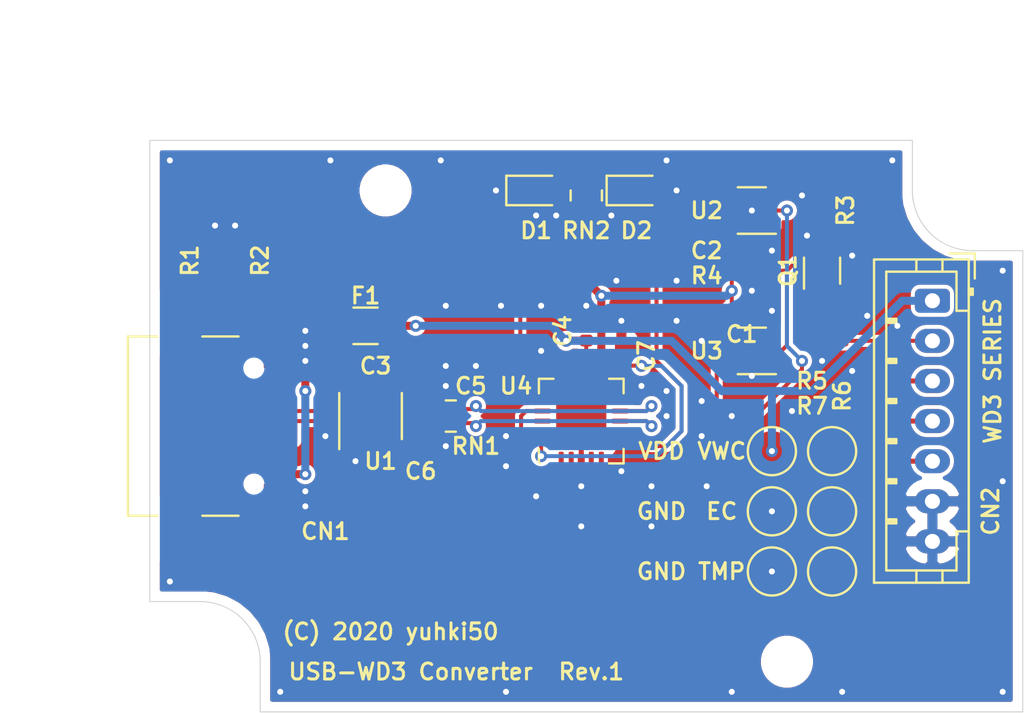
<source format=kicad_pcb>
(kicad_pcb (version 20171130) (host pcbnew "(5.1.5-0-10_14)")

  (general
    (thickness 1)
    (drawings 23)
    (tracks 257)
    (zones 0)
    (modules 34)
    (nets 37)
  )

  (page A4)
  (title_block
    (title "USB WD3")
    (date 2020-04-27)
    (rev 1)
  )

  (layers
    (0 F.Cu signal)
    (31 B.Cu signal)
    (32 B.Adhes user)
    (33 F.Adhes user)
    (34 B.Paste user)
    (35 F.Paste user)
    (36 B.SilkS user)
    (37 F.SilkS user)
    (38 B.Mask user)
    (39 F.Mask user)
    (40 Dwgs.User user)
    (41 Cmts.User user)
    (42 Eco1.User user)
    (43 Eco2.User user)
    (44 Edge.Cuts user)
    (45 Margin user)
    (46 B.CrtYd user)
    (47 F.CrtYd user)
    (48 B.Fab user)
    (49 F.Fab user)
  )

  (setup
    (last_trace_width 0.25)
    (user_trace_width 0.2)
    (user_trace_width 0.4)
    (user_trace_width 0.8)
    (user_trace_width 1)
    (trace_clearance 0.2)
    (zone_clearance 0.2)
    (zone_45_only no)
    (trace_min 0.2)
    (via_size 0.8)
    (via_drill 0.4)
    (via_min_size 0.4)
    (via_min_drill 0.3)
    (user_via 0.6 0.3)
    (uvia_size 0.3)
    (uvia_drill 0.1)
    (uvias_allowed no)
    (uvia_min_size 0.2)
    (uvia_min_drill 0.1)
    (edge_width 0.05)
    (segment_width 0.2)
    (pcb_text_width 0.3)
    (pcb_text_size 1.5 1.5)
    (mod_edge_width 0.12)
    (mod_text_size 1 1)
    (mod_text_width 0.15)
    (pad_size 1.524 1.524)
    (pad_drill 0.762)
    (pad_to_mask_clearance 0.1)
    (aux_axis_origin 110 70)
    (visible_elements FFFFFFFF)
    (pcbplotparams
      (layerselection 0x010fc_ffffffff)
      (usegerberextensions true)
      (usegerberattributes false)
      (usegerberadvancedattributes false)
      (creategerberjobfile false)
      (excludeedgelayer true)
      (linewidth 0.100000)
      (plotframeref false)
      (viasonmask false)
      (mode 1)
      (useauxorigin true)
      (hpglpennumber 1)
      (hpglpenspeed 20)
      (hpglpendiameter 15.000000)
      (psnegative false)
      (psa4output false)
      (plotreference true)
      (plotvalue true)
      (plotinvisibletext false)
      (padsonsilk false)
      (subtractmaskfromsilk true)
      (outputformat 1)
      (mirror false)
      (drillshape 0)
      (scaleselection 1)
      (outputdirectory "gerber/"))
  )

  (net 0 "")
  (net 1 GND)
  (net 2 VBUS)
  (net 3 +3V3)
  (net 4 "Net-(CN1-PadA4)")
  (net 5 "Net-(CN1-PadB5)")
  (net 6 "Net-(CN1-PadA5)")
  (net 7 TXD)
  (net 8 RXD)
  (net 9 "Net-(D1-Pad2)")
  (net 10 "Net-(D1-Pad1)")
  (net 11 "Net-(D2-Pad2)")
  (net 12 "Net-(D2-Pad1)")
  (net 13 "Net-(RN1-Pad1)")
  (net 14 "Net-(RN1-Pad2)")
  (net 15 "Net-(CN1-PadA8)")
  (net 16 "Net-(CN1-PadB8)")
  (net 17 "Net-(C5-Pad1)")
  (net 18 "Net-(C6-Pad1)")
  (net 19 "Net-(CN2-Pad5)")
  (net 20 "Net-(CN2-Pad4)")
  (net 21 "Net-(CN2-Pad3)")
  (net 22 "Net-(CN2-Pad2)")
  (net 23 "Net-(Q1-Pad5)")
  (net 24 "Net-(Q1-Pad2)")
  (net 25 "Net-(Q1-Pad6)")
  (net 26 "Net-(Q1-Pad3)")
  (net 27 "Net-(R3-Pad1)")
  (net 28 "Net-(R5-Pad2)")
  (net 29 "Net-(U4-Pad19)")
  (net 30 "Net-(U4-Pad18)")
  (net 31 "Net-(U4-Pad16)")
  (net 32 "Net-(U4-Pad15)")
  (net 33 "Net-(U4-Pad6)")
  (net 34 "Net-(U4-Pad5)")
  (net 35 "Net-(U4-Pad4)")
  (net 36 "Net-(U4-Pad2)")

  (net_class Default "これはデフォルトのネット クラスです。"
    (clearance 0.2)
    (trace_width 0.25)
    (via_dia 0.8)
    (via_drill 0.4)
    (uvia_dia 0.3)
    (uvia_drill 0.1)
    (add_net +3V3)
    (add_net GND)
    (add_net "Net-(C5-Pad1)")
    (add_net "Net-(C6-Pad1)")
    (add_net "Net-(CN1-PadA4)")
    (add_net "Net-(CN1-PadA5)")
    (add_net "Net-(CN1-PadA8)")
    (add_net "Net-(CN1-PadB5)")
    (add_net "Net-(CN1-PadB8)")
    (add_net "Net-(CN2-Pad2)")
    (add_net "Net-(CN2-Pad3)")
    (add_net "Net-(CN2-Pad4)")
    (add_net "Net-(CN2-Pad5)")
    (add_net "Net-(D1-Pad1)")
    (add_net "Net-(D1-Pad2)")
    (add_net "Net-(D2-Pad1)")
    (add_net "Net-(D2-Pad2)")
    (add_net "Net-(Q1-Pad2)")
    (add_net "Net-(Q1-Pad3)")
    (add_net "Net-(Q1-Pad5)")
    (add_net "Net-(Q1-Pad6)")
    (add_net "Net-(R3-Pad1)")
    (add_net "Net-(R5-Pad2)")
    (add_net "Net-(RN1-Pad1)")
    (add_net "Net-(RN1-Pad2)")
    (add_net "Net-(U4-Pad15)")
    (add_net "Net-(U4-Pad16)")
    (add_net "Net-(U4-Pad18)")
    (add_net "Net-(U4-Pad19)")
    (add_net "Net-(U4-Pad2)")
    (add_net "Net-(U4-Pad4)")
    (add_net "Net-(U4-Pad5)")
    (add_net "Net-(U4-Pad6)")
    (add_net RXD)
    (add_net TXD)
    (add_net VBUS)
  )

  (module TestPoint:TestPoint_Pad_D2.0mm (layer F.Cu) (tedit 5A0F774F) (tstamp 5EA6E138)
    (at 141 88.5)
    (descr "SMD pad as test Point, diameter 2.0mm")
    (tags "test point SMD pad")
    (path /5F036745)
    (attr virtual)
    (fp_text reference TP6 (at -5.5 0) (layer F.SilkS) hide
      (effects (font (size 0.8 0.8) (thickness 0.15)))
    )
    (fp_text value GND (at 0 0.25) (layer F.Fab)
      (effects (font (size 0.25 0.25) (thickness 0.04)))
    )
    (fp_circle (center 0 0) (end 0 1.2) (layer F.SilkS) (width 0.12))
    (fp_circle (center 0 0) (end 1.5 0) (layer F.CrtYd) (width 0.05))
    (fp_text user %R (at 0 -0.25) (layer F.Fab)
      (effects (font (size 0.25 0.25) (thickness 0.04)))
    )
    (pad 1 smd circle (at 0 0) (size 2 2) (layers F.Cu F.Mask)
      (net 1 GND))
  )

  (module TestPoint:TestPoint_Pad_D2.0mm (layer F.Cu) (tedit 5A0F774F) (tstamp 5EA6D6B8)
    (at 141 91.5)
    (descr "SMD pad as test Point, diameter 2.0mm")
    (tags "test point SMD pad")
    (path /5F015AB5)
    (attr virtual)
    (fp_text reference TP5 (at -5.5 0) (layer F.SilkS) hide
      (effects (font (size 0.8 0.8) (thickness 0.15)))
    )
    (fp_text value GND (at 0 0.25) (layer F.Fab)
      (effects (font (size 0.25 0.25) (thickness 0.04)))
    )
    (fp_circle (center 0 0) (end 0 1.2) (layer F.SilkS) (width 0.12))
    (fp_circle (center 0 0) (end 1.5 0) (layer F.CrtYd) (width 0.05))
    (fp_text user %R (at 0 -0.25) (layer F.Fab)
      (effects (font (size 0.25 0.25) (thickness 0.04)))
    )
    (pad 1 smd circle (at 0 0) (size 2 2) (layers F.Cu F.Mask)
      (net 1 GND))
  )

  (module TestPoint:TestPoint_Pad_D2.0mm (layer F.Cu) (tedit 5A0F774F) (tstamp 5EA6D69B)
    (at 141 85.5)
    (descr "SMD pad as test Point, diameter 2.0mm")
    (tags "test point SMD pad")
    (path /5F01D061)
    (attr virtual)
    (fp_text reference TP1 (at -5.5 0) (layer F.SilkS) hide
      (effects (font (size 0.8 0.8) (thickness 0.15)))
    )
    (fp_text value VBUS (at 0 0.25) (layer F.Fab)
      (effects (font (size 0.25 0.25) (thickness 0.04)))
    )
    (fp_circle (center 0 0) (end 0 1.2) (layer F.SilkS) (width 0.12))
    (fp_circle (center 0 0) (end 1.5 0) (layer F.CrtYd) (width 0.05))
    (fp_text user %R (at 0 -0.25) (layer F.Fab)
      (effects (font (size 0.25 0.25) (thickness 0.04)))
    )
    (pad 1 smd circle (at 0 0) (size 2 2) (layers F.Cu F.Mask)
      (net 2 VBUS))
  )

  (module TestPoint:TestPoint_Pad_D2.0mm (layer F.Cu) (tedit 5A0F774F) (tstamp 5EA695DE)
    (at 144 91.5)
    (descr "SMD pad as test Point, diameter 2.0mm")
    (tags "test point SMD pad")
    (path /5EFE48CA)
    (attr virtual)
    (fp_text reference TP4 (at -5.5 0) (layer F.SilkS) hide
      (effects (font (size 0.8 0.8) (thickness 0.15)))
    )
    (fp_text value TEMPERATURE (at 0 0.25) (layer F.Fab)
      (effects (font (size 0.25 0.25) (thickness 0.04)))
    )
    (fp_circle (center 0 0) (end 0 1.2) (layer F.SilkS) (width 0.12))
    (fp_circle (center 0 0) (end 1.5 0) (layer F.CrtYd) (width 0.05))
    (fp_text user %R (at 0 -0.25) (layer F.Fab)
      (effects (font (size 0.25 0.25) (thickness 0.04)))
    )
    (pad 1 smd circle (at 0 0) (size 2 2) (layers F.Cu F.Mask)
      (net 19 "Net-(CN2-Pad5)"))
  )

  (module TestPoint:TestPoint_Pad_D2.0mm (layer F.Cu) (tedit 5A0F774F) (tstamp 5EA695D6)
    (at 144 88.5)
    (descr "SMD pad as test Point, diameter 2.0mm")
    (tags "test point SMD pad")
    (path /5EFE111E)
    (attr virtual)
    (fp_text reference TP3 (at -5.5 0) (layer F.SilkS) hide
      (effects (font (size 0.8 0.8) (thickness 0.15)))
    )
    (fp_text value "ELECTRO CONDUCTIDITY" (at 0 0.25) (layer F.Fab)
      (effects (font (size 0.25 0.25) (thickness 0.04)))
    )
    (fp_circle (center 0 0) (end 0 1.2) (layer F.SilkS) (width 0.12))
    (fp_circle (center 0 0) (end 1.5 0) (layer F.CrtYd) (width 0.05))
    (fp_text user %R (at 0 -0.25) (layer F.Fab)
      (effects (font (size 0.25 0.25) (thickness 0.04)))
    )
    (pad 1 smd circle (at 0 0) (size 2 2) (layers F.Cu F.Mask)
      (net 20 "Net-(CN2-Pad4)"))
  )

  (module TestPoint:TestPoint_Pad_D2.0mm (layer F.Cu) (tedit 5A0F774F) (tstamp 5EA69FA2)
    (at 144 85.5)
    (descr "SMD pad as test Point, diameter 2.0mm")
    (tags "test point SMD pad")
    (path /5EFBF8F7)
    (attr virtual)
    (fp_text reference TP2 (at -5.5 0) (layer F.SilkS) hide
      (effects (font (size 0.8 0.8) (thickness 0.15)))
    )
    (fp_text value "VOLUMETRIC WATER CONTENT" (at 0 0.75) (layer F.Fab)
      (effects (font (size 0.25 0.25) (thickness 0.04)))
    )
    (fp_circle (center 0 0) (end 0 1.2) (layer F.SilkS) (width 0.12))
    (fp_circle (center 0 0) (end 1.5 0) (layer F.CrtYd) (width 0.05))
    (fp_text user %R (at 0 -0.25) (layer F.Fab)
      (effects (font (size 0.25 0.25) (thickness 0.04)))
    )
    (pad 1 smd circle (at 0 0) (size 2 2) (layers F.Cu F.Mask)
      (net 21 "Net-(CN2-Pad3)"))
  )

  (module Package_TO_SOT_SMD:SOT-353_SC-70-5 (layer F.Cu) (tedit 5A02FF57) (tstamp 5EA63573)
    (at 140 73.5 180)
    (descr "SOT-353, SC-70-5")
    (tags "SOT-353 SC-70-5")
    (path /5EAFDA4C)
    (attr smd)
    (fp_text reference U2 (at 2.25 0) (layer F.SilkS)
      (effects (font (size 0.8 0.8) (thickness 0.15)))
    )
    (fp_text value 74AHC1G14 (at 0 1.5 180) (layer F.Fab)
      (effects (font (size 0.25 0.25) (thickness 0.04)))
    )
    (fp_line (start -0.175 -1.1) (end -0.675 -0.6) (layer F.Fab) (width 0.1))
    (fp_line (start 0.675 1.1) (end -0.675 1.1) (layer F.Fab) (width 0.1))
    (fp_line (start 0.675 -1.1) (end 0.675 1.1) (layer F.Fab) (width 0.1))
    (fp_line (start -1.6 1.4) (end 1.6 1.4) (layer F.CrtYd) (width 0.05))
    (fp_line (start -0.675 -0.6) (end -0.675 1.1) (layer F.Fab) (width 0.1))
    (fp_line (start 0.675 -1.1) (end -0.175 -1.1) (layer F.Fab) (width 0.1))
    (fp_line (start -1.6 -1.4) (end 1.6 -1.4) (layer F.CrtYd) (width 0.05))
    (fp_line (start -1.6 -1.4) (end -1.6 1.4) (layer F.CrtYd) (width 0.05))
    (fp_line (start 1.6 1.4) (end 1.6 -1.4) (layer F.CrtYd) (width 0.05))
    (fp_line (start -0.7 1.16) (end 0.7 1.16) (layer F.SilkS) (width 0.12))
    (fp_line (start 0.7 -1.16) (end -1.2 -1.16) (layer F.SilkS) (width 0.12))
    (fp_text user %R (at 0 0 180) (layer F.Fab)
      (effects (font (size 0.25 0.25) (thickness 0.04)))
    )
    (pad 5 smd rect (at 0.95 -0.65 180) (size 0.65 0.4) (layers F.Cu F.Paste F.Mask)
      (net 3 +3V3))
    (pad 4 smd rect (at 0.95 0.65 180) (size 0.65 0.4) (layers F.Cu F.Paste F.Mask)
      (net 27 "Net-(R3-Pad1)"))
    (pad 2 smd rect (at -0.95 0 180) (size 0.65 0.4) (layers F.Cu F.Paste F.Mask)
      (net 7 TXD))
    (pad 3 smd rect (at -0.95 0.65 180) (size 0.65 0.4) (layers F.Cu F.Paste F.Mask)
      (net 1 GND))
    (pad 1 smd rect (at -0.95 -0.65 180) (size 0.65 0.4) (layers F.Cu F.Paste F.Mask))
    (model ${KISYS3DMOD}/Package_TO_SOT_SMD.3dshapes/SOT-353_SC-70-5.wrl
      (at (xyz 0 0 0))
      (scale (xyz 1 1 1))
      (rotate (xyz 0 0 0))
    )
  )

  (module Capacitor_SMD:C_0402_1005Metric (layer F.Cu) (tedit 5B301BBE) (tstamp 5EA67347)
    (at 139.5 75.5 180)
    (descr "Capacitor SMD 0402 (1005 Metric), square (rectangular) end terminal, IPC_7351 nominal, (Body size source: http://www.tortai-tech.com/upload/download/2011102023233369053.pdf), generated with kicad-footprint-generator")
    (tags capacitor)
    (path /5EB0B9BC)
    (attr smd)
    (fp_text reference C2 (at 1.75 0) (layer F.SilkS)
      (effects (font (size 0.8 0.8) (thickness 0.15)))
    )
    (fp_text value 0.1uF (at -1.25 0) (layer F.Fab)
      (effects (font (size 0.25 0.25) (thickness 0.04)))
    )
    (fp_text user %R (at 0 0) (layer F.Fab)
      (effects (font (size 0.25 0.25) (thickness 0.04)))
    )
    (fp_line (start 0.93 0.47) (end -0.93 0.47) (layer F.CrtYd) (width 0.05))
    (fp_line (start 0.93 -0.47) (end 0.93 0.47) (layer F.CrtYd) (width 0.05))
    (fp_line (start -0.93 -0.47) (end 0.93 -0.47) (layer F.CrtYd) (width 0.05))
    (fp_line (start -0.93 0.47) (end -0.93 -0.47) (layer F.CrtYd) (width 0.05))
    (fp_line (start 0.5 0.25) (end -0.5 0.25) (layer F.Fab) (width 0.1))
    (fp_line (start 0.5 -0.25) (end 0.5 0.25) (layer F.Fab) (width 0.1))
    (fp_line (start -0.5 -0.25) (end 0.5 -0.25) (layer F.Fab) (width 0.1))
    (fp_line (start -0.5 0.25) (end -0.5 -0.25) (layer F.Fab) (width 0.1))
    (pad 2 smd roundrect (at 0.485 0 180) (size 0.59 0.64) (layers F.Cu F.Paste F.Mask) (roundrect_rratio 0.25)
      (net 3 +3V3))
    (pad 1 smd roundrect (at -0.485 0 180) (size 0.59 0.64) (layers F.Cu F.Paste F.Mask) (roundrect_rratio 0.25)
      (net 1 GND))
    (model ${KISYS3DMOD}/Capacitor_SMD.3dshapes/C_0402_1005Metric.wrl
      (at (xyz 0 0 0))
      (scale (xyz 1 1 1))
      (rotate (xyz 0 0 0))
    )
  )

  (module Resistor_SMD:R_0402_1005Metric (layer F.Cu) (tedit 5B301BBD) (tstamp 5EA634EF)
    (at 143.5 73.5 270)
    (descr "Resistor SMD 0402 (1005 Metric), square (rectangular) end terminal, IPC_7351 nominal, (Body size source: http://www.tortai-tech.com/upload/download/2011102023233369053.pdf), generated with kicad-footprint-generator")
    (tags resistor)
    (path /5EBCF50C)
    (attr smd)
    (fp_text reference R3 (at 0 -1.17 90) (layer F.SilkS)
      (effects (font (size 0.8 0.8) (thickness 0.15)))
    )
    (fp_text value 4.7k (at 0 -0.75 90) (layer F.Fab)
      (effects (font (size 0.25 0.25) (thickness 0.04)))
    )
    (fp_text user %R (at 0 0 90) (layer F.Fab)
      (effects (font (size 0.25 0.25) (thickness 0.04)))
    )
    (fp_line (start 0.93 0.47) (end -0.93 0.47) (layer F.CrtYd) (width 0.05))
    (fp_line (start 0.93 -0.47) (end 0.93 0.47) (layer F.CrtYd) (width 0.05))
    (fp_line (start -0.93 -0.47) (end 0.93 -0.47) (layer F.CrtYd) (width 0.05))
    (fp_line (start -0.93 0.47) (end -0.93 -0.47) (layer F.CrtYd) (width 0.05))
    (fp_line (start 0.5 0.25) (end -0.5 0.25) (layer F.Fab) (width 0.1))
    (fp_line (start 0.5 -0.25) (end 0.5 0.25) (layer F.Fab) (width 0.1))
    (fp_line (start -0.5 -0.25) (end 0.5 -0.25) (layer F.Fab) (width 0.1))
    (fp_line (start -0.5 0.25) (end -0.5 -0.25) (layer F.Fab) (width 0.1))
    (pad 2 smd roundrect (at 0.485 0 270) (size 0.59 0.64) (layers F.Cu F.Paste F.Mask) (roundrect_rratio 0.25)
      (net 23 "Net-(Q1-Pad5)"))
    (pad 1 smd roundrect (at -0.485 0 270) (size 0.59 0.64) (layers F.Cu F.Paste F.Mask) (roundrect_rratio 0.25)
      (net 27 "Net-(R3-Pad1)"))
    (model ${KISYS3DMOD}/Resistor_SMD.3dshapes/R_0402_1005Metric.wrl
      (at (xyz 0 0 0))
      (scale (xyz 1 1 1))
      (rotate (xyz 0 0 0))
    )
  )

  (module Resistor_SMD:R_0402_1005Metric (layer F.Cu) (tedit 5B301BBD) (tstamp 5EA67B3A)
    (at 139.5 76.5 180)
    (descr "Resistor SMD 0402 (1005 Metric), square (rectangular) end terminal, IPC_7351 nominal, (Body size source: http://www.tortai-tech.com/upload/download/2011102023233369053.pdf), generated with kicad-footprint-generator")
    (tags resistor)
    (path /5EB6FD98)
    (attr smd)
    (fp_text reference R4 (at 1.75 -0.25) (layer F.SilkS)
      (effects (font (size 0.8 0.8) (thickness 0.15)))
    )
    (fp_text value 10k (at -1 0) (layer F.Fab)
      (effects (font (size 0.25 0.25) (thickness 0.04)))
    )
    (fp_text user %R (at 0 0) (layer F.Fab)
      (effects (font (size 0.25 0.25) (thickness 0.04)))
    )
    (fp_line (start 0.93 0.47) (end -0.93 0.47) (layer F.CrtYd) (width 0.05))
    (fp_line (start 0.93 -0.47) (end 0.93 0.47) (layer F.CrtYd) (width 0.05))
    (fp_line (start -0.93 -0.47) (end 0.93 -0.47) (layer F.CrtYd) (width 0.05))
    (fp_line (start -0.93 0.47) (end -0.93 -0.47) (layer F.CrtYd) (width 0.05))
    (fp_line (start 0.5 0.25) (end -0.5 0.25) (layer F.Fab) (width 0.1))
    (fp_line (start 0.5 -0.25) (end 0.5 0.25) (layer F.Fab) (width 0.1))
    (fp_line (start -0.5 -0.25) (end 0.5 -0.25) (layer F.Fab) (width 0.1))
    (fp_line (start -0.5 0.25) (end -0.5 -0.25) (layer F.Fab) (width 0.1))
    (pad 2 smd roundrect (at 0.485 0 180) (size 0.59 0.64) (layers F.Cu F.Paste F.Mask) (roundrect_rratio 0.25)
      (net 3 +3V3))
    (pad 1 smd roundrect (at -0.485 0 180) (size 0.59 0.64) (layers F.Cu F.Paste F.Mask) (roundrect_rratio 0.25)
      (net 25 "Net-(Q1-Pad6)"))
    (model ${KISYS3DMOD}/Resistor_SMD.3dshapes/R_0402_1005Metric.wrl
      (at (xyz 0 0 0))
      (scale (xyz 1 1 1))
      (rotate (xyz 0 0 0))
    )
  )

  (module Package_TO_SOT_SMD:SOT-353_SC-70-5 (layer F.Cu) (tedit 5A02FF57) (tstamp 5EA63411)
    (at 140 80.5 180)
    (descr "SOT-353, SC-70-5")
    (tags "SOT-353 SC-70-5")
    (path /5EB25816)
    (attr smd)
    (fp_text reference U3 (at 2.25 0) (layer F.SilkS)
      (effects (font (size 0.8 0.8) (thickness 0.15)))
    )
    (fp_text value 74AHC1G14 (at 0 1.5 180) (layer F.Fab)
      (effects (font (size 0.25 0.25) (thickness 0.04)))
    )
    (fp_line (start -0.175 -1.1) (end -0.675 -0.6) (layer F.Fab) (width 0.1))
    (fp_line (start 0.675 1.1) (end -0.675 1.1) (layer F.Fab) (width 0.1))
    (fp_line (start 0.675 -1.1) (end 0.675 1.1) (layer F.Fab) (width 0.1))
    (fp_line (start -1.6 1.4) (end 1.6 1.4) (layer F.CrtYd) (width 0.05))
    (fp_line (start -0.675 -0.6) (end -0.675 1.1) (layer F.Fab) (width 0.1))
    (fp_line (start 0.675 -1.1) (end -0.175 -1.1) (layer F.Fab) (width 0.1))
    (fp_line (start -1.6 -1.4) (end 1.6 -1.4) (layer F.CrtYd) (width 0.05))
    (fp_line (start -1.6 -1.4) (end -1.6 1.4) (layer F.CrtYd) (width 0.05))
    (fp_line (start 1.6 1.4) (end 1.6 -1.4) (layer F.CrtYd) (width 0.05))
    (fp_line (start -0.7 1.16) (end 0.7 1.16) (layer F.SilkS) (width 0.12))
    (fp_line (start 0.7 -1.16) (end -1.2 -1.16) (layer F.SilkS) (width 0.12))
    (fp_text user %R (at 0 0 180) (layer F.Fab)
      (effects (font (size 0.25 0.25) (thickness 0.04)))
    )
    (pad 5 smd rect (at 0.95 -0.65 180) (size 0.65 0.4) (layers F.Cu F.Paste F.Mask)
      (net 3 +3V3))
    (pad 4 smd rect (at 0.95 0.65 180) (size 0.65 0.4) (layers F.Cu F.Paste F.Mask)
      (net 8 RXD))
    (pad 2 smd rect (at -0.95 0 180) (size 0.65 0.4) (layers F.Cu F.Paste F.Mask)
      (net 25 "Net-(Q1-Pad6)"))
    (pad 3 smd rect (at -0.95 0.65 180) (size 0.65 0.4) (layers F.Cu F.Paste F.Mask)
      (net 1 GND))
    (pad 1 smd rect (at -0.95 -0.65 180) (size 0.65 0.4) (layers F.Cu F.Paste F.Mask))
    (model ${KISYS3DMOD}/Package_TO_SOT_SMD.3dshapes/SOT-353_SC-70-5.wrl
      (at (xyz 0 0 0))
      (scale (xyz 1 1 1))
      (rotate (xyz 0 0 0))
    )
  )

  (module Resistor_SMD:R_0402_1005Metric (layer F.Cu) (tedit 5B301BBD) (tstamp 5EA63447)
    (at 143 80)
    (descr "Resistor SMD 0402 (1005 Metric), square (rectangular) end terminal, IPC_7351 nominal, (Body size source: http://www.tortai-tech.com/upload/download/2011102023233369053.pdf), generated with kicad-footprint-generator")
    (tags resistor)
    (path /5ED00EBF)
    (attr smd)
    (fp_text reference R7 (at 0 3.25) (layer F.SilkS)
      (effects (font (size 0.8 0.8) (thickness 0.15)))
    )
    (fp_text value 0 (at 0 0.75) (layer F.Fab)
      (effects (font (size 0.25 0.25) (thickness 0.04)))
    )
    (fp_text user %R (at 0 0) (layer F.Fab)
      (effects (font (size 0.25 0.25) (thickness 0.04)))
    )
    (fp_line (start 0.93 0.47) (end -0.93 0.47) (layer F.CrtYd) (width 0.05))
    (fp_line (start 0.93 -0.47) (end 0.93 0.47) (layer F.CrtYd) (width 0.05))
    (fp_line (start -0.93 -0.47) (end 0.93 -0.47) (layer F.CrtYd) (width 0.05))
    (fp_line (start -0.93 0.47) (end -0.93 -0.47) (layer F.CrtYd) (width 0.05))
    (fp_line (start 0.5 0.25) (end -0.5 0.25) (layer F.Fab) (width 0.1))
    (fp_line (start 0.5 -0.25) (end 0.5 0.25) (layer F.Fab) (width 0.1))
    (fp_line (start -0.5 -0.25) (end 0.5 -0.25) (layer F.Fab) (width 0.1))
    (fp_line (start -0.5 0.25) (end -0.5 -0.25) (layer F.Fab) (width 0.1))
    (pad 2 smd roundrect (at 0.485 0) (size 0.59 0.64) (layers F.Cu F.Paste F.Mask) (roundrect_rratio 0.25)
      (net 22 "Net-(CN2-Pad2)"))
    (pad 1 smd roundrect (at -0.485 0) (size 0.59 0.64) (layers F.Cu F.Paste F.Mask) (roundrect_rratio 0.25)
      (net 28 "Net-(R5-Pad2)"))
    (model ${KISYS3DMOD}/Resistor_SMD.3dshapes/R_0402_1005Metric.wrl
      (at (xyz 0 0 0))
      (scale (xyz 1 1 1))
      (rotate (xyz 0 0 0))
    )
  )

  (module Resistor_SMD:R_0402_1005Metric (layer F.Cu) (tedit 5B301BBD) (tstamp 5EA63471)
    (at 144.5 79.5 90)
    (descr "Resistor SMD 0402 (1005 Metric), square (rectangular) end terminal, IPC_7351 nominal, (Body size source: http://www.tortai-tech.com/upload/download/2011102023233369053.pdf), generated with kicad-footprint-generator")
    (tags resistor)
    (path /5ECF1B59)
    (attr smd)
    (fp_text reference R6 (at -3.25 0 90) (layer F.SilkS)
      (effects (font (size 0.8 0.8) (thickness 0.15)))
    )
    (fp_text value 0 (at 0 0.75 90) (layer F.Fab)
      (effects (font (size 0.25 0.25) (thickness 0.04)))
    )
    (fp_text user %R (at 0 0 90) (layer F.Fab)
      (effects (font (size 0.25 0.25) (thickness 0.04)))
    )
    (fp_line (start 0.93 0.47) (end -0.93 0.47) (layer F.CrtYd) (width 0.05))
    (fp_line (start 0.93 -0.47) (end 0.93 0.47) (layer F.CrtYd) (width 0.05))
    (fp_line (start -0.93 -0.47) (end 0.93 -0.47) (layer F.CrtYd) (width 0.05))
    (fp_line (start -0.93 0.47) (end -0.93 -0.47) (layer F.CrtYd) (width 0.05))
    (fp_line (start 0.5 0.25) (end -0.5 0.25) (layer F.Fab) (width 0.1))
    (fp_line (start 0.5 -0.25) (end 0.5 0.25) (layer F.Fab) (width 0.1))
    (fp_line (start -0.5 -0.25) (end 0.5 -0.25) (layer F.Fab) (width 0.1))
    (fp_line (start -0.5 0.25) (end -0.5 -0.25) (layer F.Fab) (width 0.1))
    (pad 2 smd roundrect (at 0.485 0 90) (size 0.59 0.64) (layers F.Cu F.Paste F.Mask) (roundrect_rratio 0.25)
      (net 26 "Net-(Q1-Pad3)"))
    (pad 1 smd roundrect (at -0.485 0 90) (size 0.59 0.64) (layers F.Cu F.Paste F.Mask) (roundrect_rratio 0.25)
      (net 22 "Net-(CN2-Pad2)"))
    (model ${KISYS3DMOD}/Resistor_SMD.3dshapes/R_0402_1005Metric.wrl
      (at (xyz 0 0 0))
      (scale (xyz 1 1 1))
      (rotate (xyz 0 0 0))
    )
  )

  (module Resistor_SMD:R_0402_1005Metric (layer F.Cu) (tedit 5B301BBD) (tstamp 5EA67A71)
    (at 143 79 180)
    (descr "Resistor SMD 0402 (1005 Metric), square (rectangular) end terminal, IPC_7351 nominal, (Body size source: http://www.tortai-tech.com/upload/download/2011102023233369053.pdf), generated with kicad-footprint-generator")
    (tags resistor)
    (path /5ECC8E31)
    (attr smd)
    (fp_text reference R5 (at 0 -3) (layer F.SilkS)
      (effects (font (size 0.8 0.8) (thickness 0.15)))
    )
    (fp_text value 4.7k (at 0 0.75) (layer F.Fab)
      (effects (font (size 0.25 0.25) (thickness 0.04)))
    )
    (fp_text user %R (at 0 0) (layer F.Fab)
      (effects (font (size 0.25 0.25) (thickness 0.04)))
    )
    (fp_line (start 0.93 0.47) (end -0.93 0.47) (layer F.CrtYd) (width 0.05))
    (fp_line (start 0.93 -0.47) (end 0.93 0.47) (layer F.CrtYd) (width 0.05))
    (fp_line (start -0.93 -0.47) (end 0.93 -0.47) (layer F.CrtYd) (width 0.05))
    (fp_line (start -0.93 0.47) (end -0.93 -0.47) (layer F.CrtYd) (width 0.05))
    (fp_line (start 0.5 0.25) (end -0.5 0.25) (layer F.Fab) (width 0.1))
    (fp_line (start 0.5 -0.25) (end 0.5 0.25) (layer F.Fab) (width 0.1))
    (fp_line (start -0.5 -0.25) (end 0.5 -0.25) (layer F.Fab) (width 0.1))
    (fp_line (start -0.5 0.25) (end -0.5 -0.25) (layer F.Fab) (width 0.1))
    (pad 2 smd roundrect (at 0.485 0 180) (size 0.59 0.64) (layers F.Cu F.Paste F.Mask) (roundrect_rratio 0.25)
      (net 28 "Net-(R5-Pad2)"))
    (pad 1 smd roundrect (at -0.485 0 180) (size 0.59 0.64) (layers F.Cu F.Paste F.Mask) (roundrect_rratio 0.25)
      (net 24 "Net-(Q1-Pad2)"))
    (model ${KISYS3DMOD}/Resistor_SMD.3dshapes/R_0402_1005Metric.wrl
      (at (xyz 0 0 0))
      (scale (xyz 1 1 1))
      (rotate (xyz 0 0 0))
    )
  )

  (module Package_TO_SOT_SMD:SOT-563 (layer F.Cu) (tedit 5B089930) (tstamp 5EA681D6)
    (at 143.5 76.5 90)
    (descr SOT563)
    (tags SOT-563)
    (path /5EBC3267)
    (attr smd)
    (fp_text reference Q1 (at 0 -1.7 90) (layer F.SilkS)
      (effects (font (size 0.8 0.8) (thickness 0.15)))
    )
    (fp_text value EMH3T2R (at -1 0 180) (layer F.Fab)
      (effects (font (size 0.25 0.25) (thickness 0.04)))
    )
    (fp_line (start 1.35 1.1) (end -1.35 1.1) (layer F.CrtYd) (width 0.05))
    (fp_line (start 1.35 1.1) (end 1.35 -1.1) (layer F.CrtYd) (width 0.05))
    (fp_line (start -1.35 -1.1) (end -1.35 1.1) (layer F.CrtYd) (width 0.05))
    (fp_line (start -1.35 -1.1) (end 1.35 -1.1) (layer F.CrtYd) (width 0.05))
    (fp_line (start 0.65 -0.85) (end -0.3 -0.85) (layer F.Fab) (width 0.1))
    (fp_line (start 0.65 0.85) (end 0.65 -0.85) (layer F.Fab) (width 0.1))
    (fp_line (start -0.65 0.85) (end 0.65 0.85) (layer F.Fab) (width 0.1))
    (fp_line (start -0.65 -0.5) (end -0.65 0.85) (layer F.Fab) (width 0.1))
    (fp_line (start -0.9 -0.9) (end 0.65 -0.9) (layer F.SilkS) (width 0.12))
    (fp_line (start 0.65 0.9) (end -0.65 0.9) (layer F.SilkS) (width 0.12))
    (fp_line (start -0.65 -0.5) (end -0.3 -0.85) (layer F.Fab) (width 0.1))
    (fp_text user %R (at 0 0) (layer F.Fab)
      (effects (font (size 0.25 0.25) (thickness 0.04)))
    )
    (pad 5 smd rect (at 0.75 0 90) (size 0.7 0.4) (layers F.Cu F.Paste F.Mask)
      (net 23 "Net-(Q1-Pad5)"))
    (pad 4 smd rect (at 0.75 0.5 90) (size 0.7 0.4) (layers F.Cu F.Paste F.Mask)
      (net 1 GND))
    (pad 2 smd rect (at -0.75 0 90) (size 0.7 0.4) (layers F.Cu F.Paste F.Mask)
      (net 24 "Net-(Q1-Pad2)"))
    (pad 6 smd rect (at 0.75 -0.5 90) (size 0.7 0.4) (layers F.Cu F.Paste F.Mask)
      (net 25 "Net-(Q1-Pad6)"))
    (pad 3 smd rect (at -0.75 0.5 90) (size 0.7 0.4) (layers F.Cu F.Paste F.Mask)
      (net 26 "Net-(Q1-Pad3)"))
    (pad 1 smd rect (at -0.75 -0.5 90) (size 0.7 0.4) (layers F.Cu F.Paste F.Mask)
      (net 1 GND))
    (model ${KISYS3DMOD}/Package_TO_SOT_SMD.3dshapes/SOT-563.wrl
      (at (xyz 0 0 0))
      (scale (xyz 1 1 1))
      (rotate (xyz 0 0 0))
    )
  )

  (module Connector_JST:JST_PH_B7B-PH-K_1x07_P2.00mm_Vertical (layer F.Cu) (tedit 5B7745C2) (tstamp 5EA600B6)
    (at 149 78 270)
    (descr "JST PH series connector, B7B-PH-K (http://www.jst-mfg.com/product/pdf/eng/ePH.pdf), generated with kicad-footprint-generator")
    (tags "connector JST PH side entry")
    (path /5EDF05EE)
    (fp_text reference CN2 (at 10.5 -2.9 90) (layer F.SilkS)
      (effects (font (size 0.8 0.8) (thickness 0.15)))
    )
    (fp_text value B7B-PH-K (at 14.75 0 180) (layer F.Fab)
      (effects (font (size 0.25 0.25) (thickness 0.04)))
    )
    (fp_text user %R (at 14.25 0 180) (layer F.Fab)
      (effects (font (size 0.25 0.25) (thickness 0.04)))
    )
    (fp_line (start 14.45 -2.2) (end -2.45 -2.2) (layer F.CrtYd) (width 0.05))
    (fp_line (start 14.45 3.3) (end 14.45 -2.2) (layer F.CrtYd) (width 0.05))
    (fp_line (start -2.45 3.3) (end 14.45 3.3) (layer F.CrtYd) (width 0.05))
    (fp_line (start -2.45 -2.2) (end -2.45 3.3) (layer F.CrtYd) (width 0.05))
    (fp_line (start 13.95 -1.7) (end -1.95 -1.7) (layer F.Fab) (width 0.1))
    (fp_line (start 13.95 2.8) (end 13.95 -1.7) (layer F.Fab) (width 0.1))
    (fp_line (start -1.95 2.8) (end 13.95 2.8) (layer F.Fab) (width 0.1))
    (fp_line (start -1.95 -1.7) (end -1.95 2.8) (layer F.Fab) (width 0.1))
    (fp_line (start -2.36 -2.11) (end -2.36 -0.86) (layer F.Fab) (width 0.1))
    (fp_line (start -1.11 -2.11) (end -2.36 -2.11) (layer F.Fab) (width 0.1))
    (fp_line (start -2.36 -2.11) (end -2.36 -0.86) (layer F.SilkS) (width 0.12))
    (fp_line (start -1.11 -2.11) (end -2.36 -2.11) (layer F.SilkS) (width 0.12))
    (fp_line (start 11 2.3) (end 11 1.8) (layer F.SilkS) (width 0.12))
    (fp_line (start 11.1 1.8) (end 11.1 2.3) (layer F.SilkS) (width 0.12))
    (fp_line (start 10.9 1.8) (end 11.1 1.8) (layer F.SilkS) (width 0.12))
    (fp_line (start 10.9 2.3) (end 10.9 1.8) (layer F.SilkS) (width 0.12))
    (fp_line (start 9 2.3) (end 9 1.8) (layer F.SilkS) (width 0.12))
    (fp_line (start 9.1 1.8) (end 9.1 2.3) (layer F.SilkS) (width 0.12))
    (fp_line (start 8.9 1.8) (end 9.1 1.8) (layer F.SilkS) (width 0.12))
    (fp_line (start 8.9 2.3) (end 8.9 1.8) (layer F.SilkS) (width 0.12))
    (fp_line (start 7 2.3) (end 7 1.8) (layer F.SilkS) (width 0.12))
    (fp_line (start 7.1 1.8) (end 7.1 2.3) (layer F.SilkS) (width 0.12))
    (fp_line (start 6.9 1.8) (end 7.1 1.8) (layer F.SilkS) (width 0.12))
    (fp_line (start 6.9 2.3) (end 6.9 1.8) (layer F.SilkS) (width 0.12))
    (fp_line (start 5 2.3) (end 5 1.8) (layer F.SilkS) (width 0.12))
    (fp_line (start 5.1 1.8) (end 5.1 2.3) (layer F.SilkS) (width 0.12))
    (fp_line (start 4.9 1.8) (end 5.1 1.8) (layer F.SilkS) (width 0.12))
    (fp_line (start 4.9 2.3) (end 4.9 1.8) (layer F.SilkS) (width 0.12))
    (fp_line (start 3 2.3) (end 3 1.8) (layer F.SilkS) (width 0.12))
    (fp_line (start 3.1 1.8) (end 3.1 2.3) (layer F.SilkS) (width 0.12))
    (fp_line (start 2.9 1.8) (end 3.1 1.8) (layer F.SilkS) (width 0.12))
    (fp_line (start 2.9 2.3) (end 2.9 1.8) (layer F.SilkS) (width 0.12))
    (fp_line (start 1 2.3) (end 1 1.8) (layer F.SilkS) (width 0.12))
    (fp_line (start 1.1 1.8) (end 1.1 2.3) (layer F.SilkS) (width 0.12))
    (fp_line (start 0.9 1.8) (end 1.1 1.8) (layer F.SilkS) (width 0.12))
    (fp_line (start 0.9 2.3) (end 0.9 1.8) (layer F.SilkS) (width 0.12))
    (fp_line (start 14.06 0.8) (end 13.45 0.8) (layer F.SilkS) (width 0.12))
    (fp_line (start 14.06 -0.5) (end 13.45 -0.5) (layer F.SilkS) (width 0.12))
    (fp_line (start -2.06 0.8) (end -1.45 0.8) (layer F.SilkS) (width 0.12))
    (fp_line (start -2.06 -0.5) (end -1.45 -0.5) (layer F.SilkS) (width 0.12))
    (fp_line (start 11.5 -1.2) (end 11.5 -1.81) (layer F.SilkS) (width 0.12))
    (fp_line (start 13.45 -1.2) (end 11.5 -1.2) (layer F.SilkS) (width 0.12))
    (fp_line (start 13.45 2.3) (end 13.45 -1.2) (layer F.SilkS) (width 0.12))
    (fp_line (start -1.45 2.3) (end 13.45 2.3) (layer F.SilkS) (width 0.12))
    (fp_line (start -1.45 -1.2) (end -1.45 2.3) (layer F.SilkS) (width 0.12))
    (fp_line (start 0.5 -1.2) (end -1.45 -1.2) (layer F.SilkS) (width 0.12))
    (fp_line (start 0.5 -1.81) (end 0.5 -1.2) (layer F.SilkS) (width 0.12))
    (fp_line (start -0.3 -1.91) (end -0.6 -1.91) (layer F.SilkS) (width 0.12))
    (fp_line (start -0.6 -2.01) (end -0.6 -1.81) (layer F.SilkS) (width 0.12))
    (fp_line (start -0.3 -2.01) (end -0.6 -2.01) (layer F.SilkS) (width 0.12))
    (fp_line (start -0.3 -1.81) (end -0.3 -2.01) (layer F.SilkS) (width 0.12))
    (fp_line (start 14.06 -1.81) (end -2.06 -1.81) (layer F.SilkS) (width 0.12))
    (fp_line (start 14.06 2.91) (end 14.06 -1.81) (layer F.SilkS) (width 0.12))
    (fp_line (start -2.06 2.91) (end 14.06 2.91) (layer F.SilkS) (width 0.12))
    (fp_line (start -2.06 -1.81) (end -2.06 2.91) (layer F.SilkS) (width 0.12))
    (pad 7 thru_hole oval (at 12 0 270) (size 1.2 1.75) (drill 0.75) (layers *.Cu *.Mask)
      (net 1 GND))
    (pad 6 thru_hole oval (at 10 0 270) (size 1.2 1.75) (drill 0.75) (layers *.Cu *.Mask)
      (net 1 GND))
    (pad 5 thru_hole oval (at 8 0 270) (size 1.2 1.75) (drill 0.75) (layers *.Cu *.Mask)
      (net 19 "Net-(CN2-Pad5)"))
    (pad 4 thru_hole oval (at 6 0 270) (size 1.2 1.75) (drill 0.75) (layers *.Cu *.Mask)
      (net 20 "Net-(CN2-Pad4)"))
    (pad 3 thru_hole oval (at 4 0 270) (size 1.2 1.75) (drill 0.75) (layers *.Cu *.Mask)
      (net 21 "Net-(CN2-Pad3)"))
    (pad 2 thru_hole oval (at 2 0 270) (size 1.2 1.75) (drill 0.75) (layers *.Cu *.Mask)
      (net 22 "Net-(CN2-Pad2)"))
    (pad 1 thru_hole roundrect (at 0 0 270) (size 1.2 1.75) (drill 0.75) (layers *.Cu *.Mask) (roundrect_rratio 0.208333)
      (net 2 VBUS))
    (model ${KISYS3DMOD}/Connector_JST.3dshapes/JST_PH_B7B-PH-K_1x07_P2.00mm_Vertical.wrl
      (at (xyz 0 0 0))
      (scale (xyz 1 1 1))
      (rotate (xyz 0 0 0))
    )
  )

  (module Capacitor_SMD:C_0402_1005Metric (layer F.Cu) (tedit 5B301BBE) (tstamp 5EA63519)
    (at 139.5 78.5 180)
    (descr "Capacitor SMD 0402 (1005 Metric), square (rectangular) end terminal, IPC_7351 nominal, (Body size source: http://www.tortai-tech.com/upload/download/2011102023233369053.pdf), generated with kicad-footprint-generator")
    (tags capacitor)
    (path /5EB31FB4)
    (attr smd)
    (fp_text reference C1 (at 0 -1.17) (layer F.SilkS)
      (effects (font (size 0.8 0.8) (thickness 0.15)))
    )
    (fp_text value 0.1uF (at 0 -0.75) (layer F.Fab)
      (effects (font (size 0.25 0.25) (thickness 0.04)))
    )
    (fp_text user %R (at 0 0) (layer F.Fab)
      (effects (font (size 0.25 0.25) (thickness 0.04)))
    )
    (fp_line (start 0.93 0.47) (end -0.93 0.47) (layer F.CrtYd) (width 0.05))
    (fp_line (start 0.93 -0.47) (end 0.93 0.47) (layer F.CrtYd) (width 0.05))
    (fp_line (start -0.93 -0.47) (end 0.93 -0.47) (layer F.CrtYd) (width 0.05))
    (fp_line (start -0.93 0.47) (end -0.93 -0.47) (layer F.CrtYd) (width 0.05))
    (fp_line (start 0.5 0.25) (end -0.5 0.25) (layer F.Fab) (width 0.1))
    (fp_line (start 0.5 -0.25) (end 0.5 0.25) (layer F.Fab) (width 0.1))
    (fp_line (start -0.5 -0.25) (end 0.5 -0.25) (layer F.Fab) (width 0.1))
    (fp_line (start -0.5 0.25) (end -0.5 -0.25) (layer F.Fab) (width 0.1))
    (pad 2 smd roundrect (at 0.485 0 180) (size 0.59 0.64) (layers F.Cu F.Paste F.Mask) (roundrect_rratio 0.25)
      (net 3 +3V3))
    (pad 1 smd roundrect (at -0.485 0 180) (size 0.59 0.64) (layers F.Cu F.Paste F.Mask) (roundrect_rratio 0.25)
      (net 1 GND))
    (model ${KISYS3DMOD}/Capacitor_SMD.3dshapes/C_0402_1005Metric.wrl
      (at (xyz 0 0 0))
      (scale (xyz 1 1 1))
      (rotate (xyz 0 0 0))
    )
  )

  (module Resistor_SMD:R_0402_1005Metric (layer F.Cu) (tedit 5B301BBD) (tstamp 5E036BEF)
    (at 114.25 76 270)
    (descr "Resistor SMD 0402 (1005 Metric), square (rectangular) end terminal, IPC_7351 nominal, (Body size source: http://www.tortai-tech.com/upload/download/2011102023233369053.pdf), generated with kicad-footprint-generator")
    (tags resistor)
    (path /5E0442DB)
    (attr smd)
    (fp_text reference R2 (at 0 -1.25 90) (layer F.SilkS)
      (effects (font (size 0.8 0.8) (thickness 0.15)))
    )
    (fp_text value 5.1k (at -1 0 90) (layer F.Fab)
      (effects (font (size 0.25 0.25) (thickness 0.04)))
    )
    (fp_text user %R (at 0 0 90) (layer F.Fab)
      (effects (font (size 0.25 0.25) (thickness 0.04)))
    )
    (fp_line (start 0.93 0.47) (end -0.93 0.47) (layer F.CrtYd) (width 0.05))
    (fp_line (start 0.93 -0.47) (end 0.93 0.47) (layer F.CrtYd) (width 0.05))
    (fp_line (start -0.93 -0.47) (end 0.93 -0.47) (layer F.CrtYd) (width 0.05))
    (fp_line (start -0.93 0.47) (end -0.93 -0.47) (layer F.CrtYd) (width 0.05))
    (fp_line (start 0.5 0.25) (end -0.5 0.25) (layer F.Fab) (width 0.1))
    (fp_line (start 0.5 -0.25) (end 0.5 0.25) (layer F.Fab) (width 0.1))
    (fp_line (start -0.5 -0.25) (end 0.5 -0.25) (layer F.Fab) (width 0.1))
    (fp_line (start -0.5 0.25) (end -0.5 -0.25) (layer F.Fab) (width 0.1))
    (pad 2 smd roundrect (at 0.485 0 270) (size 0.59 0.64) (layers F.Cu F.Paste F.Mask) (roundrect_rratio 0.25)
      (net 6 "Net-(CN1-PadA5)"))
    (pad 1 smd roundrect (at -0.485 0 270) (size 0.59 0.64) (layers F.Cu F.Paste F.Mask) (roundrect_rratio 0.25)
      (net 1 GND))
    (model ${KISYS3DMOD}/Resistor_SMD.3dshapes/R_0402_1005Metric.wrl
      (at (xyz 0 0 0))
      (scale (xyz 1 1 1))
      (rotate (xyz 0 0 0))
    )
  )

  (module Resistor_SMD:R_0402_1005Metric (layer F.Cu) (tedit 5B301BBD) (tstamp 5E036D56)
    (at 113.25 76 270)
    (descr "Resistor SMD 0402 (1005 Metric), square (rectangular) end terminal, IPC_7351 nominal, (Body size source: http://www.tortai-tech.com/upload/download/2011102023233369053.pdf), generated with kicad-footprint-generator")
    (tags resistor)
    (path /5E039A1F)
    (attr smd)
    (fp_text reference R1 (at 0 1.25 90) (layer F.SilkS)
      (effects (font (size 0.8 0.8) (thickness 0.15)))
    )
    (fp_text value 5.1k (at -1 0 90) (layer F.Fab)
      (effects (font (size 0.25 0.25) (thickness 0.04)))
    )
    (fp_text user %R (at 0 0 90) (layer F.Fab)
      (effects (font (size 0.25 0.25) (thickness 0.04)))
    )
    (fp_line (start 0.93 0.47) (end -0.93 0.47) (layer F.CrtYd) (width 0.05))
    (fp_line (start 0.93 -0.47) (end 0.93 0.47) (layer F.CrtYd) (width 0.05))
    (fp_line (start -0.93 -0.47) (end 0.93 -0.47) (layer F.CrtYd) (width 0.05))
    (fp_line (start -0.93 0.47) (end -0.93 -0.47) (layer F.CrtYd) (width 0.05))
    (fp_line (start 0.5 0.25) (end -0.5 0.25) (layer F.Fab) (width 0.1))
    (fp_line (start 0.5 -0.25) (end 0.5 0.25) (layer F.Fab) (width 0.1))
    (fp_line (start -0.5 -0.25) (end 0.5 -0.25) (layer F.Fab) (width 0.1))
    (fp_line (start -0.5 0.25) (end -0.5 -0.25) (layer F.Fab) (width 0.1))
    (pad 2 smd roundrect (at 0.485 0 270) (size 0.59 0.64) (layers F.Cu F.Paste F.Mask) (roundrect_rratio 0.25)
      (net 5 "Net-(CN1-PadB5)"))
    (pad 1 smd roundrect (at -0.485 0 270) (size 0.59 0.64) (layers F.Cu F.Paste F.Mask) (roundrect_rratio 0.25)
      (net 1 GND))
    (model ${KISYS3DMOD}/Resistor_SMD.3dshapes/R_0402_1005Metric.wrl
      (at (xyz 0 0 0))
      (scale (xyz 1 1 1))
      (rotate (xyz 0 0 0))
    )
  )

  (module MountingHole:MountingHole_2.2mm_M2 (layer F.Cu) (tedit 56D1B4CB) (tstamp 5DEB7241)
    (at 141.75 96)
    (descr "Mounting Hole 2.2mm, no annular, M2")
    (tags "mounting hole 2.2mm no annular m2")
    (path /5D0B98C2)
    (attr virtual)
    (fp_text reference H2 (at 0 0) (layer F.SilkS) hide
      (effects (font (size 0.8 0.8) (thickness 0.15)))
    )
    (fp_text value MountingHole (at 0 0.25) (layer F.Fab)
      (effects (font (size 0.25 0.25) (thickness 0.04)))
    )
    (fp_circle (center 0 0) (end 2.45 0) (layer F.CrtYd) (width 0.05))
    (fp_circle (center 0 0) (end 2.2 0) (layer Cmts.User) (width 0.15))
    (fp_text user %R (at 0 -0.25) (layer F.Fab)
      (effects (font (size 0.25 0.25) (thickness 0.04)))
    )
    (pad 1 np_thru_hole circle (at 0 0) (size 2.2 2.2) (drill 2.2) (layers *.Cu *.Mask))
  )

  (module MountingHole:MountingHole_2.2mm_M2 (layer F.Cu) (tedit 56D1B4CB) (tstamp 5D07B5D4)
    (at 121.75 72.5)
    (descr "Mounting Hole 2.2mm, no annular, M2")
    (tags "mounting hole 2.2mm no annular m2")
    (path /5D0B9369)
    (attr virtual)
    (fp_text reference H1 (at 0 0) (layer F.SilkS) hide
      (effects (font (size 1 1) (thickness 0.15)))
    )
    (fp_text value MountingHole (at 0 0.25) (layer F.Fab)
      (effects (font (size 0.25 0.25) (thickness 0.04)))
    )
    (fp_circle (center 0 0) (end 2.45 0) (layer F.CrtYd) (width 0.05))
    (fp_circle (center 0 0) (end 2.2 0) (layer Cmts.User) (width 0.15))
    (fp_text user %R (at 0 -0.25) (layer F.Fab)
      (effects (font (size 0.25 0.25) (thickness 0.04)))
    )
    (pad 1 np_thru_hole circle (at 0 0) (size 2.2 2.2) (drill 2.2) (layers *.Cu *.Mask))
  )

  (module GCT:USB4110-GF-A (layer F.Cu) (tedit 5DECF226) (tstamp 5DEC43E7)
    (at 113.75 84.25 270)
    (descr http://www.palpilot.com/wp-content/uploads/2017/05/UTC027-GKN-OR-Rev-A.pdf)
    (tags "USB C Type-C Receptacle USB2.0")
    (path /5E118A8F)
    (attr smd)
    (fp_text reference CN1 (at 5.25 -5 180) (layer F.SilkS)
      (effects (font (size 0.8 0.8) (thickness 0.15)))
    )
    (fp_text value USB4110-GF-A (at 6.75 -0.25 180) (layer F.Fab)
      (effects (font (size 0.25 0.25) (thickness 0.04)))
    )
    (fp_text user "PCB Edge" (at 0 3.43 90) (layer Dwgs.User)
      (effects (font (size 1 1) (thickness 0.15)))
    )
    (fp_line (start -4.47 -2.48) (end 4.47 -2.48) (layer F.Fab) (width 0.1))
    (fp_line (start 4.47 -2.48) (end 4.47 4.84) (layer F.Fab) (width 0.1))
    (fp_line (start 4.47 4.84) (end -4.47 4.84) (layer F.Fab) (width 0.1))
    (fp_line (start -4.47 -2.48) (end -4.47 4.84) (layer F.Fab) (width 0.1))
    (fp_text user %R (at 6.75 2 180) (layer F.Fab)
      (effects (font (size 0.25 0.25) (thickness 0.04)))
    )
    (fp_line (start -5.27 5.34) (end 5.27 5.34) (layer F.CrtYd) (width 0.05))
    (fp_line (start -5.27 -3.59) (end -5.27 5.34) (layer F.CrtYd) (width 0.05))
    (fp_line (start 5.27 -3.59) (end -5.27 -3.59) (layer F.CrtYd) (width 0.05))
    (fp_line (start 5.27 5.34) (end 5.27 -3.59) (layer F.CrtYd) (width 0.05))
    (fp_line (start -4.47 4.34) (end 4.47 4.34) (layer Dwgs.User) (width 0.1))
    (fp_line (start -4.47 -0.67) (end -4.47 1.13) (layer F.SilkS) (width 0.12))
    (fp_line (start -4.47 4.84) (end -4.47 3.38) (layer F.SilkS) (width 0.12))
    (fp_line (start 4.47 4.84) (end 4.47 3.38) (layer F.SilkS) (width 0.12))
    (fp_line (start 4.47 -0.67) (end 4.47 1.13) (layer F.SilkS) (width 0.12))
    (fp_line (start 4.47 4.84) (end -4.47 4.84) (layer F.SilkS) (width 0.12))
    (pad S1 smd rect (at 5.11 -1.935 270) (size 2.18 2) (layers F.Cu F.Paste F.Mask)
      (net 1 GND))
    (pad S1 smd rect (at 5.11 1.995 270) (size 2.18 2) (layers F.Cu F.Paste F.Mask)
      (net 1 GND))
    (pad S1 smd rect (at -5.11 1.995 270) (size 2.18 2) (layers F.Cu F.Paste F.Mask)
      (net 1 GND))
    (pad S1 smd rect (at -5.11 -1.935 270) (size 2.18 2) (layers F.Cu F.Paste F.Mask)
      (net 1 GND))
    (pad A12 smd rect (at 3.2 -2.51 270) (size 0.6 1.15) (layers F.Cu F.Paste F.Mask)
      (net 1 GND))
    (pad A9 smd rect (at 2.4 -2.51 270) (size 0.6 1.15) (layers F.Cu F.Paste F.Mask)
      (net 4 "Net-(CN1-PadA4)"))
    (pad B1 smd rect (at 3.2 -2.51 270) (size 0.6 1.15) (layers F.Cu F.Paste F.Mask)
      (net 1 GND))
    (pad B4 smd rect (at 2.4 -2.51 270) (size 0.6 1.15) (layers F.Cu F.Paste F.Mask)
      (net 4 "Net-(CN1-PadA4)"))
    (pad B12 smd rect (at -3.2 -2.51 270) (size 0.6 1.15) (layers F.Cu F.Paste F.Mask)
      (net 1 GND))
    (pad A1 smd rect (at -3.2 -2.51 270) (size 0.6 1.15) (layers F.Cu F.Paste F.Mask)
      (net 1 GND))
    (pad B9 smd rect (at -2.4 -2.51 270) (size 0.6 1.15) (layers F.Cu F.Paste F.Mask)
      (net 4 "Net-(CN1-PadA4)"))
    (pad A4 smd rect (at -2.4 -2.51 270) (size 0.6 1.15) (layers F.Cu F.Paste F.Mask)
      (net 4 "Net-(CN1-PadA4)"))
    (pad "" np_thru_hole circle (at -2.89 -1.435 270) (size 0.65 0.65) (drill 0.65) (layers *.Cu *.Mask))
    (pad "" np_thru_hole circle (at 2.89 -1.435 270) (size 0.65 0.65) (drill 0.65) (layers *.Cu *.Mask))
    (pad B5 smd rect (at 1.75 -2.51 90) (size 0.3 1.15) (layers F.Cu F.Paste F.Mask)
      (net 5 "Net-(CN1-PadB5)"))
    (pad B6 smd rect (at 0.75 -2.51 90) (size 0.3 1.15) (layers F.Cu F.Paste F.Mask)
      (net 18 "Net-(C6-Pad1)"))
    (pad A8 smd rect (at 1.25 -2.51 90) (size 0.3 1.15) (layers F.Cu F.Paste F.Mask)
      (net 15 "Net-(CN1-PadA8)"))
    (pad A5 smd rect (at -1.25 -2.51 90) (size 0.3 1.15) (layers F.Cu F.Paste F.Mask)
      (net 6 "Net-(CN1-PadA5)"))
    (pad B8 smd rect (at -1.75 -2.51 90) (size 0.3 1.15) (layers F.Cu F.Paste F.Mask)
      (net 16 "Net-(CN1-PadB8)"))
    (pad A7 smd rect (at 0.25 -2.51 90) (size 0.3 1.15) (layers F.Cu F.Paste F.Mask)
      (net 17 "Net-(C5-Pad1)"))
    (pad A6 smd rect (at -0.25 -2.51 90) (size 0.3 1.15) (layers F.Cu F.Paste F.Mask)
      (net 18 "Net-(C6-Pad1)"))
    (pad B7 smd rect (at -0.75 -2.51 90) (size 0.3 1.15) (layers F.Cu F.Paste F.Mask)
      (net 17 "Net-(C5-Pad1)"))
    (model ${KIPRJMOD}/modules/packages3D/GCT.3dshapes/USB4110-GF-A_revA.step
      (offset (xyz 24.1 -110.5 0.5))
      (scale (xyz 1 1 1))
      (rotate (xyz -90 0 0))
    )
  )

  (module Capacitor_SMD:C_0402_1005Metric (layer F.Cu) (tedit 5B301BBE) (tstamp 5DED5A35)
    (at 131.75 79.5 90)
    (descr "Capacitor SMD 0402 (1005 Metric), square (rectangular) end terminal, IPC_7351 nominal, (Body size source: http://www.tortai-tech.com/upload/download/2011102023233369053.pdf), generated with kicad-footprint-generator")
    (tags capacitor)
    (path /5DF1E4D6)
    (attr smd)
    (fp_text reference C4 (at 0 -1.17 90) (layer F.SilkS)
      (effects (font (size 0.8 0.8) (thickness 0.15)))
    )
    (fp_text value 0.1uF (at 0 0.75 270) (layer F.Fab)
      (effects (font (size 0.25 0.25) (thickness 0.04)))
    )
    (fp_text user %R (at 0 0 90) (layer F.Fab)
      (effects (font (size 0.25 0.25) (thickness 0.04)))
    )
    (fp_line (start 0.93 0.47) (end -0.93 0.47) (layer F.CrtYd) (width 0.05))
    (fp_line (start 0.93 -0.47) (end 0.93 0.47) (layer F.CrtYd) (width 0.05))
    (fp_line (start -0.93 -0.47) (end 0.93 -0.47) (layer F.CrtYd) (width 0.05))
    (fp_line (start -0.93 0.47) (end -0.93 -0.47) (layer F.CrtYd) (width 0.05))
    (fp_line (start 0.5 0.25) (end -0.5 0.25) (layer F.Fab) (width 0.1))
    (fp_line (start 0.5 -0.25) (end 0.5 0.25) (layer F.Fab) (width 0.1))
    (fp_line (start -0.5 -0.25) (end 0.5 -0.25) (layer F.Fab) (width 0.1))
    (fp_line (start -0.5 0.25) (end -0.5 -0.25) (layer F.Fab) (width 0.1))
    (pad 2 smd roundrect (at 0.485 0 90) (size 0.59 0.64) (layers F.Cu F.Paste F.Mask) (roundrect_rratio 0.25)
      (net 1 GND))
    (pad 1 smd roundrect (at -0.485 0 90) (size 0.59 0.64) (layers F.Cu F.Paste F.Mask) (roundrect_rratio 0.25)
      (net 2 VBUS))
    (model ${KISYS3DMOD}/Capacitor_SMD.3dshapes/C_0402_1005Metric.wrl
      (at (xyz 0 0 0))
      (scale (xyz 1 1 1))
      (rotate (xyz 0 0 0))
    )
  )

  (module Package_DFN_QFN:QFN-20-1EP_4x4mm_P0.5mm_EP2.5x2.5mm (layer F.Cu) (tedit 5C1FD453) (tstamp 5EA67E25)
    (at 131.5 84 90)
    (descr "QFN, 20 Pin (http://ww1.microchip.com/downloads/en/PackagingSpec/00000049BQ.pdf#page=274), generated with kicad-footprint-generator ipc_dfn_qfn_generator.py")
    (tags "QFN DFN_QFN")
    (path /5E25988F)
    (attr smd)
    (fp_text reference U4 (at 1.75 -3.25 180) (layer F.SilkS)
      (effects (font (size 0.8 0.8) (thickness 0.15)))
    )
    (fp_text value FT231XQ (at -0.25 0 180) (layer F.Fab)
      (effects (font (size 0.25 0.25) (thickness 0.04)))
    )
    (fp_text user %R (at 0.25 0 180) (layer F.Fab)
      (effects (font (size 0.25 0.25) (thickness 0.04)))
    )
    (fp_line (start 2.6 -2.6) (end -2.6 -2.6) (layer F.CrtYd) (width 0.05))
    (fp_line (start 2.6 2.6) (end 2.6 -2.6) (layer F.CrtYd) (width 0.05))
    (fp_line (start -2.6 2.6) (end 2.6 2.6) (layer F.CrtYd) (width 0.05))
    (fp_line (start -2.6 -2.6) (end -2.6 2.6) (layer F.CrtYd) (width 0.05))
    (fp_line (start -2 -1) (end -1 -2) (layer F.Fab) (width 0.1))
    (fp_line (start -2 2) (end -2 -1) (layer F.Fab) (width 0.1))
    (fp_line (start 2 2) (end -2 2) (layer F.Fab) (width 0.1))
    (fp_line (start 2 -2) (end 2 2) (layer F.Fab) (width 0.1))
    (fp_line (start -1 -2) (end 2 -2) (layer F.Fab) (width 0.1))
    (fp_line (start -1.385 -2.11) (end -2.11 -2.11) (layer F.SilkS) (width 0.12))
    (fp_line (start 2.11 2.11) (end 2.11 1.385) (layer F.SilkS) (width 0.12))
    (fp_line (start 1.385 2.11) (end 2.11 2.11) (layer F.SilkS) (width 0.12))
    (fp_line (start -2.11 2.11) (end -2.11 1.385) (layer F.SilkS) (width 0.12))
    (fp_line (start -1.385 2.11) (end -2.11 2.11) (layer F.SilkS) (width 0.12))
    (fp_line (start 2.11 -2.11) (end 2.11 -1.385) (layer F.SilkS) (width 0.12))
    (fp_line (start 1.385 -2.11) (end 2.11 -2.11) (layer F.SilkS) (width 0.12))
    (pad 20 smd roundrect (at -1 -1.9375 90) (size 0.25 0.825) (layers F.Cu F.Paste F.Mask) (roundrect_rratio 0.25)
      (net 3 +3V3))
    (pad 19 smd roundrect (at -0.5 -1.9375 90) (size 0.25 0.825) (layers F.Cu F.Paste F.Mask) (roundrect_rratio 0.25)
      (net 29 "Net-(U4-Pad19)"))
    (pad 18 smd roundrect (at 0 -1.9375 90) (size 0.25 0.825) (layers F.Cu F.Paste F.Mask) (roundrect_rratio 0.25)
      (net 30 "Net-(U4-Pad18)"))
    (pad 17 smd roundrect (at 0.5 -1.9375 90) (size 0.25 0.825) (layers F.Cu F.Paste F.Mask) (roundrect_rratio 0.25)
      (net 7 TXD))
    (pad 16 smd roundrect (at 1 -1.9375 90) (size 0.25 0.825) (layers F.Cu F.Paste F.Mask) (roundrect_rratio 0.25)
      (net 31 "Net-(U4-Pad16)"))
    (pad 15 smd roundrect (at 1.9375 -1 90) (size 0.825 0.25) (layers F.Cu F.Paste F.Mask) (roundrect_rratio 0.25)
      (net 32 "Net-(U4-Pad15)"))
    (pad 14 smd roundrect (at 1.9375 -0.5 90) (size 0.825 0.25) (layers F.Cu F.Paste F.Mask) (roundrect_rratio 0.25)
      (net 10 "Net-(D1-Pad1)"))
    (pad 13 smd roundrect (at 1.9375 0 90) (size 0.825 0.25) (layers F.Cu F.Paste F.Mask) (roundrect_rratio 0.25)
      (net 1 GND))
    (pad 12 smd roundrect (at 1.9375 0.5 90) (size 0.825 0.25) (layers F.Cu F.Paste F.Mask) (roundrect_rratio 0.25)
      (net 2 VBUS))
    (pad 11 smd roundrect (at 1.9375 1 90) (size 0.825 0.25) (layers F.Cu F.Paste F.Mask) (roundrect_rratio 0.25)
      (net 3 +3V3))
    (pad 10 smd roundrect (at 1 1.9375 90) (size 0.25 0.825) (layers F.Cu F.Paste F.Mask) (roundrect_rratio 0.25)
      (net 3 +3V3))
    (pad 9 smd roundrect (at 0.5 1.9375 90) (size 0.25 0.825) (layers F.Cu F.Paste F.Mask) (roundrect_rratio 0.25)
      (net 14 "Net-(RN1-Pad2)"))
    (pad 8 smd roundrect (at 0 1.9375 90) (size 0.25 0.825) (layers F.Cu F.Paste F.Mask) (roundrect_rratio 0.25)
      (net 13 "Net-(RN1-Pad1)"))
    (pad 7 smd roundrect (at -0.5 1.9375 90) (size 0.25 0.825) (layers F.Cu F.Paste F.Mask) (roundrect_rratio 0.25)
      (net 12 "Net-(D2-Pad1)"))
    (pad 6 smd roundrect (at -1 1.9375 90) (size 0.25 0.825) (layers F.Cu F.Paste F.Mask) (roundrect_rratio 0.25)
      (net 33 "Net-(U4-Pad6)"))
    (pad 5 smd roundrect (at -1.9375 1 90) (size 0.825 0.25) (layers F.Cu F.Paste F.Mask) (roundrect_rratio 0.25)
      (net 34 "Net-(U4-Pad5)"))
    (pad 4 smd roundrect (at -1.9375 0.5 90) (size 0.825 0.25) (layers F.Cu F.Paste F.Mask) (roundrect_rratio 0.25)
      (net 35 "Net-(U4-Pad4)"))
    (pad 3 smd roundrect (at -1.9375 0 90) (size 0.825 0.25) (layers F.Cu F.Paste F.Mask) (roundrect_rratio 0.25)
      (net 1 GND))
    (pad 2 smd roundrect (at -1.9375 -0.5 90) (size 0.825 0.25) (layers F.Cu F.Paste F.Mask) (roundrect_rratio 0.25)
      (net 36 "Net-(U4-Pad2)"))
    (pad 1 smd roundrect (at -1.9375 -1 90) (size 0.825 0.25) (layers F.Cu F.Paste F.Mask) (roundrect_rratio 0.25)
      (net 8 RXD))
    (pad "" smd roundrect (at 0.625 0.625 90) (size 1.01 1.01) (layers F.Paste) (roundrect_rratio 0.247525))
    (pad "" smd roundrect (at 0.625 -0.625 90) (size 1.01 1.01) (layers F.Paste) (roundrect_rratio 0.247525))
    (pad "" smd roundrect (at -0.625 0.625 90) (size 1.01 1.01) (layers F.Paste) (roundrect_rratio 0.247525))
    (pad "" smd roundrect (at -0.625 -0.625 90) (size 1.01 1.01) (layers F.Paste) (roundrect_rratio 0.247525))
    (pad 21 smd roundrect (at 0 0 90) (size 2.5 2.5) (layers F.Cu F.Mask) (roundrect_rratio 0.1)
      (net 1 GND))
    (model ${KISYS3DMOD}/Package_DFN_QFN.3dshapes/QFN-20-1EP_4x4mm_P0.5mm_EP2.5x2.5mm.wrl
      (at (xyz 0 0 0))
      (scale (xyz 1 1 1))
      (rotate (xyz 0 0 0))
    )
  )

  (module Resistor_SMD:R_Array_Convex_2x0402 (layer F.Cu) (tedit 58E0A89B) (tstamp 5DED72D0)
    (at 131.75 72.75 270)
    (descr "Chip Resistor Network, ROHM MNR02 (see mnr_g.pdf)")
    (tags "resistor array")
    (path /5E208CB8)
    (attr smd)
    (fp_text reference RN2 (at 1.75 0 180) (layer F.SilkS)
      (effects (font (size 0.8 0.8) (thickness 0.15)))
    )
    (fp_text value 1k (at 1 0 180) (layer F.Fab)
      (effects (font (size 0.25 0.25) (thickness 0.04)))
    )
    (fp_line (start 1 0.95) (end -1 0.95) (layer F.CrtYd) (width 0.05))
    (fp_line (start 1 0.95) (end 1 -0.95) (layer F.CrtYd) (width 0.05))
    (fp_line (start -1 -0.95) (end -1 0.95) (layer F.CrtYd) (width 0.05))
    (fp_line (start -1 -0.95) (end 1 -0.95) (layer F.CrtYd) (width 0.05))
    (fp_line (start 0.25 -0.78) (end -0.25 -0.78) (layer F.SilkS) (width 0.12))
    (fp_line (start 0.25 0.78) (end -0.25 0.78) (layer F.SilkS) (width 0.12))
    (fp_line (start -0.5 0.7) (end 0.5 0.7) (layer F.Fab) (width 0.1))
    (fp_line (start -0.5 -0.7) (end -0.5 0.7) (layer F.Fab) (width 0.1))
    (fp_line (start 0.5 -0.7) (end -0.5 -0.7) (layer F.Fab) (width 0.1))
    (fp_line (start 0.5 0.7) (end 0.5 -0.7) (layer F.Fab) (width 0.1))
    (fp_text user %R (at 0 0 180) (layer F.Fab)
      (effects (font (size 0.25 0.25) (thickness 0.04)))
    )
    (pad 4 smd rect (at 0.5 -0.35 270) (size 0.5 0.4) (layers F.Cu F.Paste F.Mask)
      (net 3 +3V3))
    (pad 3 smd rect (at 0.5 0.35 270) (size 0.5 0.4) (layers F.Cu F.Paste F.Mask)
      (net 3 +3V3))
    (pad 2 smd rect (at -0.5 0.35 270) (size 0.5 0.4) (layers F.Cu F.Paste F.Mask)
      (net 9 "Net-(D1-Pad2)"))
    (pad 1 smd rect (at -0.5 -0.35 270) (size 0.5 0.4) (layers F.Cu F.Paste F.Mask)
      (net 11 "Net-(D2-Pad2)"))
    (model ${KISYS3DMOD}/Resistor_SMD.3dshapes/R_Array_Convex_2x0402.wrl
      (at (xyz 0 0 0))
      (scale (xyz 1 1 1))
      (rotate (xyz 0 0 0))
    )
  )

  (module Fuse:Fuse_1206_3216Metric (layer F.Cu) (tedit 5B301BBE) (tstamp 5DED3B41)
    (at 120.75 79.25 180)
    (descr "Fuse SMD 1206 (3216 Metric), square (rectangular) end terminal, IPC_7351 nominal, (Body size source: http://www.tortai-tech.com/upload/download/2011102023233369053.pdf), generated with kicad-footprint-generator")
    (tags resistor)
    (path /5D04EC9C)
    (attr smd)
    (fp_text reference F1 (at 0 1.5) (layer F.SilkS)
      (effects (font (size 0.8 0.8) (thickness 0.15)))
    )
    (fp_text value 0ZCJ0050FF2G (at 0 -0.25) (layer F.Fab)
      (effects (font (size 0.25 0.25) (thickness 0.04)))
    )
    (fp_text user %R (at 0 0.25) (layer F.Fab)
      (effects (font (size 0.25 0.25) (thickness 0.04)))
    )
    (fp_line (start 2.28 1.12) (end -2.28 1.12) (layer F.CrtYd) (width 0.05))
    (fp_line (start 2.28 -1.12) (end 2.28 1.12) (layer F.CrtYd) (width 0.05))
    (fp_line (start -2.28 -1.12) (end 2.28 -1.12) (layer F.CrtYd) (width 0.05))
    (fp_line (start -2.28 1.12) (end -2.28 -1.12) (layer F.CrtYd) (width 0.05))
    (fp_line (start -0.602064 0.91) (end 0.602064 0.91) (layer F.SilkS) (width 0.12))
    (fp_line (start -0.602064 -0.91) (end 0.602064 -0.91) (layer F.SilkS) (width 0.12))
    (fp_line (start 1.6 0.8) (end -1.6 0.8) (layer F.Fab) (width 0.1))
    (fp_line (start 1.6 -0.8) (end 1.6 0.8) (layer F.Fab) (width 0.1))
    (fp_line (start -1.6 -0.8) (end 1.6 -0.8) (layer F.Fab) (width 0.1))
    (fp_line (start -1.6 0.8) (end -1.6 -0.8) (layer F.Fab) (width 0.1))
    (pad 2 smd roundrect (at 1.4 0 180) (size 1.25 1.75) (layers F.Cu F.Paste F.Mask) (roundrect_rratio 0.2)
      (net 4 "Net-(CN1-PadA4)"))
    (pad 1 smd roundrect (at -1.4 0 180) (size 1.25 1.75) (layers F.Cu F.Paste F.Mask) (roundrect_rratio 0.2)
      (net 2 VBUS))
    (model ${KISYS3DMOD}/Capacitor_SMD.3dshapes/C_1206_3216Metric.wrl
      (at (xyz 0 0 0))
      (scale (xyz 1 1 1))
      (rotate (xyz 0 0 0))
    )
  )

  (module LED_SMD:LED_0603_1608Metric (layer F.Cu) (tedit 5B301BBE) (tstamp 5DEB78AD)
    (at 129.25 72.5)
    (descr "LED SMD 0603 (1608 Metric), square (rectangular) end terminal, IPC_7351 nominal, (Body size source: http://www.tortai-tech.com/upload/download/2011102023233369053.pdf), generated with kicad-footprint-generator")
    (tags diode)
    (path /5D29C1AD)
    (attr smd)
    (fp_text reference D1 (at 0 2) (layer F.SilkS)
      (effects (font (size 0.8 0.8) (thickness 0.15)))
    )
    (fp_text value LTST-S270KRKT (at 0 0.75) (layer F.Fab)
      (effects (font (size 0.25 0.25) (thickness 0.04)))
    )
    (fp_text user %R (at 0 0) (layer F.Fab)
      (effects (font (size 0.25 0.25) (thickness 0.04)))
    )
    (fp_line (start 1.48 0.73) (end -1.48 0.73) (layer F.CrtYd) (width 0.05))
    (fp_line (start 1.48 -0.73) (end 1.48 0.73) (layer F.CrtYd) (width 0.05))
    (fp_line (start -1.48 -0.73) (end 1.48 -0.73) (layer F.CrtYd) (width 0.05))
    (fp_line (start -1.48 0.73) (end -1.48 -0.73) (layer F.CrtYd) (width 0.05))
    (fp_line (start -1.485 0.735) (end 0.8 0.735) (layer F.SilkS) (width 0.12))
    (fp_line (start -1.485 -0.735) (end -1.485 0.735) (layer F.SilkS) (width 0.12))
    (fp_line (start 0.8 -0.735) (end -1.485 -0.735) (layer F.SilkS) (width 0.12))
    (fp_line (start 0.8 0.4) (end 0.8 -0.4) (layer F.Fab) (width 0.1))
    (fp_line (start -0.8 0.4) (end 0.8 0.4) (layer F.Fab) (width 0.1))
    (fp_line (start -0.8 -0.1) (end -0.8 0.4) (layer F.Fab) (width 0.1))
    (fp_line (start -0.5 -0.4) (end -0.8 -0.1) (layer F.Fab) (width 0.1))
    (fp_line (start 0.8 -0.4) (end -0.5 -0.4) (layer F.Fab) (width 0.1))
    (pad 2 smd roundrect (at 0.7875 0) (size 0.875 0.95) (layers F.Cu F.Paste F.Mask) (roundrect_rratio 0.25)
      (net 9 "Net-(D1-Pad2)"))
    (pad 1 smd roundrect (at -0.7875 0) (size 0.875 0.95) (layers F.Cu F.Paste F.Mask) (roundrect_rratio 0.25)
      (net 10 "Net-(D1-Pad1)"))
    (model ${KISYS3DMOD}/LED_SMD.3dshapes/LED_0603_1608Metric.wrl
      (at (xyz 0 0 0))
      (scale (xyz 1 1 1))
      (rotate (xyz 0 0 0))
    )
  )

  (module LED_SMD:LED_0603_1608Metric (layer F.Cu) (tedit 5B301BBE) (tstamp 5DEB789A)
    (at 134.25 72.5)
    (descr "LED SMD 0603 (1608 Metric), square (rectangular) end terminal, IPC_7351 nominal, (Body size source: http://www.tortai-tech.com/upload/download/2011102023233369053.pdf), generated with kicad-footprint-generator")
    (tags diode)
    (path /5D1C1F3D)
    (attr smd)
    (fp_text reference D2 (at 0 2) (layer F.SilkS)
      (effects (font (size 0.8 0.8) (thickness 0.15)))
    )
    (fp_text value LTST-S270KGKT (at 0 0.75) (layer F.Fab)
      (effects (font (size 0.25 0.25) (thickness 0.04)))
    )
    (fp_text user %R (at 0 0) (layer F.Fab)
      (effects (font (size 0.25 0.25) (thickness 0.04)))
    )
    (fp_line (start 1.48 0.73) (end -1.48 0.73) (layer F.CrtYd) (width 0.05))
    (fp_line (start 1.48 -0.73) (end 1.48 0.73) (layer F.CrtYd) (width 0.05))
    (fp_line (start -1.48 -0.73) (end 1.48 -0.73) (layer F.CrtYd) (width 0.05))
    (fp_line (start -1.48 0.73) (end -1.48 -0.73) (layer F.CrtYd) (width 0.05))
    (fp_line (start -1.485 0.735) (end 0.8 0.735) (layer F.SilkS) (width 0.12))
    (fp_line (start -1.485 -0.735) (end -1.485 0.735) (layer F.SilkS) (width 0.12))
    (fp_line (start 0.8 -0.735) (end -1.485 -0.735) (layer F.SilkS) (width 0.12))
    (fp_line (start 0.8 0.4) (end 0.8 -0.4) (layer F.Fab) (width 0.1))
    (fp_line (start -0.8 0.4) (end 0.8 0.4) (layer F.Fab) (width 0.1))
    (fp_line (start -0.8 -0.1) (end -0.8 0.4) (layer F.Fab) (width 0.1))
    (fp_line (start -0.5 -0.4) (end -0.8 -0.1) (layer F.Fab) (width 0.1))
    (fp_line (start 0.8 -0.4) (end -0.5 -0.4) (layer F.Fab) (width 0.1))
    (pad 2 smd roundrect (at 0.7875 0) (size 0.875 0.95) (layers F.Cu F.Paste F.Mask) (roundrect_rratio 0.25)
      (net 11 "Net-(D2-Pad2)"))
    (pad 1 smd roundrect (at -0.7875 0) (size 0.875 0.95) (layers F.Cu F.Paste F.Mask) (roundrect_rratio 0.25)
      (net 12 "Net-(D2-Pad1)"))
    (model ${KISYS3DMOD}/LED_SMD.3dshapes/LED_0603_1608Metric.wrl
      (at (xyz 0 0 0))
      (scale (xyz 1 1 1))
      (rotate (xyz 0 0 0))
    )
  )

  (module Resistor_SMD:R_Array_Convex_2x0402 (layer F.Cu) (tedit 58E0A89B) (tstamp 5D0FB0C9)
    (at 125 83.75 180)
    (descr "Chip Resistor Network, ROHM MNR02 (see mnr_g.pdf)")
    (tags "resistor array")
    (path /5D59E14D)
    (attr smd)
    (fp_text reference RN1 (at -1.25 -1.5 180) (layer F.SilkS)
      (effects (font (size 0.8 0.8) (thickness 0.15)))
    )
    (fp_text value 27 (at 0 -1 180) (layer F.Fab)
      (effects (font (size 0.25 0.25) (thickness 0.04)))
    )
    (fp_text user %R (at 0 1 180) (layer F.Fab)
      (effects (font (size 0.25 0.25) (thickness 0.04)))
    )
    (fp_line (start 0.5 0.7) (end 0.5 -0.7) (layer F.Fab) (width 0.1))
    (fp_line (start 0.5 -0.7) (end -0.5 -0.7) (layer F.Fab) (width 0.1))
    (fp_line (start -0.5 -0.7) (end -0.5 0.7) (layer F.Fab) (width 0.1))
    (fp_line (start -0.5 0.7) (end 0.5 0.7) (layer F.Fab) (width 0.1))
    (fp_line (start 0.25 0.78) (end -0.25 0.78) (layer F.SilkS) (width 0.12))
    (fp_line (start 0.25 -0.78) (end -0.25 -0.78) (layer F.SilkS) (width 0.12))
    (fp_line (start -1 -0.95) (end 1 -0.95) (layer F.CrtYd) (width 0.05))
    (fp_line (start -1 -0.95) (end -1 0.95) (layer F.CrtYd) (width 0.05))
    (fp_line (start 1 0.95) (end 1 -0.95) (layer F.CrtYd) (width 0.05))
    (fp_line (start 1 0.95) (end -1 0.95) (layer F.CrtYd) (width 0.05))
    (pad 1 smd rect (at -0.5 -0.35 180) (size 0.5 0.4) (layers F.Cu F.Paste F.Mask)
      (net 13 "Net-(RN1-Pad1)"))
    (pad 2 smd rect (at -0.5 0.35 180) (size 0.5 0.4) (layers F.Cu F.Paste F.Mask)
      (net 14 "Net-(RN1-Pad2)"))
    (pad 3 smd rect (at 0.5 0.35 180) (size 0.5 0.4) (layers F.Cu F.Paste F.Mask)
      (net 17 "Net-(C5-Pad1)"))
    (pad 4 smd rect (at 0.5 -0.35 180) (size 0.5 0.4) (layers F.Cu F.Paste F.Mask)
      (net 18 "Net-(C6-Pad1)"))
    (model ${KISYS3DMOD}/Resistor_SMD.3dshapes/R_Array_Convex_2x0402.wrl
      (at (xyz 0 0 0))
      (scale (xyz 1 1 1))
      (rotate (xyz 0 0 0))
    )
  )

  (module Nexperia:SOT-143B (layer F.Cu) (tedit 5D0E1AAC) (tstamp 5DED718A)
    (at 121 83.75 90)
    (descr SOT-143)
    (tags SOT-143)
    (path /647C41F4)
    (attr smd)
    (fp_text reference U1 (at -2.25 0.5 180) (layer F.SilkS)
      (effects (font (size 0.8 0.8) (thickness 0.15)))
    )
    (fp_text value PRTR5V0U2X (at -0.25 0 180) (layer F.Fab)
      (effects (font (size 0.25 0.25) (thickness 0.04)))
    )
    (fp_line (start -1.5 1.75) (end -1.5 -1.75) (layer F.CrtYd) (width 0.05))
    (fp_line (start -1.5 1.75) (end 1.5 1.75) (layer F.CrtYd) (width 0.05))
    (fp_line (start 1.5 -1.75) (end -1.5 -1.75) (layer F.CrtYd) (width 0.05))
    (fp_line (start 1.5 -1.75) (end 1.5 1.75) (layer F.CrtYd) (width 0.05))
    (fp_line (start 1.15 -1.45) (end 1.15 1.45) (layer F.Fab) (width 0.1))
    (fp_line (start 1.15 1.45) (end -1.15 1.45) (layer F.Fab) (width 0.1))
    (fp_line (start -1.15 1.45) (end -1.15 -1.45) (layer F.Fab) (width 0.1))
    (fp_line (start -1.15 -1.45) (end 1.15 -1.45) (layer F.Fab) (width 0.1))
    (fp_line (start 1.15 -1.56) (end -1.65 -1.56) (layer F.SilkS) (width 0.12))
    (fp_line (start -1.15 1.56) (end 1.15 1.56) (layer F.SilkS) (width 0.12))
    (fp_text user %R (at 0.25 0 180) (layer F.Fab)
      (effects (font (size 0.25 0.25) (thickness 0.04)))
    )
    (pad 4 smd rect (at 1 -0.95 90) (size 0.7 0.6) (layers F.Cu F.Paste F.Mask)
      (net 2 VBUS))
    (pad 3 smd rect (at 1 0.95 90) (size 0.7 0.6) (layers F.Cu F.Paste F.Mask)
      (net 17 "Net-(C5-Pad1)"))
    (pad 2 smd rect (at -1 0.95 90) (size 0.7 0.6) (layers F.Cu F.Paste F.Mask)
      (net 18 "Net-(C6-Pad1)"))
    (pad 1 smd rect (at -1 -0.75 90) (size 0.7 1) (layers F.Cu F.Paste F.Mask)
      (net 1 GND))
    (model ${KISYS3DMOD}/Package_TO_SOT_SMD.3dshapes/SOT-143.wrl
      (at (xyz 0 0 0))
      (scale (xyz 1 1 1))
      (rotate (xyz 0 0 0))
    )
  )

  (module Capacitor_SMD:C_0402_1005Metric (layer F.Cu) (tedit 5B301BBE) (tstamp 5DEC2FB5)
    (at 123 81.25)
    (descr "Capacitor SMD 0402 (1005 Metric), square (rectangular) end terminal, IPC_7351 nominal, (Body size source: http://www.tortai-tech.com/upload/download/2011102023233369053.pdf), generated with kicad-footprint-generator")
    (tags capacitor)
    (path /5D06DA4E)
    (attr smd)
    (fp_text reference C3 (at -1.75 0 180) (layer F.SilkS)
      (effects (font (size 0.8 0.8) (thickness 0.15)))
    )
    (fp_text value 0.1uF (at 1.25 0 180) (layer F.Fab)
      (effects (font (size 0.25 0.25) (thickness 0.04)))
    )
    (fp_text user %R (at 0 0 180) (layer F.Fab)
      (effects (font (size 0.25 0.25) (thickness 0.04)))
    )
    (fp_line (start 0.93 0.47) (end -0.93 0.47) (layer F.CrtYd) (width 0.05))
    (fp_line (start 0.93 -0.47) (end 0.93 0.47) (layer F.CrtYd) (width 0.05))
    (fp_line (start -0.93 -0.47) (end 0.93 -0.47) (layer F.CrtYd) (width 0.05))
    (fp_line (start -0.93 0.47) (end -0.93 -0.47) (layer F.CrtYd) (width 0.05))
    (fp_line (start 0.5 0.25) (end -0.5 0.25) (layer F.Fab) (width 0.1))
    (fp_line (start 0.5 -0.25) (end 0.5 0.25) (layer F.Fab) (width 0.1))
    (fp_line (start -0.5 -0.25) (end 0.5 -0.25) (layer F.Fab) (width 0.1))
    (fp_line (start -0.5 0.25) (end -0.5 -0.25) (layer F.Fab) (width 0.1))
    (pad 2 smd roundrect (at 0.485 0) (size 0.59 0.64) (layers F.Cu F.Paste F.Mask) (roundrect_rratio 0.25)
      (net 1 GND))
    (pad 1 smd roundrect (at -0.485 0) (size 0.59 0.64) (layers F.Cu F.Paste F.Mask) (roundrect_rratio 0.25)
      (net 2 VBUS))
    (model ${KISYS3DMOD}/Capacitor_SMD.3dshapes/C_0402_1005Metric.wrl
      (at (xyz 0 0 0))
      (scale (xyz 1 1 1))
      (rotate (xyz 0 0 0))
    )
  )

  (module Capacitor_SMD:C_0402_1005Metric (layer F.Cu) (tedit 5B301BBE) (tstamp 5DEC3B55)
    (at 123.5 82.75 90)
    (descr "Capacitor SMD 0402 (1005 Metric), square (rectangular) end terminal, IPC_7351 nominal, (Body size source: http://www.tortai-tech.com/upload/download/2011102023233369053.pdf), generated with kicad-footprint-generator")
    (tags capacitor)
    (path /5D062295)
    (attr smd)
    (fp_text reference C5 (at 0.5 2.5) (layer F.SilkS)
      (effects (font (size 0.8 0.8) (thickness 0.15)))
    )
    (fp_text value 47pF (at 0.25 0.75 90) (layer F.Fab)
      (effects (font (size 0.25 0.25) (thickness 0.04)))
    )
    (fp_line (start -0.5 0.25) (end -0.5 -0.25) (layer F.Fab) (width 0.1))
    (fp_line (start -0.5 -0.25) (end 0.5 -0.25) (layer F.Fab) (width 0.1))
    (fp_line (start 0.5 -0.25) (end 0.5 0.25) (layer F.Fab) (width 0.1))
    (fp_line (start 0.5 0.25) (end -0.5 0.25) (layer F.Fab) (width 0.1))
    (fp_line (start -0.93 0.47) (end -0.93 -0.47) (layer F.CrtYd) (width 0.05))
    (fp_line (start -0.93 -0.47) (end 0.93 -0.47) (layer F.CrtYd) (width 0.05))
    (fp_line (start 0.93 -0.47) (end 0.93 0.47) (layer F.CrtYd) (width 0.05))
    (fp_line (start 0.93 0.47) (end -0.93 0.47) (layer F.CrtYd) (width 0.05))
    (fp_text user %R (at 0 0 270) (layer F.Fab)
      (effects (font (size 0.25 0.25) (thickness 0.04)))
    )
    (pad 1 smd roundrect (at -0.485 0 90) (size 0.59 0.64) (layers F.Cu F.Paste F.Mask) (roundrect_rratio 0.25)
      (net 17 "Net-(C5-Pad1)"))
    (pad 2 smd roundrect (at 0.485 0 90) (size 0.59 0.64) (layers F.Cu F.Paste F.Mask) (roundrect_rratio 0.25)
      (net 1 GND))
    (model ${KISYS3DMOD}/Capacitor_SMD.3dshapes/C_0402_1005Metric.wrl
      (at (xyz 0 0 0))
      (scale (xyz 1 1 1))
      (rotate (xyz 0 0 0))
    )
  )

  (module Capacitor_SMD:C_0402_1005Metric (layer F.Cu) (tedit 5B301BBE) (tstamp 5DEB835B)
    (at 123.5 84.75 270)
    (descr "Capacitor SMD 0402 (1005 Metric), square (rectangular) end terminal, IPC_7351 nominal, (Body size source: http://www.tortai-tech.com/upload/download/2011102023233369053.pdf), generated with kicad-footprint-generator")
    (tags capacitor)
    (path /5D0670E6)
    (attr smd)
    (fp_text reference C6 (at 1.75 0) (layer F.SilkS)
      (effects (font (size 0.8 0.8) (thickness 0.15)))
    )
    (fp_text value 47pF (at 0 -0.75 90) (layer F.Fab)
      (effects (font (size 0.25 0.25) (thickness 0.04)))
    )
    (fp_line (start -0.5 0.25) (end -0.5 -0.25) (layer F.Fab) (width 0.1))
    (fp_line (start -0.5 -0.25) (end 0.5 -0.25) (layer F.Fab) (width 0.1))
    (fp_line (start 0.5 -0.25) (end 0.5 0.25) (layer F.Fab) (width 0.1))
    (fp_line (start 0.5 0.25) (end -0.5 0.25) (layer F.Fab) (width 0.1))
    (fp_line (start -0.93 0.47) (end -0.93 -0.47) (layer F.CrtYd) (width 0.05))
    (fp_line (start -0.93 -0.47) (end 0.93 -0.47) (layer F.CrtYd) (width 0.05))
    (fp_line (start 0.93 -0.47) (end 0.93 0.47) (layer F.CrtYd) (width 0.05))
    (fp_line (start 0.93 0.47) (end -0.93 0.47) (layer F.CrtYd) (width 0.05))
    (fp_text user %R (at 0 0 270) (layer F.Fab)
      (effects (font (size 0.25 0.25) (thickness 0.04)))
    )
    (pad 1 smd roundrect (at -0.485 0 270) (size 0.59 0.64) (layers F.Cu F.Paste F.Mask) (roundrect_rratio 0.25)
      (net 18 "Net-(C6-Pad1)"))
    (pad 2 smd roundrect (at 0.485 0 270) (size 0.59 0.64) (layers F.Cu F.Paste F.Mask) (roundrect_rratio 0.25)
      (net 1 GND))
    (model ${KISYS3DMOD}/Capacitor_SMD.3dshapes/C_0402_1005Metric.wrl
      (at (xyz 0 0 0))
      (scale (xyz 1 1 1))
      (rotate (xyz 0 0 0))
    )
  )

  (module Capacitor_SMD:C_0402_1005Metric (layer F.Cu) (tedit 5B301BBE) (tstamp 5DED56DF)
    (at 133.5 80.75 270)
    (descr "Capacitor SMD 0402 (1005 Metric), square (rectangular) end terminal, IPC_7351 nominal, (Body size source: http://www.tortai-tech.com/upload/download/2011102023233369053.pdf), generated with kicad-footprint-generator")
    (tags capacitor)
    (path /5D0F95EF)
    (attr smd)
    (fp_text reference C7 (at 0 -1.25 90) (layer F.SilkS)
      (effects (font (size 0.8 0.8) (thickness 0.15)))
    )
    (fp_text value 0.1uF (at 0 -0.75 90) (layer F.Fab)
      (effects (font (size 0.25 0.25) (thickness 0.04)))
    )
    (fp_line (start -0.5 0.25) (end -0.5 -0.25) (layer F.Fab) (width 0.1))
    (fp_line (start -0.5 -0.25) (end 0.5 -0.25) (layer F.Fab) (width 0.1))
    (fp_line (start 0.5 -0.25) (end 0.5 0.25) (layer F.Fab) (width 0.1))
    (fp_line (start 0.5 0.25) (end -0.5 0.25) (layer F.Fab) (width 0.1))
    (fp_line (start -0.93 0.47) (end -0.93 -0.47) (layer F.CrtYd) (width 0.05))
    (fp_line (start -0.93 -0.47) (end 0.93 -0.47) (layer F.CrtYd) (width 0.05))
    (fp_line (start 0.93 -0.47) (end 0.93 0.47) (layer F.CrtYd) (width 0.05))
    (fp_line (start 0.93 0.47) (end -0.93 0.47) (layer F.CrtYd) (width 0.05))
    (fp_text user %R (at 0 0 90) (layer F.Fab)
      (effects (font (size 0.25 0.25) (thickness 0.04)))
    )
    (pad 1 smd roundrect (at -0.485 0 270) (size 0.59 0.64) (layers F.Cu F.Paste F.Mask) (roundrect_rratio 0.25)
      (net 1 GND))
    (pad 2 smd roundrect (at 0.485 0 270) (size 0.59 0.64) (layers F.Cu F.Paste F.Mask) (roundrect_rratio 0.25)
      (net 3 +3V3))
    (model ${KISYS3DMOD}/Capacitor_SMD.3dshapes/C_0402_1005Metric.wrl
      (at (xyz 0 0 0))
      (scale (xyz 1 1 1))
      (rotate (xyz 0 0 0))
    )
  )

  (gr_text "WD3 SERIES" (at 152 81.5 90) (layer F.SilkS) (tstamp 5EA7062D)
    (effects (font (size 0.8 0.8) (thickness 0.15)))
  )
  (gr_text VWC (at 138.5 85.5) (layer F.SilkS) (tstamp 5EA7046B)
    (effects (font (size 0.8 0.8) (thickness 0.15)))
  )
  (gr_text TMP (at 138.5 91.5) (layer F.SilkS) (tstamp 5EA70465)
    (effects (font (size 0.8 0.8) (thickness 0.15)))
  )
  (gr_text EC (at 138.5 88.5) (layer F.SilkS) (tstamp 5EA70462)
    (effects (font (size 0.8 0.8) (thickness 0.15)))
  )
  (gr_text VDD (at 135.5 85.5) (layer F.SilkS) (tstamp 5EA70459)
    (effects (font (size 0.8 0.8) (thickness 0.15)))
  )
  (gr_text GND (at 135.5 88.5) (layer F.SilkS) (tstamp 5EA70457)
    (effects (font (size 0.8 0.8) (thickness 0.15)))
  )
  (gr_text GND (at 135.5 91.5) (layer F.SilkS)
    (effects (font (size 0.8 0.8) (thickness 0.15)))
  )
  (dimension 21.75 (width 0.15) (layer Dwgs.User) (tstamp 5DECC61E)
    (gr_text "21.750 mm" (at 120.875 66.2) (layer Dwgs.User) (tstamp 5DECC61E)
      (effects (font (size 1 1) (thickness 0.15)))
    )
    (feature1 (pts (xy 131.75 70) (xy 131.75 66.913579)))
    (feature2 (pts (xy 110 70) (xy 110 66.913579)))
    (crossbar (pts (xy 110 67.5) (xy 131.75 67.5)))
    (arrow1a (pts (xy 131.75 67.5) (xy 130.623496 68.086421)))
    (arrow1b (pts (xy 131.75 67.5) (xy 130.623496 66.913579)))
    (arrow2a (pts (xy 110 67.5) (xy 111.126504 68.086421)))
    (arrow2b (pts (xy 110 67.5) (xy 111.126504 66.913579)))
  )
  (gr_arc (start 151 72.5) (end 148 72.5) (angle -90) (layer Edge.Cuts) (width 0.05) (tstamp 5DEB74C5))
  (gr_line (start 148 70) (end 148 72.5) (layer Edge.Cuts) (width 0.05) (tstamp 5DEB74C4))
  (gr_line (start 151 75.5) (end 153.5 75.5) (layer Edge.Cuts) (width 0.05) (tstamp 5DEB74C3))
  (gr_line (start 112.5 93) (end 110 93) (layer Edge.Cuts) (width 0.05) (tstamp 5DEB748A))
  (gr_line (start 115.5 98.5) (end 115.5 96) (layer Edge.Cuts) (width 0.05) (tstamp 5DEB7486))
  (gr_arc (start 112.5 96) (end 115.5 96) (angle -90) (layer Edge.Cuts) (width 0.05))
  (dimension 28.5 (width 0.15) (layer Dwgs.User)
    (gr_text "28.500 mm" (at 106.2 84.25 90) (layer Dwgs.User)
      (effects (font (size 1 1) (thickness 0.15)))
    )
    (feature1 (pts (xy 115.5 70) (xy 106.913579 70)))
    (feature2 (pts (xy 115.5 98.5) (xy 106.913579 98.5)))
    (crossbar (pts (xy 107.5 98.5) (xy 107.5 70)))
    (arrow1a (pts (xy 107.5 70) (xy 108.086421 71.126504)))
    (arrow1b (pts (xy 107.5 70) (xy 106.913579 71.126504)))
    (arrow2a (pts (xy 107.5 98.5) (xy 108.086421 97.373496)))
    (arrow2b (pts (xy 107.5 98.5) (xy 106.913579 97.373496)))
  )
  (gr_text "(C) 2020 yuhki50" (at 122 94.5) (layer F.SilkS) (tstamp 5D12FC09)
    (effects (font (size 0.8 0.8) (thickness 0.15)))
  )
  (gr_text "USB-WD3 Converter" (at 123 96.5) (layer F.SilkS) (tstamp 5D12FC0C)
    (effects (font (size 0.8 0.8) (thickness 0.15)))
  )
  (gr_text Rev.1 (at 132 96.5) (layer F.SilkS) (tstamp 5D12FC0F)
    (effects (font (size 0.8 0.8) (thickness 0.15)))
  )
  (dimension 43.5 (width 0.15) (layer Dwgs.User) (tstamp 5DECC6BC)
    (gr_text "43.500 mm" (at 131.75 63.7) (layer Dwgs.User) (tstamp 5DECC6BC)
      (effects (font (size 1 1) (thickness 0.15)))
    )
    (feature1 (pts (xy 153.5 75.5) (xy 153.5 64.413579)))
    (feature2 (pts (xy 110 75.5) (xy 110 64.413579)))
    (crossbar (pts (xy 110 65) (xy 153.5 65)))
    (arrow1a (pts (xy 153.5 65) (xy 152.373496 65.586421)))
    (arrow1b (pts (xy 153.5 65) (xy 152.373496 64.413579)))
    (arrow2a (pts (xy 110 65) (xy 111.126504 65.586421)))
    (arrow2b (pts (xy 110 65) (xy 111.126504 64.413579)))
  )
  (gr_line (start 110 93) (end 110 70) (layer Edge.Cuts) (width 0.05))
  (gr_line (start 153.5 98.5) (end 115.5 98.5) (layer Edge.Cuts) (width 0.05))
  (gr_line (start 153.5 75.5) (end 153.5 98.5) (layer Edge.Cuts) (width 0.05))
  (gr_line (start 110 70) (end 148 70) (layer Edge.Cuts) (width 0.05) (tstamp 5DECC6B8))

  (via (at 133.25 77) (size 0.6) (drill 0.3) (layers F.Cu B.Cu) (net 1) (tstamp 5DEBF3AE))
  (via (at 124.75 85.25) (size 0.6) (drill 0.3) (layers F.Cu B.Cu) (net 1) (tstamp 5DECB2F8))
  (via (at 124.75 82.25) (size 0.6) (drill 0.3) (layers F.Cu B.Cu) (net 1) (tstamp 5DECB2FB))
  (via (at 117.75 81) (size 0.6) (drill 0.3) (layers F.Cu B.Cu) (net 1) (tstamp 5DECB40E))
  (via (at 117.75 87.5) (size 0.6) (drill 0.3) (layers F.Cu B.Cu) (net 1) (tstamp 5DECB410))
  (via (at 124.75 81.25) (size 0.6) (drill 0.3) (layers F.Cu B.Cu) (net 1) (tstamp 5DECB9E6))
  (via (at 111 71) (size 0.6) (drill 0.3) (layers F.Cu B.Cu) (net 1) (tstamp 5DECBB83))
  (via (at 111 92) (size 0.6) (drill 0.3) (layers F.Cu B.Cu) (net 1) (tstamp 5DECBB85))
  (via (at 116.5 97.5) (size 0.6) (drill 0.3) (layers F.Cu B.Cu) (net 1) (tstamp 5DECBB87))
  (via (at 152.5 97.5) (size 0.6) (drill 0.3) (layers F.Cu B.Cu) (net 1) (tstamp 5DECBB89))
  (via (at 152.5 76.5) (size 0.6) (drill 0.3) (layers F.Cu B.Cu) (net 1) (tstamp 5DECBB8B))
  (via (at 147 71) (size 0.6) (drill 0.3) (layers F.Cu B.Cu) (net 1) (tstamp 5DECBB8D))
  (via (at 113.25 74.25) (size 0.6) (drill 0.3) (layers F.Cu B.Cu) (net 1) (tstamp 5DECBB90))
  (via (at 114.25 74.25) (size 0.6) (drill 0.3) (layers F.Cu B.Cu) (net 1) (tstamp 5DECBB92))
  (via (at 120.25 86) (size 0.6) (drill 0.3) (layers F.Cu B.Cu) (net 1) (tstamp 5DECBBAF))
  (via (at 131.5 87.25) (size 0.6) (drill 0.3) (layers F.Cu B.Cu) (net 1) (tstamp 5DED2DBC))
  (via (at 129.5 78.25) (size 0.6) (drill 0.3) (layers F.Cu B.Cu) (net 1) (tstamp 5DED3080))
  (via (at 127.75 97.5) (size 0.6) (drill 0.3) (layers F.Cu B.Cu) (net 1) (tstamp 5DED3091))
  (via (at 139 97.5) (size 0.6) (drill 0.3) (layers F.Cu B.Cu) (net 1) (tstamp 5DED3096))
  (via (at 144.5 97.5) (size 0.6) (drill 0.3) (layers F.Cu B.Cu) (net 1) (tstamp 5DED309E))
  (via (at 119 71) (size 0.6) (drill 0.3) (layers F.Cu B.Cu) (net 1) (tstamp 5DED30A7))
  (via (at 124.5 71) (size 0.6) (drill 0.3) (layers F.Cu B.Cu) (net 1) (tstamp 5DED30A9))
  (via (at 152.5 87) (size 0.6) (drill 0.3) (layers F.Cu B.Cu) (net 1) (tstamp 5DED3156))
  (via (at 133.5 79) (size 0.6) (drill 0.3) (layers F.Cu B.Cu) (net 1) (tstamp 5DED52DA))
  (via (at 135.75 83.75) (size 0.6) (drill 0.3) (layers F.Cu B.Cu) (net 1) (tstamp 5DED538D))
  (via (at 135.75 82.5) (size 0.6) (drill 0.3) (layers F.Cu B.Cu) (net 1) (tstamp 5DED5494))
  (via (at 131.75 78.25) (size 0.6) (drill 0.3) (layers F.Cu B.Cu) (net 1) (tstamp 5DED619B))
  (via (at 129.5 80.5) (size 0.6) (drill 0.3) (layers F.Cu B.Cu) (net 1) (tstamp 5DED65A7))
  (via (at 129.25 73.75) (size 0.6) (drill 0.3) (layers F.Cu B.Cu) (net 1) (tstamp 5DED6890))
  (via (at 130.25 73.75) (size 0.6) (drill 0.3) (layers F.Cu B.Cu) (net 1) (tstamp 5DED6892))
  (via (at 133 73.75) (size 0.6) (drill 0.3) (layers F.Cu B.Cu) (net 1) (tstamp 5DED69FA))
  (via (at 127.25 72.5) (size 0.6) (drill 0.3) (layers F.Cu B.Cu) (net 1) (tstamp 5DED6AB5))
  (via (at 136.25 72.5) (size 0.6) (drill 0.3) (layers F.Cu B.Cu) (net 1) (tstamp 5DED6AC0))
  (via (at 135.75 71) (size 0.6) (drill 0.3) (layers F.Cu B.Cu) (net 1) (tstamp 5DED6D9F))
  (via (at 126.25 81.25) (size 0.6) (drill 0.3) (layers F.Cu B.Cu) (net 1) (tstamp 5DED8B95))
  (via (at 129.25 87.75) (size 0.6) (drill 0.3) (layers F.Cu B.Cu) (net 1) (tstamp 5DED8C4E))
  (via (at 117.75 80.25) (size 0.6) (drill 0.3) (layers F.Cu B.Cu) (net 1) (tstamp 5DED8DC7))
  (via (at 117.75 88.25) (size 0.6) (drill 0.3) (layers F.Cu B.Cu) (net 1) (tstamp 5DED8DC9))
  (via (at 136.25 79) (size 0.6) (drill 0.3) (layers F.Cu B.Cu) (net 1) (tstamp 5DECF73F))
  (via (at 117.75 79.5) (size 0.6) (drill 0.3) (layers F.Cu B.Cu) (net 1) (tstamp 5E0370B3))
  (via (at 140 77.5) (size 0.6) (drill 0.3) (layers F.Cu B.Cu) (net 1) (tstamp 5EA63A3F))
  (via (at 145 75.75) (size 0.6) (drill 0.3) (layers F.Cu B.Cu) (net 1) (tstamp 5EA63A43))
  (via (at 141 75.5) (size 0.6) (drill 0.3) (layers F.Cu B.Cu) (net 1) (tstamp 5EA63A4B))
  (via (at 134.5 82.25) (size 0.6) (drill 0.3) (layers F.Cu B.Cu) (net 1) (tstamp 5EA657D6))
  (via (at 142.75 74.75) (size 0.6) (drill 0.3) (layers F.Cu B.Cu) (net 1) (tstamp 5EA65BBC))
  (via (at 142.5 72.75) (size 0.6) (drill 0.3) (layers F.Cu B.Cu) (net 1) (tstamp 5EA65BC6))
  (segment (start 143 76.7) (end 143 77.25) (width 0.2) (layer F.Cu) (net 1))
  (segment (start 143.2 76.5) (end 143 76.7) (width 0.2) (layer F.Cu) (net 1))
  (segment (start 144 76.3) (end 143.8 76.5) (width 0.2) (layer F.Cu) (net 1))
  (segment (start 144 75.75) (end 144 76.3) (width 0.2) (layer F.Cu) (net 1))
  (segment (start 143.8 76.5) (end 143.2 76.5) (width 0.2) (layer F.Cu) (net 1))
  (via (at 139 83.75) (size 0.6) (drill 0.3) (layers F.Cu B.Cu) (net 1) (tstamp 5EA66F57))
  (via (at 135 87.25) (size 0.6) (drill 0.3) (layers F.Cu B.Cu) (net 1) (tstamp 5EA6838B))
  (via (at 137.5 84.75) (size 0.6) (drill 0.3) (layers F.Cu B.Cu) (net 1) (tstamp 5EA6838E))
  (via (at 137.5 83) (size 0.6) (drill 0.3) (layers F.Cu B.Cu) (net 1) (tstamp 5EA68390))
  (via (at 137.5 80) (size 0.6) (drill 0.3) (layers F.Cu B.Cu) (net 1) (tstamp 5EA68392))
  (via (at 145.75 78.75) (size 0.6) (drill 0.3) (layers F.Cu B.Cu) (net 1) (tstamp 5EA6E887))
  (via (at 141 88.5) (size 0.6) (drill 0.3) (layers F.Cu B.Cu) (net 1) (tstamp 5EA6E88B))
  (via (at 141 91.5) (size 0.6) (drill 0.3) (layers F.Cu B.Cu) (net 1) (tstamp 5EA6E88D))
  (via (at 142 83.5) (size 0.6) (drill 0.3) (layers F.Cu B.Cu) (net 1) (tstamp 5EA6E897))
  (via (at 133.5 86.5) (size 0.6) (drill 0.3) (layers F.Cu B.Cu) (net 1) (tstamp 5EA6F72D))
  (via (at 136.25 77) (size 0.6) (drill 0.3) (layers F.Cu B.Cu) (net 1) (tstamp 5EA6F737))
  (via (at 131.5 89.25) (size 0.6) (drill 0.3) (layers F.Cu B.Cu) (net 1) (tstamp 5EA6F744))
  (via (at 135 89.25) (size 0.6) (drill 0.3) (layers F.Cu B.Cu) (net 1) (tstamp 5EA6F752))
  (via (at 137.75 87.25) (size 0.6) (drill 0.3) (layers F.Cu B.Cu) (net 1) (tstamp 5EA6F754))
  (via (at 127.75 86.25) (size 0.6) (drill 0.3) (layers F.Cu B.Cu) (net 1) (tstamp 5EA6F759))
  (via (at 127.75 84.75) (size 0.6) (drill 0.3) (layers F.Cu B.Cu) (net 1) (tstamp 5EA6F75B))
  (via (at 127.5 78.25) (size 0.6) (drill 0.3) (layers F.Cu B.Cu) (net 1) (tstamp 5EA6F765))
  (via (at 124.75 78.25) (size 0.6) (drill 0.3) (layers F.Cu B.Cu) (net 1) (tstamp 5EA6F769))
  (via (at 118.75 84.75) (size 0.6) (drill 0.3) (layers F.Cu B.Cu) (net 1) (tstamp 5EA6F77A))
  (via (at 141 78.5) (size 0.6) (drill 0.3) (layers F.Cu B.Cu) (net 1) (tstamp 5EA6FCFD))
  (via (at 140 81.75) (size 0.6) (drill 0.3) (layers F.Cu B.Cu) (net 1) (tstamp 5EA702CD))
  (via (at 143.5 81) (size 0.6) (drill 0.3) (layers F.Cu B.Cu) (net 1) (tstamp 5EA703DC))
  (via (at 145 81.5) (size 0.6) (drill 0.3) (layers F.Cu B.Cu) (net 1) (tstamp 5EA703E5))
  (via (at 147.25 79.25) (size 0.6) (drill 0.3) (layers F.Cu B.Cu) (net 1) (tstamp 5EA703EF))
  (via (at 140 73.5) (size 0.6) (drill 0.3) (layers F.Cu B.Cu) (net 1) (tstamp 5EA70406))
  (via (at 123.25 79.25) (size 0.6) (drill 0.3) (layers F.Cu B.Cu) (net 2))
  (segment (start 122.15 79.25) (end 123.25 79.25) (width 0.4) (layer F.Cu) (net 2) (status 10))
  (segment (start 131.75 79.985) (end 131.75 80.5) (width 0.2) (layer F.Cu) (net 2) (status 10))
  (segment (start 132 80.75) (end 132 82.0625) (width 0.2) (layer F.Cu) (net 2) (status 20))
  (segment (start 131.75 80.5) (end 132 80.75) (width 0.2) (layer F.Cu) (net 2))
  (segment (start 130.765 79.985) (end 130.75 80) (width 0.2) (layer F.Cu) (net 2))
  (via (at 130.75 80) (size 0.6) (drill 0.3) (layers F.Cu B.Cu) (net 2))
  (segment (start 131.75 79.985) (end 130.765 79.985) (width 0.4) (layer F.Cu) (net 2) (status 10))
  (segment (start 130 79.25) (end 123.25 79.25) (width 0.4) (layer B.Cu) (net 2))
  (segment (start 130.75 80) (end 130 79.25) (width 0.4) (layer B.Cu) (net 2))
  (segment (start 136 80) (end 138.5 82.5) (width 0.4) (layer B.Cu) (net 2))
  (segment (start 130.75 80) (end 136 80) (width 0.4) (layer B.Cu) (net 2))
  (via (at 141 85.5) (size 0.6) (drill 0.3) (layers F.Cu B.Cu) (net 2))
  (segment (start 141 85.5) (end 141 82.5) (width 0.4) (layer B.Cu) (net 2))
  (segment (start 138.5 82.5) (end 141 82.5) (width 0.4) (layer B.Cu) (net 2))
  (segment (start 147.5 78) (end 149 78) (width 0.4) (layer B.Cu) (net 2))
  (segment (start 143 82.5) (end 147.5 78) (width 0.4) (layer B.Cu) (net 2))
  (segment (start 141 82.5) (end 143 82.5) (width 0.4) (layer B.Cu) (net 2))
  (segment (start 131.75 73.25) (end 132.1 73.25) (width 0.2) (layer F.Cu) (net 3) (status 20))
  (segment (start 131.4 73.25) (end 131.75 73.25) (width 0.2) (layer F.Cu) (net 3) (status 10))
  (segment (start 133.5 83) (end 133.4375 83) (width 0.2) (layer F.Cu) (net 3) (status 30))
  (segment (start 133.5 81.235) (end 133.5 83) (width 0.2) (layer F.Cu) (net 3) (status 30))
  (segment (start 133.5 81.235) (end 132.5 81.235) (width 0.4) (layer F.Cu) (net 3) (status 10))
  (segment (start 132.5 82.0625) (end 132.5 81.235) (width 0.2) (layer F.Cu) (net 3) (status 10))
  (segment (start 132.5 81.235) (end 132.5 77.75) (width 0.4) (layer F.Cu) (net 3))
  (via (at 132.5 77.75) (size 0.6) (drill 0.3) (layers F.Cu B.Cu) (net 3))
  (segment (start 131.75 77) (end 131.75 73.25) (width 0.4) (layer F.Cu) (net 3))
  (segment (start 131.75 77) (end 132.5 77.75) (width 0.4) (layer F.Cu) (net 3))
  (segment (start 139.015 75.5) (end 139.015 76.5) (width 0.2) (layer F.Cu) (net 3) (tstamp 5EA63611))
  (segment (start 139.015 75.5) (end 139.015 74.15) (width 0.2) (layer F.Cu) (net 3) (tstamp 5EA63629))
  (segment (start 139.015 74.15) (end 139.05 74.15) (width 0.2) (layer F.Cu) (net 3) (tstamp 5EA6362C))
  (segment (start 138.75 77.75) (end 139 77.5) (width 0.4) (layer B.Cu) (net 3))
  (via (at 139 77.5) (size 0.6) (drill 0.3) (layers F.Cu B.Cu) (net 3))
  (segment (start 138.75 77.75) (end 132.5 77.75) (width 0.4) (layer B.Cu) (net 3))
  (segment (start 139 76.5) (end 139.015 76.5) (width 0.2) (layer F.Cu) (net 3))
  (segment (start 139 77.5) (end 139 76.5) (width 0.2) (layer F.Cu) (net 3))
  (via (at 134.5 81.25) (size 0.6) (drill 0.3) (layers F.Cu B.Cu) (net 3))
  (segment (start 134.485 81.235) (end 134.5 81.25) (width 0.2) (layer F.Cu) (net 3))
  (segment (start 133.5 81.235) (end 134.485 81.235) (width 0.2) (layer F.Cu) (net 3))
  (via (at 129.499994 85.75) (size 0.6) (drill 0.3) (layers F.Cu B.Cu) (net 3))
  (segment (start 135.25 85.75) (end 129.499994 85.75) (width 0.2) (layer B.Cu) (net 3))
  (segment (start 135.5 81.25) (end 136.5 82.25) (width 0.2) (layer B.Cu) (net 3))
  (segment (start 136.5 84.5) (end 135.25 85.75) (width 0.2) (layer B.Cu) (net 3))
  (segment (start 136.5 82.25) (end 136.5 84.5) (width 0.2) (layer B.Cu) (net 3))
  (segment (start 134.5 81.25) (end 135.5 81.25) (width 0.2) (layer B.Cu) (net 3))
  (segment (start 129.499994 85) (end 129.5625 85) (width 0.2) (layer F.Cu) (net 3))
  (segment (start 129.499994 85.75) (end 129.499994 85) (width 0.2) (layer F.Cu) (net 3))
  (segment (start 139 78.5) (end 139.015 78.5) (width 0.2) (layer F.Cu) (net 3))
  (segment (start 139 77.5) (end 139 78.5) (width 0.2) (layer F.Cu) (net 3))
  (segment (start 139.015 78.515) (end 139.015 78.5) (width 0.2) (layer F.Cu) (net 3))
  (segment (start 140 79.5) (end 139.015 78.515) (width 0.2) (layer F.Cu) (net 3))
  (segment (start 140 80.725) (end 140 79.5) (width 0.2) (layer F.Cu) (net 3))
  (segment (start 139.575 81.15) (end 140 80.725) (width 0.2) (layer F.Cu) (net 3))
  (segment (start 139.05 81.15) (end 139.575 81.15) (width 0.2) (layer F.Cu) (net 3))
  (via (at 117.75 86.65) (size 0.6) (drill 0.3) (layers F.Cu B.Cu) (net 4))
  (segment (start 116.76 86.65) (end 117.75 86.65) (width 0.4) (layer F.Cu) (net 4) (status 10))
  (via (at 117.75 82.5) (size 0.6) (drill 0.3) (layers F.Cu B.Cu) (net 4))
  (segment (start 117.75 86.65) (end 117.75 82.5) (width 0.4) (layer B.Cu) (net 4))
  (segment (start 117.75 81.85) (end 116.26 81.85) (width 0.4) (layer F.Cu) (net 4) (status 20))
  (segment (start 117.75 82.5) (end 117.75 81.85) (width 0.4) (layer F.Cu) (net 4))
  (segment (start 118.3 81.85) (end 119.35 80.8) (width 0.4) (layer F.Cu) (net 4))
  (segment (start 119.35 80.8) (end 119.35 79.25) (width 0.4) (layer F.Cu) (net 4) (status 20))
  (segment (start 117.75 81.85) (end 118.3 81.85) (width 0.4) (layer F.Cu) (net 4))
  (segment (start 113.5 84.25) (end 115.25 86) (width 0.2) (layer F.Cu) (net 5))
  (segment (start 115.25 86) (end 116.76 86) (width 0.2) (layer F.Cu) (net 5) (status 20))
  (segment (start 113.5 77.5) (end 113.5 84.25) (width 0.2) (layer F.Cu) (net 5))
  (segment (start 113.25 77.25) (end 113.5 77.5) (width 0.2) (layer F.Cu) (net 5))
  (segment (start 113.25 76.485) (end 113.25 77.25) (width 0.2) (layer F.Cu) (net 5) (status 10))
  (segment (start 115.25 83) (end 116.76 83) (width 0.2) (layer F.Cu) (net 6) (status 20))
  (segment (start 114 81.75) (end 115.25 83) (width 0.2) (layer F.Cu) (net 6))
  (segment (start 114 77.5) (end 114 81.75) (width 0.2) (layer F.Cu) (net 6))
  (segment (start 114.25 77.25) (end 114 77.5) (width 0.2) (layer F.Cu) (net 6))
  (segment (start 114.25 76.485) (end 114.25 77.25) (width 0.2) (layer F.Cu) (net 6) (status 10))
  (segment (start 140.95 73.5) (end 141.75 73.5) (width 0.2) (layer F.Cu) (net 7))
  (via (at 141.75 73.5) (size 0.6) (drill 0.3) (layers F.Cu B.Cu) (net 7))
  (segment (start 135.374265 88.549999) (end 142.5 81.424264) (width 0.2) (layer F.Cu) (net 7))
  (segment (start 128.5 86) (end 131.049999 88.549999) (width 0.2) (layer F.Cu) (net 7))
  (segment (start 131.049999 88.549999) (end 135.374265 88.549999) (width 0.2) (layer F.Cu) (net 7))
  (segment (start 128.75 83.5) (end 128.5 83.75) (width 0.2) (layer F.Cu) (net 7))
  (segment (start 129.5625 83.5) (end 128.75 83.5) (width 0.2) (layer F.Cu) (net 7))
  (segment (start 128.5 83.75) (end 128.5 86) (width 0.2) (layer F.Cu) (net 7))
  (segment (start 142.5 81.424264) (end 142.5 81) (width 0.2) (layer F.Cu) (net 7))
  (via (at 142.5 81) (size 0.6) (drill 0.3) (layers F.Cu B.Cu) (net 7))
  (segment (start 141.75 80.25) (end 142.5 81) (width 0.2) (layer B.Cu) (net 7))
  (segment (start 141.75 73.5) (end 141.75 80.25) (width 0.2) (layer B.Cu) (net 7))
  (segment (start 138.525 79.85) (end 139.05 79.85) (width 0.2) (layer F.Cu) (net 8))
  (segment (start 138.25 80.125) (end 138.525 79.85) (width 0.2) (layer F.Cu) (net 8))
  (segment (start 131.25 88) (end 135.25 88) (width 0.2) (layer F.Cu) (net 8))
  (segment (start 138.25 85) (end 138.25 80.125) (width 0.2) (layer F.Cu) (net 8))
  (segment (start 135.25 88) (end 138.25 85) (width 0.2) (layer F.Cu) (net 8))
  (segment (start 130.5 87.25) (end 131.25 88) (width 0.2) (layer F.Cu) (net 8))
  (segment (start 130.5 85.9375) (end 130.5 87.25) (width 0.2) (layer F.Cu) (net 8))
  (segment (start 130.875 72.25) (end 131.4 72.25) (width 0.2) (layer F.Cu) (net 9) (status 20))
  (segment (start 130.625 72.5) (end 130.875 72.25) (width 0.2) (layer F.Cu) (net 9))
  (segment (start 130.0375 72.5) (end 130.625 72.5) (width 0.2) (layer F.Cu) (net 9) (status 10))
  (segment (start 128.4625 80.4625) (end 128.4625 72.5) (width 0.2) (layer F.Cu) (net 10) (status 20))
  (segment (start 130.75 81.25) (end 129.25 81.25) (width 0.2) (layer F.Cu) (net 10))
  (segment (start 129.25 81.25) (end 128.4625 80.4625) (width 0.2) (layer F.Cu) (net 10))
  (segment (start 131 81.5) (end 130.75 81.25) (width 0.2) (layer F.Cu) (net 10))
  (segment (start 131 82.0625) (end 131 81.5) (width 0.2) (layer F.Cu) (net 10) (status 10))
  (segment (start 135.0375 71.7875) (end 135.0375 72.5) (width 0.2) (layer F.Cu) (net 11) (status 20))
  (segment (start 134.75 71.5) (end 135.0375 71.7875) (width 0.2) (layer F.Cu) (net 11))
  (segment (start 132.4 71.5) (end 134.75 71.5) (width 0.2) (layer F.Cu) (net 11))
  (segment (start 132.1 71.8) (end 132.4 71.5) (width 0.2) (layer F.Cu) (net 11))
  (segment (start 132.1 72.25) (end 132.1 71.8) (width 0.2) (layer F.Cu) (net 11) (status 10))
  (segment (start 135.25 81) (end 136.5 82.25) (width 0.2) (layer F.Cu) (net 12))
  (segment (start 133.4625 72.5) (end 133.4625 73.2125) (width 0.2) (layer F.Cu) (net 12))
  (segment (start 133.4625 73.2125) (end 135.25 75) (width 0.2) (layer F.Cu) (net 12))
  (segment (start 135.25 75) (end 135.25 81) (width 0.2) (layer F.Cu) (net 12))
  (segment (start 136.5 84.5) (end 135.75 85.25) (width 0.2) (layer F.Cu) (net 12))
  (segment (start 136.5 82.25) (end 136.5 84.5) (width 0.2) (layer F.Cu) (net 12))
  (segment (start 135.75 85.25) (end 135 85.25) (width 0.2) (layer F.Cu) (net 12))
  (segment (start 134.25 84.5) (end 133.4375 84.5) (width 0.2) (layer F.Cu) (net 12))
  (segment (start 135 85.25) (end 134.25 84.5) (width 0.2) (layer F.Cu) (net 12))
  (via (at 126.25 84.25) (size 0.6) (drill 0.3) (layers F.Cu B.Cu) (net 13) (tstamp 5DEC57B0))
  (segment (start 126.1 84.1) (end 126.25 84.25) (width 0.2) (layer F.Cu) (net 13) (tstamp 5DEC57B3))
  (via (at 135 84.25) (size 0.6) (drill 0.3) (layers F.Cu B.Cu) (net 13) (tstamp 5DEBF37E))
  (segment (start 125.5 84.1) (end 126.1 84.1) (width 0.2) (layer F.Cu) (net 13) (status 10))
  (segment (start 134.75 84) (end 135 84.25) (width 0.2) (layer F.Cu) (net 13))
  (segment (start 133.4375 84) (end 134.75 84) (width 0.2) (layer F.Cu) (net 13) (status 10))
  (segment (start 126.5 84) (end 126.25 84.25) (width 0.2) (layer B.Cu) (net 13))
  (segment (start 134.75 84) (end 126.5 84) (width 0.2) (layer B.Cu) (net 13))
  (segment (start 135 84.25) (end 134.75 84) (width 0.2) (layer B.Cu) (net 13))
  (via (at 126.25 83.25) (size 0.6) (drill 0.3) (layers F.Cu B.Cu) (net 14) (tstamp 5DEC57A7))
  (segment (start 126.1 83.4) (end 126.25 83.25) (width 0.2) (layer F.Cu) (net 14) (tstamp 5DEC57AA))
  (via (at 135.000022 83.25) (size 0.6) (drill 0.3) (layers F.Cu B.Cu) (net 14) (tstamp 5DEBF378))
  (segment (start 125.5 83.4) (end 126.1 83.4) (width 0.2) (layer F.Cu) (net 14) (status 10))
  (segment (start 134.750022 83.5) (end 135.000022 83.25) (width 0.2) (layer F.Cu) (net 14))
  (segment (start 133.4375 83.5) (end 134.750022 83.5) (width 0.2) (layer F.Cu) (net 14) (status 10))
  (segment (start 126.5 83.5) (end 126.25 83.25) (width 0.2) (layer B.Cu) (net 14))
  (segment (start 134.750022 83.5) (end 126.5 83.5) (width 0.2) (layer B.Cu) (net 14))
  (segment (start 135.000022 83.25) (end 134.750022 83.5) (width 0.2) (layer B.Cu) (net 14))
  (segment (start 121.95 82.75) (end 121.95 83.5) (width 0.2) (layer F.Cu) (net 17) (status 10))
  (segment (start 123.5 83.235) (end 123.235 83.5) (width 0.2) (layer F.Cu) (net 17) (status 10))
  (segment (start 123.235 83.5) (end 121.95 83.5) (width 0.2) (layer F.Cu) (net 17))
  (segment (start 123.665 83.4) (end 123.5 83.235) (width 0.2) (layer F.Cu) (net 17) (status 30))
  (segment (start 124.5 83.4) (end 123.665 83.4) (width 0.2) (layer F.Cu) (net 17) (status 30))
  (segment (start 115.25 83.5) (end 115.25 84.5) (width 0.2) (layer F.Cu) (net 17))
  (segment (start 115.25 84.5) (end 116.76 84.5) (width 0.2) (layer F.Cu) (net 17) (status 20))
  (segment (start 121.95 83.5) (end 115.25 83.5) (width 0.2) (layer F.Cu) (net 17))
  (segment (start 121.95 84.75) (end 121.95 84) (width 0.2) (layer F.Cu) (net 18) (status 10))
  (segment (start 123.5 84.265) (end 123.235 84) (width 0.2) (layer F.Cu) (net 18) (status 10))
  (segment (start 123.235 84) (end 121.95 84) (width 0.2) (layer F.Cu) (net 18))
  (segment (start 123.665 84.1) (end 123.5 84.265) (width 0.2) (layer F.Cu) (net 18) (status 30))
  (segment (start 124.5 84.1) (end 123.665 84.1) (width 0.2) (layer F.Cu) (net 18) (status 30))
  (segment (start 117.25 85) (end 116.76 85) (width 0.2) (layer F.Cu) (net 18) (status 20))
  (segment (start 117.25 84) (end 117.25 85) (width 0.2) (layer F.Cu) (net 18))
  (segment (start 117.25 84) (end 121.95 84) (width 0.2) (layer F.Cu) (net 18))
  (segment (start 116.26 84) (end 117.25 84) (width 0.2) (layer F.Cu) (net 18) (status 10))
  (segment (start 147.75 86) (end 149 86) (width 0.25) (layer F.Cu) (net 19))
  (segment (start 147 86.75) (end 147.75 86) (width 0.25) (layer F.Cu) (net 19))
  (segment (start 147 88.5) (end 147 86.75) (width 0.25) (layer F.Cu) (net 19))
  (segment (start 144 91.5) (end 147 88.5) (width 0.25) (layer F.Cu) (net 19))
  (segment (start 147.5 84) (end 149 84) (width 0.25) (layer F.Cu) (net 20))
  (segment (start 146 85.5) (end 147.5 84) (width 0.25) (layer F.Cu) (net 20))
  (segment (start 146 86.5) (end 146 85.5) (width 0.25) (layer F.Cu) (net 20))
  (segment (start 144 88.5) (end 146 86.5) (width 0.25) (layer F.Cu) (net 20))
  (segment (start 147.5 82) (end 149 82) (width 0.25) (layer F.Cu) (net 21))
  (segment (start 144 85.5) (end 147.5 82) (width 0.25) (layer F.Cu) (net 21))
  (segment (start 143.485 80) (end 144.5 80) (width 0.2) (layer F.Cu) (net 22) (tstamp 5EA635DB))
  (segment (start 144.5 80) (end 144.5 79.985) (width 0.2) (layer F.Cu) (net 22) (tstamp 5EA635DE))
  (segment (start 144.5 80) (end 144.5 79.985) (width 0.2) (layer F.Cu) (net 22))
  (segment (start 149 80) (end 144.5 80) (width 0.2) (layer F.Cu) (net 22))
  (segment (start 143.5 73.985) (end 143.5 75.75) (width 0.2) (layer F.Cu) (net 23) (tstamp 5EA63623))
  (segment (start 143.5 79) (end 143.485 79) (width 0.2) (layer F.Cu) (net 24) (tstamp 5EA635FF))
  (segment (start 143.5 77.25) (end 143.5 79) (width 0.2) (layer F.Cu) (net 24) (tstamp 5EA635FC))
  (segment (start 139.985 76.5) (end 141.75 76.5) (width 0.2) (layer F.Cu) (net 25) (tstamp 5EA635F6))
  (segment (start 142.5 75.75) (end 143 75.75) (width 0.2) (layer F.Cu) (net 25))
  (segment (start 141.75 76.5) (end 142.5 75.75) (width 0.2) (layer F.Cu) (net 25))
  (segment (start 141.475 80.5) (end 141.75 80.225) (width 0.2) (layer F.Cu) (net 25))
  (segment (start 140.95 80.5) (end 141.475 80.5) (width 0.2) (layer F.Cu) (net 25))
  (segment (start 141.75 80.225) (end 141.75 76.5) (width 0.2) (layer F.Cu) (net 25))
  (segment (start 144 77.25) (end 144 78) (width 0.2) (layer F.Cu) (net 26) (tstamp 5EA63626))
  (segment (start 144.5 78.5) (end 144.5 79.015) (width 0.2) (layer F.Cu) (net 26) (tstamp 5EA6362F))
  (segment (start 144 78) (end 144.5 78.5) (width 0.2) (layer F.Cu) (net 26) (tstamp 5EA63632))
  (segment (start 143.5 72.5) (end 143.5 73.015) (width 0.2) (layer F.Cu) (net 27) (tstamp 5EA63617))
  (segment (start 143 72) (end 143.5 72.5) (width 0.2) (layer F.Cu) (net 27) (tstamp 5EA6361A))
  (segment (start 140.5 72) (end 143 72) (width 0.2) (layer F.Cu) (net 27) (tstamp 5EA6360E))
  (segment (start 139.65 72.85) (end 140.5 72) (width 0.2) (layer F.Cu) (net 27) (tstamp 5EA635E1))
  (segment (start 139.05 72.85) (end 139.65 72.85) (width 0.2) (layer F.Cu) (net 27) (tstamp 5EA635E4))
  (segment (start 142.515 79) (end 142.515 80) (width 0.2) (layer F.Cu) (net 28) (tstamp 5EA63614))

  (zone (net 1) (net_name GND) (layer F.Cu) (tstamp 5D10AB32) (hatch edge 0.508)
    (connect_pads (clearance 0.2))
    (min_thickness 0.2)
    (fill yes (arc_segments 32) (thermal_gap 0.5) (thermal_bridge_width 0.5))
    (polygon
      (pts
        (xy 116 92.5) (xy 110.5 92.5) (xy 110.5 70.5) (xy 147.5 70.5) (xy 147.5 76)
        (xy 153 76) (xy 153 98) (xy 116 98)
      )
    )
    (filled_polygon
      (pts
        (xy 147.4 76) (xy 147.401921 76.019509) (xy 147.407612 76.038268) (xy 147.416853 76.055557) (xy 147.429289 76.070711)
        (xy 147.444443 76.083147) (xy 147.461732 76.092388) (xy 147.480491 76.098079) (xy 147.5 76.1) (xy 152.9 76.1)
        (xy 152.9 97.9) (xy 116.1 97.9) (xy 116.1 95.862112) (xy 140.35 95.862112) (xy 140.35 96.137888)
        (xy 140.403801 96.408365) (xy 140.509336 96.663149) (xy 140.662549 96.892448) (xy 140.857552 97.087451) (xy 141.086851 97.240664)
        (xy 141.341635 97.346199) (xy 141.612112 97.4) (xy 141.887888 97.4) (xy 142.158365 97.346199) (xy 142.413149 97.240664)
        (xy 142.642448 97.087451) (xy 142.837451 96.892448) (xy 142.990664 96.663149) (xy 143.096199 96.408365) (xy 143.15 96.137888)
        (xy 143.15 95.862112) (xy 143.096199 95.591635) (xy 142.990664 95.336851) (xy 142.837451 95.107552) (xy 142.642448 94.912549)
        (xy 142.413149 94.759336) (xy 142.158365 94.653801) (xy 141.887888 94.6) (xy 141.612112 94.6) (xy 141.341635 94.653801)
        (xy 141.086851 94.759336) (xy 140.857552 94.912549) (xy 140.662549 95.107552) (xy 140.509336 95.336851) (xy 140.403801 95.591635)
        (xy 140.35 95.862112) (xy 116.1 95.862112) (xy 116.1 92.631374) (xy 140.080758 92.631374) (xy 140.180467 92.883184)
        (xy 140.466061 93.016489) (xy 140.772172 93.091517) (xy 141.08704 93.105383) (xy 141.398562 93.057555) (xy 141.694768 92.949872)
        (xy 141.819533 92.883184) (xy 141.919242 92.631374) (xy 141 91.712132) (xy 140.080758 92.631374) (xy 116.1 92.631374)
        (xy 116.1 92.5) (xy 116.098079 92.480491) (xy 116.092388 92.461732) (xy 116.083147 92.444443) (xy 116.070711 92.429289)
        (xy 116.055557 92.416853) (xy 116.038268 92.407612) (xy 116.019509 92.401921) (xy 116 92.4) (xy 110.6 92.4)
        (xy 110.6 91.58704) (xy 139.394617 91.58704) (xy 139.442445 91.898562) (xy 139.550128 92.194768) (xy 139.616816 92.319533)
        (xy 139.868626 92.419242) (xy 140.787868 91.5) (xy 141.212132 91.5) (xy 142.131374 92.419242) (xy 142.383184 92.319533)
        (xy 142.516489 92.033939) (xy 142.591517 91.727828) (xy 142.605383 91.41296) (xy 142.599089 91.371961) (xy 142.7 91.371961)
        (xy 142.7 91.628039) (xy 142.749958 91.879196) (xy 142.847955 92.115781) (xy 142.990224 92.328702) (xy 143.171298 92.509776)
        (xy 143.384219 92.652045) (xy 143.620804 92.750042) (xy 143.871961 92.8) (xy 144.128039 92.8) (xy 144.379196 92.750042)
        (xy 144.615781 92.652045) (xy 144.828702 92.509776) (xy 145.009776 92.328702) (xy 145.152045 92.115781) (xy 145.250042 91.879196)
        (xy 145.3 91.628039) (xy 145.3 91.371961) (xy 145.250042 91.120804) (xy 145.171018 90.930023) (xy 145.766639 90.334402)
        (xy 147.572535 90.334402) (xy 147.579769 90.403498) (xy 147.680493 90.619168) (xy 147.821357 90.811044) (xy 147.996947 90.971752)
        (xy 148.200516 91.095116) (xy 148.42424 91.176395) (xy 148.659522 91.212466) (xy 148.85 91.057781) (xy 148.85 90.15)
        (xy 149.15 90.15) (xy 149.15 91.057781) (xy 149.340478 91.212466) (xy 149.57576 91.176395) (xy 149.799484 91.095116)
        (xy 150.003053 90.971752) (xy 150.178643 90.811044) (xy 150.319507 90.619168) (xy 150.420231 90.403498) (xy 150.427465 90.334402)
        (xy 150.31423 90.15) (xy 149.15 90.15) (xy 148.85 90.15) (xy 147.68577 90.15) (xy 147.572535 90.334402)
        (xy 145.766639 90.334402) (xy 147.285763 88.815278) (xy 147.301974 88.801974) (xy 147.355084 88.73726) (xy 147.380801 88.689145)
        (xy 147.394548 88.663428) (xy 147.41885 88.583314) (xy 147.422131 88.549998) (xy 147.425 88.520874) (xy 147.425 88.520867)
        (xy 147.427055 88.5) (xy 147.425 88.479133) (xy 147.425 88.334402) (xy 147.572535 88.334402) (xy 147.579769 88.403498)
        (xy 147.680493 88.619168) (xy 147.821357 88.811044) (xy 147.996947 88.971752) (xy 148.04356 89) (xy 147.996947 89.028248)
        (xy 147.821357 89.188956) (xy 147.680493 89.380832) (xy 147.579769 89.596502) (xy 147.572535 89.665598) (xy 147.68577 89.85)
        (xy 148.85 89.85) (xy 148.85 88.15) (xy 149.15 88.15) (xy 149.15 89.85) (xy 150.31423 89.85)
        (xy 150.427465 89.665598) (xy 150.420231 89.596502) (xy 150.319507 89.380832) (xy 150.178643 89.188956) (xy 150.003053 89.028248)
        (xy 149.95644 89) (xy 150.003053 88.971752) (xy 150.178643 88.811044) (xy 150.319507 88.619168) (xy 150.420231 88.403498)
        (xy 150.427465 88.334402) (xy 150.31423 88.15) (xy 149.15 88.15) (xy 148.85 88.15) (xy 147.68577 88.15)
        (xy 147.572535 88.334402) (xy 147.425 88.334402) (xy 147.425 87.85) (xy 149 87.85) (xy 149.019509 87.848079)
        (xy 149.038268 87.842388) (xy 149.055557 87.833147) (xy 149.059392 87.83) (xy 149.15 87.83) (xy 149.15 87.85)
        (xy 150.31423 87.85) (xy 150.427465 87.665598) (xy 150.420231 87.596502) (xy 150.319507 87.380832) (xy 150.178643 87.188956)
        (xy 150.003053 87.028248) (xy 149.799484 86.904884) (xy 149.614247 86.837587) (xy 149.621081 86.835514) (xy 149.777432 86.751943)
        (xy 149.914475 86.639475) (xy 150.026943 86.502432) (xy 150.110514 86.346081) (xy 150.161977 86.176431) (xy 150.179354 86)
        (xy 150.161977 85.823569) (xy 150.110514 85.653919) (xy 150.026943 85.497568) (xy 149.914475 85.360525) (xy 149.777432 85.248057)
        (xy 149.621081 85.164486) (xy 149.451431 85.113023) (xy 149.319207 85.1) (xy 148.680793 85.1) (xy 148.548569 85.113023)
        (xy 148.378919 85.164486) (xy 148.222568 85.248057) (xy 148.085525 85.360525) (xy 147.973057 85.497568) (xy 147.931669 85.575)
        (xy 147.770866 85.575) (xy 147.749999 85.572945) (xy 147.729132 85.575) (xy 147.729126 85.575) (xy 147.675098 85.580321)
        (xy 147.666685 85.58115) (xy 147.645753 85.5875) (xy 147.586573 85.605452) (xy 147.51274 85.644916) (xy 147.448026 85.698026)
        (xy 147.434721 85.714238) (xy 146.714239 86.434721) (xy 146.698027 86.448026) (xy 146.644917 86.51274) (xy 146.607195 86.583314)
        (xy 146.605453 86.586573) (xy 146.58115 86.666686) (xy 146.572945 86.75) (xy 146.575001 86.770876) (xy 146.575 88.323959)
        (xy 144.569977 90.328982) (xy 144.379196 90.249958) (xy 144.128039 90.2) (xy 143.871961 90.2) (xy 143.620804 90.249958)
        (xy 143.384219 90.347955) (xy 143.171298 90.490224) (xy 142.990224 90.671298) (xy 142.847955 90.884219) (xy 142.749958 91.120804)
        (xy 142.7 91.371961) (xy 142.599089 91.371961) (xy 142.557555 91.101438) (xy 142.449872 90.805232) (xy 142.383184 90.680467)
        (xy 142.131374 90.580758) (xy 141.212132 91.5) (xy 140.787868 91.5) (xy 139.868626 90.580758) (xy 139.616816 90.680467)
        (xy 139.483511 90.966061) (xy 139.408483 91.272172) (xy 139.394617 91.58704) (xy 110.6 91.58704) (xy 110.6 91.029979)
        (xy 110.637379 91.041318) (xy 110.755 91.052903) (xy 111.455 91.05) (xy 111.605 90.9) (xy 111.605 89.51)
        (xy 111.905 89.51) (xy 111.905 90.9) (xy 112.055 91.05) (xy 112.755 91.052903) (xy 112.872621 91.041318)
        (xy 112.985721 91.00701) (xy 113.089955 90.951296) (xy 113.181317 90.876317) (xy 113.256296 90.784955) (xy 113.31201 90.680721)
        (xy 113.346318 90.567621) (xy 113.357903 90.45) (xy 114.082097 90.45) (xy 114.093682 90.567621) (xy 114.12799 90.680721)
        (xy 114.183704 90.784955) (xy 114.258683 90.876317) (xy 114.350045 90.951296) (xy 114.454279 91.00701) (xy 114.567379 91.041318)
        (xy 114.685 91.052903) (xy 115.385 91.05) (xy 115.535 90.9) (xy 115.535 89.51) (xy 115.835 89.51)
        (xy 115.835 90.9) (xy 115.985 91.05) (xy 116.685 91.052903) (xy 116.802621 91.041318) (xy 116.915721 91.00701)
        (xy 117.019955 90.951296) (xy 117.111317 90.876317) (xy 117.186296 90.784955) (xy 117.24201 90.680721) (xy 117.276318 90.567621)
        (xy 117.287903 90.45) (xy 117.285 89.66) (xy 117.256374 89.631374) (xy 140.080758 89.631374) (xy 140.180467 89.883184)
        (xy 140.436158 90.002531) (xy 140.305232 90.050128) (xy 140.180467 90.116816) (xy 140.080758 90.368626) (xy 141 91.287868)
        (xy 141.919242 90.368626) (xy 141.819533 90.116816) (xy 141.563842 89.997469) (xy 141.694768 89.949872) (xy 141.819533 89.883184)
        (xy 141.919242 89.631374) (xy 141 88.712132) (xy 140.080758 89.631374) (xy 117.256374 89.631374) (xy 117.135 89.51)
        (xy 115.835 89.51) (xy 115.535 89.51) (xy 114.235 89.51) (xy 114.085 89.66) (xy 114.082097 90.45)
        (xy 113.357903 90.45) (xy 113.355 89.66) (xy 113.205 89.51) (xy 111.905 89.51) (xy 111.605 89.51)
        (xy 111.585 89.51) (xy 111.585 89.21) (xy 111.605 89.21) (xy 111.605 87.82) (xy 111.905 87.82)
        (xy 111.905 89.21) (xy 113.205 89.21) (xy 113.355 89.06) (xy 113.357903 88.27) (xy 113.346318 88.152379)
        (xy 113.31201 88.039279) (xy 113.256296 87.935045) (xy 113.181317 87.843683) (xy 113.089955 87.768704) (xy 112.985721 87.71299)
        (xy 112.872621 87.678682) (xy 112.755 87.667097) (xy 112.055 87.67) (xy 111.905 87.82) (xy 111.605 87.82)
        (xy 111.455 87.67) (xy 110.755 87.667097) (xy 110.637379 87.678682) (xy 110.6 87.690021) (xy 110.6 80.809979)
        (xy 110.637379 80.821318) (xy 110.755 80.832903) (xy 111.455 80.83) (xy 111.605 80.68) (xy 111.605 79.29)
        (xy 111.585 79.29) (xy 111.585 78.99) (xy 111.605 78.99) (xy 111.605 77.6) (xy 111.905 77.6)
        (xy 111.905 78.99) (xy 111.925 78.99) (xy 111.925 79.29) (xy 111.905 79.29) (xy 111.905 80.68)
        (xy 112.055 80.83) (xy 112.755 80.832903) (xy 112.872621 80.821318) (xy 112.985721 80.78701) (xy 113.089955 80.731296)
        (xy 113.1 80.723052) (xy 113.100001 84.230344) (xy 113.098065 84.25) (xy 113.105788 84.328413) (xy 113.128661 84.403814)
        (xy 113.165803 84.473302) (xy 113.203265 84.51895) (xy 113.203268 84.518953) (xy 113.21579 84.534211) (xy 113.231048 84.546733)
        (xy 114.953263 86.268948) (xy 114.965789 86.284211) (xy 115.026697 86.334197) (xy 115.096186 86.37134) (xy 115.171586 86.394212)
        (xy 115.174998 86.394548) (xy 115.25 86.401935) (xy 115.269647 86.4) (xy 115.383549 86.4) (xy 115.383549 86.545747)
        (xy 115.367306 86.539019) (xy 115.246557 86.515) (xy 115.123443 86.515) (xy 115.002694 86.539019) (xy 114.888952 86.586132)
        (xy 114.786586 86.654531) (xy 114.699531 86.741586) (xy 114.631132 86.843952) (xy 114.584019 86.957694) (xy 114.56 87.078443)
        (xy 114.56 87.201557) (xy 114.584019 87.322306) (xy 114.631132 87.436048) (xy 114.699531 87.538414) (xy 114.786586 87.625469)
        (xy 114.84991 87.667781) (xy 114.685 87.667097) (xy 114.567379 87.678682) (xy 114.454279 87.71299) (xy 114.350045 87.768704)
        (xy 114.258683 87.843683) (xy 114.183704 87.935045) (xy 114.12799 88.039279) (xy 114.093682 88.152379) (xy 114.082097 88.27)
        (xy 114.085 89.06) (xy 114.235 89.21) (xy 115.535 89.21) (xy 115.535 89.19) (xy 115.835 89.19)
        (xy 115.835 89.21) (xy 117.135 89.21) (xy 117.285 89.06) (xy 117.287903 88.27) (xy 117.276816 88.157432)
        (xy 117.336296 88.084955) (xy 117.39201 87.980721) (xy 117.426318 87.867621) (xy 117.437903 87.75) (xy 117.435 87.75)
        (xy 117.285 87.6) (xy 116.41 87.6) (xy 116.41 87.62) (xy 116.11 87.62) (xy 116.11 87.6)
        (xy 116.09 87.6) (xy 116.09 87.3) (xy 116.11 87.3) (xy 116.11 87.28) (xy 116.41 87.28)
        (xy 116.41 87.3) (xy 117.285 87.3) (xy 117.428323 87.156677) (xy 117.465793 87.181713) (xy 117.574986 87.226942)
        (xy 117.690905 87.25) (xy 117.809095 87.25) (xy 117.925014 87.226942) (xy 118.034207 87.181713) (xy 118.132478 87.11605)
        (xy 118.21605 87.032478) (xy 118.281713 86.934207) (xy 118.326942 86.825014) (xy 118.35 86.709095) (xy 118.35 86.590905)
        (xy 118.326942 86.474986) (xy 118.281713 86.365793) (xy 118.21605 86.267522) (xy 118.132478 86.18395) (xy 118.034207 86.118287)
        (xy 117.925014 86.073058) (xy 117.809095 86.05) (xy 117.690905 86.05) (xy 117.574986 86.073058) (xy 117.465793 86.118287)
        (xy 117.418331 86.15) (xy 117.136451 86.15) (xy 117.136451 86.136965) (xy 117.154212 86.078414) (xy 117.161935 86)
        (xy 117.154212 85.921586) (xy 117.136451 85.863035) (xy 117.136451 85.85) (xy 117.130659 85.79119) (xy 117.118164 85.75)
        (xy 117.130659 85.70881) (xy 117.136451 85.65) (xy 117.136451 85.4) (xy 117.230354 85.4) (xy 117.25 85.401935)
        (xy 117.328414 85.394212) (xy 117.403814 85.37134) (xy 117.473303 85.334197) (xy 117.534211 85.284211) (xy 117.584197 85.223303)
        (xy 117.62134 85.153814) (xy 117.637664 85.1) (xy 119.147097 85.1) (xy 119.158682 85.217621) (xy 119.19299 85.330721)
        (xy 119.248704 85.434955) (xy 119.323683 85.526317) (xy 119.415045 85.601296) (xy 119.519279 85.65701) (xy 119.632379 85.691318)
        (xy 119.75 85.702903) (xy 119.95 85.7) (xy 120.1 85.55) (xy 120.1 84.9) (xy 119.3 84.9)
        (xy 119.15 85.05) (xy 119.147097 85.1) (xy 117.637664 85.1) (xy 117.644212 85.078414) (xy 117.65 85.019647)
        (xy 117.65 85.019646) (xy 117.651935 85) (xy 117.65 84.980353) (xy 117.65 84.4) (xy 119.147097 84.4)
        (xy 119.15 84.45) (xy 119.3 84.6) (xy 120.1 84.6) (xy 120.1 84.58) (xy 120.4 84.58)
        (xy 120.4 84.6) (xy 120.42 84.6) (xy 120.42 84.9) (xy 120.4 84.9) (xy 120.4 85.55)
        (xy 120.55 85.7) (xy 120.75 85.702903) (xy 120.867621 85.691318) (xy 120.980721 85.65701) (xy 121.084955 85.601296)
        (xy 121.165736 85.535) (xy 122.58 85.535) (xy 122.589161 85.650004) (xy 122.623925 85.762965) (xy 122.680059 85.866974)
        (xy 122.755406 85.958032) (xy 122.847069 86.032642) (xy 122.951527 86.087936) (xy 123.064765 86.121788) (xy 123.182431 86.132898)
        (xy 123.2 86.13) (xy 123.35 85.98) (xy 123.35 85.385) (xy 123.65 85.385) (xy 123.65 85.98)
        (xy 123.8 86.13) (xy 123.817569 86.132898) (xy 123.935235 86.121788) (xy 124.048473 86.087936) (xy 124.152931 86.032642)
        (xy 124.244594 85.958032) (xy 124.319941 85.866974) (xy 124.376075 85.762965) (xy 124.410839 85.650004) (xy 124.42 85.535)
        (xy 124.27 85.385) (xy 123.65 85.385) (xy 123.35 85.385) (xy 122.73 85.385) (xy 122.58 85.535)
        (xy 121.165736 85.535) (xy 121.176317 85.526317) (xy 121.251296 85.434955) (xy 121.30701 85.330721) (xy 121.341318 85.217621)
        (xy 121.350726 85.122104) (xy 121.354341 85.15881) (xy 121.371496 85.21536) (xy 121.399353 85.267477) (xy 121.436842 85.313158)
        (xy 121.482523 85.350647) (xy 121.53464 85.378504) (xy 121.59119 85.395659) (xy 121.65 85.401451) (xy 122.25 85.401451)
        (xy 122.30881 85.395659) (xy 122.36536 85.378504) (xy 122.417477 85.350647) (xy 122.463158 85.313158) (xy 122.500647 85.267477)
        (xy 122.528504 85.21536) (xy 122.545659 85.15881) (xy 122.551451 85.1) (xy 122.551451 84.4) (xy 122.878549 84.4)
        (xy 122.878549 84.4125) (xy 122.879316 84.420288) (xy 122.847069 84.437358) (xy 122.755406 84.511968) (xy 122.680059 84.603026)
        (xy 122.623925 84.707035) (xy 122.589161 84.819996) (xy 122.58 84.935) (xy 122.73 85.085) (xy 123.35 85.085)
        (xy 123.35 85.065) (xy 123.65 85.065) (xy 123.65 85.085) (xy 124.27 85.085) (xy 124.42 84.935)
        (xy 124.410839 84.819996) (xy 124.376075 84.707035) (xy 124.319941 84.603026) (xy 124.318638 84.601451) (xy 124.75 84.601451)
        (xy 124.80881 84.595659) (xy 124.86536 84.578504) (xy 124.917477 84.550647) (xy 124.963158 84.513158) (xy 125 84.468265)
        (xy 125.036842 84.513158) (xy 125.082523 84.550647) (xy 125.13464 84.578504) (xy 125.19119 84.595659) (xy 125.25 84.601451)
        (xy 125.75 84.601451) (xy 125.762402 84.60023) (xy 125.78395 84.632478) (xy 125.867522 84.71605) (xy 125.965793 84.781713)
        (xy 126.074986 84.826942) (xy 126.190905 84.85) (xy 126.309095 84.85) (xy 126.425014 84.826942) (xy 126.534207 84.781713)
        (xy 126.632478 84.71605) (xy 126.71605 84.632478) (xy 126.781713 84.534207) (xy 126.826942 84.425014) (xy 126.85 84.309095)
        (xy 126.85 84.190905) (xy 126.826942 84.074986) (xy 126.781713 83.965793) (xy 126.71605 83.867522) (xy 126.632478 83.78395)
        (xy 126.581669 83.75) (xy 126.632478 83.71605) (xy 126.71605 83.632478) (xy 126.781713 83.534207) (xy 126.826942 83.425014)
        (xy 126.85 83.309095) (xy 126.85 83.190905) (xy 126.826942 83.074986) (xy 126.781713 82.965793) (xy 126.71605 82.867522)
        (xy 126.632478 82.78395) (xy 126.534207 82.718287) (xy 126.425014 82.673058) (xy 126.309095 82.65) (xy 126.190905 82.65)
        (xy 126.074986 82.673058) (xy 125.965793 82.718287) (xy 125.867522 82.78395) (xy 125.78395 82.867522) (xy 125.762402 82.89977)
        (xy 125.75 82.898549) (xy 125.25 82.898549) (xy 125.19119 82.904341) (xy 125.13464 82.921496) (xy 125.082523 82.949353)
        (xy 125.036842 82.986842) (xy 125 83.031735) (xy 124.963158 82.986842) (xy 124.917477 82.949353) (xy 124.86536 82.921496)
        (xy 124.80881 82.904341) (xy 124.75 82.898549) (xy 124.318638 82.898549) (xy 124.319941 82.896974) (xy 124.376075 82.792965)
        (xy 124.410839 82.680004) (xy 124.42 82.565) (xy 124.27 82.415) (xy 123.65 82.415) (xy 123.65 82.435)
        (xy 123.35 82.435) (xy 123.35 82.415) (xy 122.73 82.415) (xy 122.58 82.565) (xy 122.589161 82.680004)
        (xy 122.623925 82.792965) (xy 122.680059 82.896974) (xy 122.755406 82.988032) (xy 122.847069 83.062642) (xy 122.879316 83.079712)
        (xy 122.878549 83.0875) (xy 122.878549 83.1) (xy 122.551451 83.1) (xy 122.551451 82.4) (xy 122.545659 82.34119)
        (xy 122.528504 82.28464) (xy 122.500647 82.232523) (xy 122.463158 82.186842) (xy 122.417477 82.149353) (xy 122.36536 82.121496)
        (xy 122.30881 82.104341) (xy 122.25 82.098549) (xy 121.65 82.098549) (xy 121.59119 82.104341) (xy 121.53464 82.121496)
        (xy 121.482523 82.149353) (xy 121.436842 82.186842) (xy 121.399353 82.232523) (xy 121.371496 82.28464) (xy 121.354341 82.34119)
        (xy 121.348549 82.4) (xy 121.348549 83.1) (xy 120.8 83.1) (xy 120.8 82.124264) (xy 120.874264 82.05)
        (xy 122.665 82.05) (xy 122.73 82.115) (xy 122.936514 82.115) (xy 122.957035 82.126075) (xy 123.069996 82.160839)
        (xy 123.185 82.17) (xy 123.24 82.115) (xy 123.35 82.115) (xy 123.35 81.52) (xy 123.335 81.505)
        (xy 123.335 81.4) (xy 123.635 81.4) (xy 123.635 82.02) (xy 123.65 82.035) (xy 123.65 82.115)
        (xy 123.73 82.115) (xy 123.785 82.17) (xy 123.900004 82.160839) (xy 124.012965 82.126075) (xy 124.033486 82.115)
        (xy 124.27 82.115) (xy 124.42 81.965) (xy 124.410839 81.849996) (xy 124.376075 81.737035) (xy 124.363351 81.713459)
        (xy 124.371788 81.685235) (xy 124.382898 81.567569) (xy 124.38 81.55) (xy 124.23 81.4) (xy 124.008118 81.4)
        (xy 123.935235 81.378212) (xy 123.817569 81.367102) (xy 123.8 81.37) (xy 123.77 81.4) (xy 123.635 81.4)
        (xy 123.335 81.4) (xy 123.315 81.4) (xy 123.315 81.1) (xy 123.335 81.1) (xy 123.335 80.48)
        (xy 123.635 80.48) (xy 123.635 81.1) (xy 124.23 81.1) (xy 124.38 80.95) (xy 124.382898 80.932431)
        (xy 124.371788 80.814765) (xy 124.337936 80.701527) (xy 124.282642 80.597069) (xy 124.208032 80.505406) (xy 124.116974 80.430059)
        (xy 124.012965 80.373925) (xy 123.900004 80.339161) (xy 123.785 80.33) (xy 123.635 80.48) (xy 123.335 80.48)
        (xy 123.185 80.33) (xy 123.069996 80.339161) (xy 123.05 80.345315) (xy 123.05 80.034849) (xy 123.065855 79.982583)
        (xy 123.076451 79.875) (xy 123.076451 79.827233) (xy 123.190905 79.85) (xy 123.309095 79.85) (xy 123.425014 79.826942)
        (xy 123.534207 79.781713) (xy 123.632478 79.71605) (xy 123.71605 79.632478) (xy 123.781713 79.534207) (xy 123.826942 79.425014)
        (xy 123.85 79.309095) (xy 123.85 79.190905) (xy 123.826942 79.074986) (xy 123.781713 78.965793) (xy 123.71605 78.867522)
        (xy 123.632478 78.78395) (xy 123.534207 78.718287) (xy 123.425014 78.673058) (xy 123.309095 78.65) (xy 123.190905 78.65)
        (xy 123.076451 78.672767) (xy 123.076451 78.625) (xy 123.065855 78.517417) (xy 123.044918 78.448398) (xy 123.044236 78.441473)
        (xy 123.027164 78.385195) (xy 122.999441 78.333329) (xy 122.962132 78.287868) (xy 122.950301 78.278158) (xy 122.914935 78.235065)
        (xy 122.83137 78.166485) (xy 122.736031 78.115526) (xy 122.632583 78.084145) (xy 122.525 78.073549) (xy 121.775 78.073549)
        (xy 121.667417 78.084145) (xy 121.563969 78.115526) (xy 121.46863 78.166485) (xy 121.408628 78.215728) (xy 121.385195 78.222836)
        (xy 121.333329 78.250559) (xy 121.287868 78.287868) (xy 121.250559 78.333329) (xy 121.222836 78.385195) (xy 121.205764 78.441473)
        (xy 121.2 78.5) (xy 121.2 80.15) (xy 120.200282 80.15) (xy 120.234474 80.086031) (xy 120.265855 79.982583)
        (xy 120.276451 79.875) (xy 120.276451 78.625) (xy 120.265855 78.517417) (xy 120.234474 78.413969) (xy 120.183515 78.31863)
        (xy 120.114935 78.235065) (xy 120.03137 78.166485) (xy 119.936031 78.115526) (xy 119.832583 78.084145) (xy 119.725 78.073549)
        (xy 118.975 78.073549) (xy 118.867417 78.084145) (xy 118.763969 78.115526) (xy 118.66863 78.166485) (xy 118.585065 78.235065)
        (xy 118.516485 78.31863) (xy 118.465526 78.413969) (xy 118.434145 78.517417) (xy 118.423549 78.625) (xy 118.423549 79.875)
        (xy 118.434145 79.982583) (xy 118.465526 80.086031) (xy 118.516485 80.18137) (xy 118.585065 80.264935) (xy 118.66863 80.333515)
        (xy 118.763969 80.384474) (xy 118.85 80.410572) (xy 118.85 80.592893) (xy 118.092895 81.35) (xy 117.77456 81.35)
        (xy 117.75 81.347581) (xy 117.72544 81.35) (xy 117.435 81.35) (xy 117.285 81.2) (xy 116.41 81.2)
        (xy 116.41 81.22) (xy 116.11 81.22) (xy 116.11 81.2) (xy 116.09 81.2) (xy 116.09 80.9)
        (xy 116.11 80.9) (xy 116.11 80.88) (xy 116.41 80.88) (xy 116.41 80.9) (xy 117.285 80.9)
        (xy 117.435 80.75) (xy 117.437903 80.75) (xy 117.426318 80.632379) (xy 117.39201 80.519279) (xy 117.336296 80.415045)
        (xy 117.276816 80.342568) (xy 117.287903 80.23) (xy 117.285 79.44) (xy 117.135 79.29) (xy 115.835 79.29)
        (xy 115.835 79.31) (xy 115.535 79.31) (xy 115.535 79.29) (xy 115.515 79.29) (xy 115.515 78.99)
        (xy 115.535 78.99) (xy 115.535 77.6) (xy 115.835 77.6) (xy 115.835 78.99) (xy 117.135 78.99)
        (xy 117.285 78.84) (xy 117.287903 78.05) (xy 117.276318 77.932379) (xy 117.24201 77.819279) (xy 117.186296 77.715045)
        (xy 117.111317 77.623683) (xy 117.019955 77.548704) (xy 116.915721 77.49299) (xy 116.802621 77.458682) (xy 116.685 77.447097)
        (xy 115.985 77.45) (xy 115.835 77.6) (xy 115.535 77.6) (xy 115.385 77.45) (xy 114.685 77.447097)
        (xy 114.593381 77.456121) (xy 114.62134 77.403814) (xy 114.644212 77.328414) (xy 114.65 77.269647) (xy 114.65 77.269637)
        (xy 114.651934 77.250001) (xy 114.65 77.230365) (xy 114.65 77.017508) (xy 114.671924 77.005789) (xy 114.739956 76.949956)
        (xy 114.795789 76.881924) (xy 114.837277 76.804306) (xy 114.862825 76.720086) (xy 114.871451 76.6325) (xy 114.871451 76.3375)
        (xy 114.870684 76.329712) (xy 114.902931 76.312642) (xy 114.994594 76.238032) (xy 115.069941 76.146974) (xy 115.126075 76.042965)
        (xy 115.160839 75.930004) (xy 115.17 75.815) (xy 115.02 75.665) (xy 114.4 75.665) (xy 114.4 75.685)
        (xy 114.1 75.685) (xy 114.1 75.665) (xy 113.4 75.665) (xy 113.4 75.685) (xy 113.1 75.685)
        (xy 113.1 75.665) (xy 112.48 75.665) (xy 112.33 75.815) (xy 112.339161 75.930004) (xy 112.373925 76.042965)
        (xy 112.430059 76.146974) (xy 112.505406 76.238032) (xy 112.597069 76.312642) (xy 112.629316 76.329712) (xy 112.628549 76.3375)
        (xy 112.628549 76.6325) (xy 112.637175 76.720086) (xy 112.662723 76.804306) (xy 112.704211 76.881924) (xy 112.760044 76.949956)
        (xy 112.828076 77.005789) (xy 112.850001 77.017508) (xy 112.850001 77.230344) (xy 112.848065 77.25) (xy 112.855788 77.328413)
        (xy 112.878661 77.403814) (xy 112.914833 77.471487) (xy 112.872621 77.458682) (xy 112.755 77.447097) (xy 112.055 77.45)
        (xy 111.905 77.6) (xy 111.605 77.6) (xy 111.455 77.45) (xy 110.755 77.447097) (xy 110.637379 77.458682)
        (xy 110.6 77.470021) (xy 110.6 75.215) (xy 112.33 75.215) (xy 112.48 75.365) (xy 113.1 75.365)
        (xy 113.1 75.215) (xy 113.33 75.215) (xy 113.4 75.285) (xy 113.4 75.365) (xy 114.1 75.365)
        (xy 114.1 75.285) (xy 114.17 75.215) (xy 114.160839 75.099996) (xy 114.126075 74.987035) (xy 114.1 74.938721)
        (xy 114.1 74.77) (xy 114.4 74.77) (xy 114.4 75.365) (xy 115.02 75.365) (xy 115.17 75.215)
        (xy 115.160839 75.099996) (xy 115.126075 74.987035) (xy 115.069941 74.883026) (xy 114.994594 74.791968) (xy 114.902931 74.717358)
        (xy 114.798473 74.662064) (xy 114.685235 74.628212) (xy 114.567569 74.617102) (xy 114.55 74.62) (xy 114.4 74.77)
        (xy 114.1 74.77) (xy 113.95 74.62) (xy 113.932431 74.617102) (xy 113.814765 74.628212) (xy 113.75 74.647573)
        (xy 113.685235 74.628212) (xy 113.567569 74.617102) (xy 113.55 74.62) (xy 113.4 74.77) (xy 113.4 74.938721)
        (xy 113.373925 74.987035) (xy 113.339161 75.099996) (xy 113.33 75.215) (xy 113.1 75.215) (xy 113.1 74.77)
        (xy 112.95 74.62) (xy 112.932431 74.617102) (xy 112.814765 74.628212) (xy 112.701527 74.662064) (xy 112.597069 74.717358)
        (xy 112.505406 74.791968) (xy 112.430059 74.883026) (xy 112.373925 74.987035) (xy 112.339161 75.099996) (xy 112.33 75.215)
        (xy 110.6 75.215) (xy 110.6 72.362112) (xy 120.35 72.362112) (xy 120.35 72.637888) (xy 120.403801 72.908365)
        (xy 120.509336 73.163149) (xy 120.662549 73.392448) (xy 120.857552 73.587451) (xy 121.086851 73.740664) (xy 121.341635 73.846199)
        (xy 121.612112 73.9) (xy 121.887888 73.9) (xy 122.158365 73.846199) (xy 122.413149 73.740664) (xy 122.642448 73.587451)
        (xy 122.837451 73.392448) (xy 122.990664 73.163149) (xy 123.096199 72.908365) (xy 123.15 72.637888) (xy 123.15 72.362112)
        (xy 123.126457 72.24375) (xy 127.723549 72.24375) (xy 127.723549 72.75625) (xy 127.733545 72.857736) (xy 127.763147 72.955322)
        (xy 127.811219 73.045258) (xy 127.875912 73.124088) (xy 127.954742 73.188781) (xy 128.044678 73.236853) (xy 128.062501 73.242259)
        (xy 128.0625 80.442854) (xy 128.060565 80.4625) (xy 128.064426 80.501697) (xy 128.068288 80.540913) (xy 128.09116 80.616313)
        (xy 128.128303 80.685802) (xy 128.178289 80.746711) (xy 128.193552 80.759237) (xy 128.953267 81.518953) (xy 128.965789 81.534211)
        (xy 128.981047 81.546733) (xy 128.981049 81.546735) (xy 128.991799 81.555557) (xy 129.026697 81.584197) (xy 129.096186 81.62134)
        (xy 129.171586 81.644212) (xy 129.230353 81.65) (xy 129.230363 81.65) (xy 129.249999 81.651934) (xy 129.269635 81.65)
        (xy 130.079705 81.65) (xy 130.073549 81.7125) (xy 130.073549 82.176528) (xy 130.019279 82.19299) (xy 129.915045 82.248704)
        (xy 129.823683 82.323683) (xy 129.748704 82.415045) (xy 129.69299 82.519279) (xy 129.676528 82.573549) (xy 129.2125 82.573549)
        (xy 129.141497 82.580542) (xy 129.073222 82.601253) (xy 129.0103 82.634886) (xy 128.955148 82.680148) (xy 128.909886 82.7353)
        (xy 128.876253 82.798222) (xy 128.855542 82.866497) (xy 128.848549 82.9375) (xy 128.848549 83.0625) (xy 128.852242 83.1)
        (xy 128.769635 83.1) (xy 128.749999 83.098066) (xy 128.730363 83.1) (xy 128.730353 83.1) (xy 128.671586 83.105788)
        (xy 128.596186 83.12866) (xy 128.526697 83.165803) (xy 128.465789 83.215789) (xy 128.453259 83.231057) (xy 128.231053 83.453262)
        (xy 128.215789 83.465789) (xy 128.165803 83.526698) (xy 128.12866 83.596187) (xy 128.109664 83.65881) (xy 128.105788 83.671587)
        (xy 128.098065 83.75) (xy 128.1 83.769647) (xy 128.100001 85.980344) (xy 128.098065 86) (xy 128.105788 86.078413)
        (xy 128.128661 86.153814) (xy 128.165803 86.223302) (xy 128.203265 86.26895) (xy 128.203268 86.268953) (xy 128.21579 86.284211)
        (xy 128.231048 86.296733) (xy 130.753266 88.818952) (xy 130.765788 88.83421) (xy 130.781046 88.846732) (xy 130.781048 88.846734)
        (xy 130.791223 88.855084) (xy 130.826696 88.884196) (xy 130.896185 88.921339) (xy 130.971585 88.944211) (xy 131.030352 88.949999)
        (xy 131.030362 88.949999) (xy 131.049998 88.951933) (xy 131.069634 88.949999) (xy 135.354619 88.949999) (xy 135.374265 88.951934)
        (xy 135.393911 88.949999) (xy 135.393912 88.949999) (xy 135.452679 88.944211) (xy 135.528079 88.921339) (xy 135.597568 88.884196)
        (xy 135.658476 88.83421) (xy 135.671002 88.818947) (xy 135.902909 88.58704) (xy 139.394617 88.58704) (xy 139.442445 88.898562)
        (xy 139.550128 89.194768) (xy 139.616816 89.319533) (xy 139.868626 89.419242) (xy 140.787868 88.5) (xy 141.212132 88.5)
        (xy 142.131374 89.419242) (xy 142.383184 89.319533) (xy 142.516489 89.033939) (xy 142.591517 88.727828) (xy 142.605383 88.41296)
        (xy 142.599089 88.371961) (xy 142.7 88.371961) (xy 142.7 88.628039) (xy 142.749958 88.879196) (xy 142.847955 89.115781)
        (xy 142.990224 89.328702) (xy 143.171298 89.509776) (xy 143.384219 89.652045) (xy 143.620804 89.750042) (xy 143.871961 89.8)
        (xy 144.128039 89.8) (xy 144.379196 89.750042) (xy 144.615781 89.652045) (xy 144.828702 89.509776) (xy 145.009776 89.328702)
        (xy 145.152045 89.115781) (xy 145.250042 88.879196) (xy 145.3 88.628039) (xy 145.3 88.371961) (xy 145.250042 88.120804)
        (xy 145.171018 87.930023) (xy 146.285763 86.815278) (xy 146.301974 86.801974) (xy 146.355084 86.73726) (xy 146.394548 86.663427)
        (xy 146.415915 86.59299) (xy 146.41885 86.583315) (xy 146.422638 86.544852) (xy 146.425 86.520874) (xy 146.425 86.520868)
        (xy 146.427055 86.500001) (xy 146.425 86.479134) (xy 146.425 85.67604) (xy 147.676041 84.425) (xy 147.931669 84.425)
        (xy 147.973057 84.502432) (xy 148.085525 84.639475) (xy 148.222568 84.751943) (xy 148.378919 84.835514) (xy 148.548569 84.886977)
        (xy 148.680793 84.9) (xy 149.319207 84.9) (xy 149.451431 84.886977) (xy 149.621081 84.835514) (xy 149.777432 84.751943)
        (xy 149.914475 84.639475) (xy 150.026943 84.502432) (xy 150.110514 84.346081) (xy 150.161977 84.176431) (xy 150.179354 84)
        (xy 150.161977 83.823569) (xy 150.110514 83.653919) (xy 150.026943 83.497568) (xy 149.914475 83.360525) (xy 149.777432 83.248057)
        (xy 149.621081 83.164486) (xy 149.451431 83.113023) (xy 149.319207 83.1) (xy 148.680793 83.1) (xy 148.548569 83.113023)
        (xy 148.378919 83.164486) (xy 148.222568 83.248057) (xy 148.085525 83.360525) (xy 147.973057 83.497568) (xy 147.931669 83.575)
        (xy 147.520866 83.575) (xy 147.499999 83.572945) (xy 147.479132 83.575) (xy 147.479126 83.575) (xy 147.425098 83.580321)
        (xy 147.416685 83.58115) (xy 147.392383 83.588522) (xy 147.336573 83.605452) (xy 147.26274 83.644916) (xy 147.262738 83.644917)
        (xy 147.262739 83.644917) (xy 147.214861 83.68421) (xy 147.198026 83.698026) (xy 147.184721 83.714238) (xy 145.714239 85.184721)
        (xy 145.698027 85.198026) (xy 145.684722 85.214238) (xy 145.68472 85.21424) (xy 145.672454 85.229187) (xy 145.644917 85.26274)
        (xy 145.611646 85.324986) (xy 145.605453 85.336573) (xy 145.58115 85.416686) (xy 145.572945 85.5) (xy 145.575001 85.520876)
        (xy 145.575 86.323959) (xy 144.569977 87.328982) (xy 144.379196 87.249958) (xy 144.128039 87.2) (xy 143.871961 87.2)
        (xy 143.620804 87.249958) (xy 143.384219 87.347955) (xy 143.171298 87.490224) (xy 142.990224 87.671298) (xy 142.847955 87.884219)
        (xy 142.749958 88.120804) (xy 142.7 88.371961) (xy 142.599089 88.371961) (xy 142.557555 88.101438) (xy 142.449872 87.805232)
        (xy 142.383184 87.680467) (xy 142.131374 87.580758) (xy 141.212132 88.5) (xy 140.787868 88.5) (xy 139.868626 87.580758)
        (xy 139.616816 87.680467) (xy 139.483511 87.966061) (xy 139.408483 88.272172) (xy 139.394617 88.58704) (xy 135.902909 88.58704)
        (xy 137.121323 87.368626) (xy 140.080758 87.368626) (xy 141 88.287868) (xy 141.919242 87.368626) (xy 141.819533 87.116816)
        (xy 141.533939 86.983511) (xy 141.227828 86.908483) (xy 140.91296 86.894617) (xy 140.601438 86.942445) (xy 140.305232 87.050128)
        (xy 140.180467 87.116816) (xy 140.080758 87.368626) (xy 137.121323 87.368626) (xy 139.117988 85.371961) (xy 139.7 85.371961)
        (xy 139.7 85.628039) (xy 139.749958 85.879196) (xy 139.847955 86.115781) (xy 139.990224 86.328702) (xy 140.171298 86.509776)
        (xy 140.384219 86.652045) (xy 140.620804 86.750042) (xy 140.871961 86.8) (xy 141.128039 86.8) (xy 141.379196 86.750042)
        (xy 141.615781 86.652045) (xy 141.828702 86.509776) (xy 142.009776 86.328702) (xy 142.152045 86.115781) (xy 142.250042 85.879196)
        (xy 142.3 85.628039) (xy 142.3 85.371961) (xy 142.7 85.371961) (xy 142.7 85.628039) (xy 142.749958 85.879196)
        (xy 142.847955 86.115781) (xy 142.990224 86.328702) (xy 143.171298 86.509776) (xy 143.384219 86.652045) (xy 143.620804 86.750042)
        (xy 143.871961 86.8) (xy 144.128039 86.8) (xy 144.379196 86.750042) (xy 144.615781 86.652045) (xy 144.828702 86.509776)
        (xy 145.009776 86.328702) (xy 145.152045 86.115781) (xy 145.250042 85.879196) (xy 145.3 85.628039) (xy 145.3 85.371961)
        (xy 145.250042 85.120804) (xy 145.171018 84.930023) (xy 147.676041 82.425) (xy 147.931669 82.425) (xy 147.973057 82.502432)
        (xy 148.085525 82.639475) (xy 148.222568 82.751943) (xy 148.378919 82.835514) (xy 148.548569 82.886977) (xy 148.680793 82.9)
        (xy 149.319207 82.9) (xy 149.451431 82.886977) (xy 149.621081 82.835514) (xy 149.777432 82.751943) (xy 149.914475 82.639475)
        (xy 150.026943 82.502432) (xy 150.110514 82.346081) (xy 150.161977 82.176431) (xy 150.179354 82) (xy 150.161977 81.823569)
        (xy 150.110514 81.653919) (xy 150.026943 81.497568) (xy 149.914475 81.360525) (xy 149.777432 81.248057) (xy 149.621081 81.164486)
        (xy 149.451431 81.113023) (xy 149.319207 81.1) (xy 148.680793 81.1) (xy 148.548569 81.113023) (xy 148.378919 81.164486)
        (xy 148.222568 81.248057) (xy 148.085525 81.360525) (xy 147.973057 81.497568) (xy 147.931669 81.575) (xy 147.520866 81.575)
        (xy 147.499999 81.572945) (xy 147.479132 81.575) (xy 147.479126 81.575) (xy 147.425098 81.580321) (xy 147.416685 81.58115)
        (xy 147.406641 81.584197) (xy 147.336573 81.605452) (xy 147.26274 81.644916) (xy 147.198026 81.698026) (xy 147.184721 81.714238)
        (xy 144.569977 84.328982) (xy 144.379196 84.249958) (xy 144.128039 84.2) (xy 143.871961 84.2) (xy 143.620804 84.249958)
        (xy 143.384219 84.347955) (xy 143.171298 84.490224) (xy 142.990224 84.671298) (xy 142.847955 84.884219) (xy 142.749958 85.120804)
        (xy 142.7 85.371961) (xy 142.3 85.371961) (xy 142.250042 85.120804) (xy 142.152045 84.884219) (xy 142.009776 84.671298)
        (xy 141.828702 84.490224) (xy 141.615781 84.347955) (xy 141.379196 84.249958) (xy 141.128039 84.2) (xy 140.871961 84.2)
        (xy 140.620804 84.249958) (xy 140.384219 84.347955) (xy 140.171298 84.490224) (xy 139.990224 84.671298) (xy 139.847955 84.884219)
        (xy 139.749958 85.120804) (xy 139.7 85.371961) (xy 139.117988 85.371961) (xy 142.768954 81.720996) (xy 142.784211 81.708475)
        (xy 142.798165 81.691473) (xy 142.807769 81.679769) (xy 142.834197 81.647567) (xy 142.87134 81.578078) (xy 142.894212 81.502678)
        (xy 142.899496 81.449032) (xy 142.96605 81.382478) (xy 143.031713 81.284207) (xy 143.076942 81.175014) (xy 143.1 81.059095)
        (xy 143.1 80.940905) (xy 143.076942 80.824986) (xy 143.031713 80.715793) (xy 142.96605 80.617522) (xy 142.90045 80.551922)
        (xy 142.911924 80.545789) (xy 142.979956 80.489956) (xy 143 80.465533) (xy 143.020044 80.489956) (xy 143.088076 80.545789)
        (xy 143.165694 80.587277) (xy 143.249914 80.612825) (xy 143.3375 80.621451) (xy 143.6325 80.621451) (xy 143.720086 80.612825)
        (xy 143.804306 80.587277) (xy 143.881924 80.545789) (xy 143.949956 80.489956) (xy 143.996414 80.433348) (xy 144.010044 80.449956)
        (xy 144.078076 80.505789) (xy 144.155694 80.547277) (xy 144.239914 80.572825) (xy 144.3275 80.581451) (xy 144.6725 80.581451)
        (xy 144.760086 80.572825) (xy 144.844306 80.547277) (xy 144.921924 80.505789) (xy 144.989956 80.449956) (xy 145.030954 80.4)
        (xy 147.918306 80.4) (xy 147.973057 80.502432) (xy 148.085525 80.639475) (xy 148.222568 80.751943) (xy 148.378919 80.835514)
        (xy 148.548569 80.886977) (xy 148.680793 80.9) (xy 149.319207 80.9) (xy 149.451431 80.886977) (xy 149.621081 80.835514)
        (xy 149.777432 80.751943) (xy 149.914475 80.639475) (xy 150.026943 80.502432) (xy 150.110514 80.346081) (xy 150.161977 80.176431)
        (xy 150.179354 80) (xy 150.161977 79.823569) (xy 150.110514 79.653919) (xy 150.026943 79.497568) (xy 149.914475 79.360525)
        (xy 149.777432 79.248057) (xy 149.621081 79.164486) (xy 149.451431 79.113023) (xy 149.319207 79.1) (xy 148.680793 79.1)
        (xy 148.548569 79.113023) (xy 148.378919 79.164486) (xy 148.222568 79.248057) (xy 148.085525 79.360525) (xy 147.973057 79.497568)
        (xy 147.918306 79.6) (xy 145.052163 79.6) (xy 145.045789 79.588076) (xy 144.989956 79.520044) (xy 144.965533 79.5)
        (xy 144.989956 79.479956) (xy 145.045789 79.411924) (xy 145.087277 79.334306) (xy 145.112825 79.250086) (xy 145.121451 79.1625)
        (xy 145.121451 78.8675) (xy 145.112825 78.779914) (xy 145.087277 78.695694) (xy 145.045789 78.618076) (xy 144.989956 78.550044)
        (xy 144.921924 78.494211) (xy 144.900222 78.482611) (xy 144.894212 78.421586) (xy 144.87134 78.346186) (xy 144.834197 78.276697)
        (xy 144.796735 78.231049) (xy 144.796733 78.231047) (xy 144.784211 78.215789) (xy 144.768954 78.203268) (xy 144.4 77.834315)
        (xy 144.4 77.823956) (xy 144.413158 77.813158) (xy 144.450647 77.767477) (xy 144.478504 77.71536) (xy 144.495659 77.65881)
        (xy 144.496526 77.649999) (xy 147.823549 77.649999) (xy 147.823549 78.350001) (xy 147.834145 78.457584) (xy 147.865526 78.561032)
        (xy 147.916485 78.65637) (xy 147.985065 78.739935) (xy 148.06863 78.808515) (xy 148.163968 78.859474) (xy 148.267416 78.890855)
        (xy 148.374999 78.901451) (xy 149.625001 78.901451) (xy 149.732584 78.890855) (xy 149.836032 78.859474) (xy 149.93137 78.808515)
        (xy 150.014935 78.739935) (xy 150.083515 78.65637) (xy 150.134474 78.561032) (xy 150.165855 78.457584) (xy 150.176451 78.350001)
        (xy 150.176451 77.649999) (xy 150.165855 77.542416) (xy 150.134474 77.438968) (xy 150.083515 77.34363) (xy 150.014935 77.260065)
        (xy 149.93137 77.191485) (xy 149.836032 77.140526) (xy 149.732584 77.109145) (xy 149.625001 77.098549) (xy 148.374999 77.098549)
        (xy 148.267416 77.109145) (xy 148.163968 77.140526) (xy 148.06863 77.191485) (xy 147.985065 77.260065) (xy 147.916485 77.34363)
        (xy 147.865526 77.438968) (xy 147.834145 77.542416) (xy 147.823549 77.649999) (xy 144.496526 77.649999) (xy 144.501451 77.6)
        (xy 144.501451 76.9) (xy 144.495659 76.84119) (xy 144.478504 76.78464) (xy 144.450647 76.732523) (xy 144.413158 76.686842)
        (xy 144.391133 76.668767) (xy 144.451958 76.647731) (xy 144.553974 76.588052) (xy 144.642387 76.509617) (xy 144.713799 76.415441)
        (xy 144.765466 76.309143) (xy 144.795402 76.194807) (xy 144.802458 76.076829) (xy 144.8 76.05) (xy 144.65 75.9)
        (xy 144.1 75.9) (xy 144.1 75.92) (xy 144.001451 75.92) (xy 144.001451 75.4) (xy 143.995659 75.34119)
        (xy 143.978504 75.28464) (xy 143.950647 75.232523) (xy 143.913158 75.186842) (xy 143.9 75.176044) (xy 143.9 74.95)
        (xy 144.1 74.95) (xy 144.1 75.6) (xy 144.65 75.6) (xy 144.8 75.45) (xy 144.802458 75.423171)
        (xy 144.795402 75.305193) (xy 144.765466 75.190857) (xy 144.713799 75.084559) (xy 144.642387 74.990383) (xy 144.553974 74.911948)
        (xy 144.451958 74.852269) (xy 144.34026 74.813639) (xy 144.25 74.8) (xy 144.1 74.95) (xy 143.9 74.95)
        (xy 143.9 74.517508) (xy 143.921924 74.505789) (xy 143.989956 74.449956) (xy 144.045789 74.381924) (xy 144.087277 74.304306)
        (xy 144.112825 74.220086) (xy 144.121451 74.1325) (xy 144.121451 73.8375) (xy 144.112825 73.749914) (xy 144.087277 73.665694)
        (xy 144.045789 73.588076) (xy 143.989956 73.520044) (xy 143.965533 73.5) (xy 143.989956 73.479956) (xy 144.045789 73.411924)
        (xy 144.087277 73.334306) (xy 144.112825 73.250086) (xy 144.121451 73.1625) (xy 144.121451 72.8675) (xy 144.112825 72.779914)
        (xy 144.087277 72.695694) (xy 144.045789 72.618076) (xy 143.989956 72.550044) (xy 143.921924 72.494211) (xy 143.900222 72.482611)
        (xy 143.897011 72.45) (xy 143.894212 72.421586) (xy 143.87134 72.346186) (xy 143.834197 72.276697) (xy 143.796735 72.231049)
        (xy 143.796733 72.231047) (xy 143.784211 72.215789) (xy 143.768954 72.203268) (xy 143.296737 71.731052) (xy 143.284211 71.715789)
        (xy 143.223303 71.665803) (xy 143.153814 71.62866) (xy 143.078414 71.605788) (xy 143.019647 71.6) (xy 143.019646 71.6)
        (xy 143 71.598065) (xy 142.980354 71.6) (xy 140.519647 71.6) (xy 140.5 71.598065) (xy 140.480353 71.6)
        (xy 140.421586 71.605788) (xy 140.346186 71.62866) (xy 140.276697 71.665803) (xy 140.215789 71.715789) (xy 140.203263 71.731052)
        (xy 139.53758 72.396735) (xy 139.49036 72.371496) (xy 139.43381 72.354341) (xy 139.375 72.348549) (xy 138.725 72.348549)
        (xy 138.66619 72.354341) (xy 138.60964 72.371496) (xy 138.557523 72.399353) (xy 138.511842 72.436842) (xy 138.474353 72.482523)
        (xy 138.446496 72.53464) (xy 138.429341 72.59119) (xy 138.423549 72.65) (xy 138.423549 73.05) (xy 138.429341 73.10881)
        (xy 138.446496 73.16536) (xy 138.474353 73.217477) (xy 138.511842 73.263158) (xy 138.557523 73.300647) (xy 138.60964 73.328504)
        (xy 138.66619 73.345659) (xy 138.725 73.351451) (xy 139.375 73.351451) (xy 139.43381 73.345659) (xy 139.49036 73.328504)
        (xy 139.542477 73.300647) (xy 139.588158 73.263158) (xy 139.598956 73.25) (xy 139.630354 73.25) (xy 139.65 73.251935)
        (xy 139.669646 73.25) (xy 139.669647 73.25) (xy 139.728414 73.244212) (xy 139.803814 73.22134) (xy 139.873303 73.184197)
        (xy 139.934211 73.134211) (xy 139.946737 73.118948) (xy 140.065683 73.000002) (xy 140.124998 73.000002) (xy 140.025 73.1)
        (xy 140.038855 73.19116) (xy 140.077657 73.302799) (xy 140.137493 73.404723) (xy 140.216063 73.493015) (xy 140.310348 73.564282)
        (xy 140.323549 73.570673) (xy 140.323549 73.7) (xy 140.329341 73.75881) (xy 140.346496 73.81536) (xy 140.351649 73.825)
        (xy 140.346496 73.83464) (xy 140.329341 73.89119) (xy 140.323549 73.95) (xy 140.323549 74.35) (xy 140.329341 74.40881)
        (xy 140.346496 74.46536) (xy 140.374353 74.517477) (xy 140.411842 74.563158) (xy 140.457523 74.600647) (xy 140.484934 74.615298)
        (xy 140.400004 74.589161) (xy 140.285 74.58) (xy 140.135 74.73) (xy 140.135 75.35) (xy 140.73 75.35)
        (xy 140.88 75.2) (xy 140.882898 75.182431) (xy 140.871788 75.064765) (xy 140.837936 74.951527) (xy 140.782642 74.847069)
        (xy 140.708032 74.755406) (xy 140.616974 74.680059) (xy 140.536607 74.636685) (xy 140.56619 74.645659) (xy 140.625 74.651451)
        (xy 141.275 74.651451) (xy 141.33381 74.645659) (xy 141.39036 74.628504) (xy 141.442477 74.600647) (xy 141.488158 74.563158)
        (xy 141.525647 74.517477) (xy 141.553504 74.46536) (xy 141.570659 74.40881) (xy 141.576451 74.35) (xy 141.576451 74.077233)
        (xy 141.690905 74.1) (xy 141.809095 74.1) (xy 141.925014 74.076942) (xy 142.034207 74.031713) (xy 142.132478 73.96605)
        (xy 142.21605 73.882478) (xy 142.281713 73.784207) (xy 142.326942 73.675014) (xy 142.35 73.559095) (xy 142.35 73.440905)
        (xy 142.326942 73.324986) (xy 142.281713 73.215793) (xy 142.21605 73.117522) (xy 142.132478 73.03395) (xy 142.034207 72.968287)
        (xy 141.925014 72.923058) (xy 141.809095 72.9) (xy 141.690905 72.9) (xy 141.574986 72.923058) (xy 141.509942 72.95)
        (xy 141.1 72.95) (xy 141.1 72.998549) (xy 140.8 72.998549) (xy 140.8 72.95) (xy 140.78 72.95)
        (xy 140.78 72.75) (xy 140.8 72.75) (xy 140.8 72.68) (xy 141.1 72.68) (xy 141.1 72.75)
        (xy 141.725 72.75) (xy 141.875 72.6) (xy 141.861145 72.50884) (xy 141.823316 72.4) (xy 142.834315 72.4)
        (xy 142.998466 72.564152) (xy 142.954211 72.618076) (xy 142.912723 72.695694) (xy 142.887175 72.779914) (xy 142.878549 72.8675)
        (xy 142.878549 73.1625) (xy 142.887175 73.250086) (xy 142.912723 73.334306) (xy 142.954211 73.411924) (xy 143.010044 73.479956)
        (xy 143.034467 73.5) (xy 143.010044 73.520044) (xy 142.954211 73.588076) (xy 142.912723 73.665694) (xy 142.887175 73.749914)
        (xy 142.878549 73.8375) (xy 142.878549 74.1325) (xy 142.887175 74.220086) (xy 142.912723 74.304306) (xy 142.954211 74.381924)
        (xy 143.010044 74.449956) (xy 143.078076 74.505789) (xy 143.1 74.517508) (xy 143.100001 75.098549) (xy 142.8 75.098549)
        (xy 142.74119 75.104341) (xy 142.68464 75.121496) (xy 142.632523 75.149353) (xy 142.586842 75.186842) (xy 142.549353 75.232523)
        (xy 142.521496 75.28464) (xy 142.504341 75.34119) (xy 142.503629 75.348423) (xy 142.499999 75.348066) (xy 142.480363 75.35)
        (xy 142.480353 75.35) (xy 142.421586 75.355788) (xy 142.346186 75.37866) (xy 142.276697 75.415803) (xy 142.269649 75.421587)
        (xy 142.231049 75.453265) (xy 142.231047 75.453267) (xy 142.215789 75.465789) (xy 142.203267 75.481047) (xy 141.584315 76.1)
        (xy 140.810661 76.1) (xy 140.837936 76.048473) (xy 140.871788 75.935235) (xy 140.882898 75.817569) (xy 140.88 75.8)
        (xy 140.73 75.65) (xy 140.135 75.65) (xy 140.135 75.67) (xy 139.835 75.67) (xy 139.835 75.65)
        (xy 139.815 75.65) (xy 139.815 75.35) (xy 139.835 75.35) (xy 139.835 74.73) (xy 139.685 74.58)
        (xy 139.569996 74.589161) (xy 139.548359 74.59582) (xy 139.588158 74.563158) (xy 139.625647 74.517477) (xy 139.653504 74.46536)
        (xy 139.670659 74.40881) (xy 139.676451 74.35) (xy 139.676451 73.95) (xy 139.670659 73.89119) (xy 139.653504 73.83464)
        (xy 139.625647 73.782523) (xy 139.588158 73.736842) (xy 139.542477 73.699353) (xy 139.49036 73.671496) (xy 139.43381 73.654341)
        (xy 139.375 73.648549) (xy 138.725 73.648549) (xy 138.66619 73.654341) (xy 138.60964 73.671496) (xy 138.557523 73.699353)
        (xy 138.511842 73.736842) (xy 138.474353 73.782523) (xy 138.446496 73.83464) (xy 138.429341 73.89119) (xy 138.423549 73.95)
        (xy 138.423549 74.35) (xy 138.429341 74.40881) (xy 138.446496 74.46536) (xy 138.474353 74.517477) (xy 138.511842 74.563158)
        (xy 138.557523 74.600647) (xy 138.60964 74.628504) (xy 138.615001 74.63013) (xy 138.615 74.956735) (xy 138.550044 75.010044)
        (xy 138.494211 75.078076) (xy 138.452723 75.155694) (xy 138.427175 75.239914) (xy 138.418549 75.3275) (xy 138.418549 75.6725)
        (xy 138.427175 75.760086) (xy 138.452723 75.844306) (xy 138.494211 75.921924) (xy 138.550044 75.989956) (xy 138.562283 76)
        (xy 138.550044 76.010044) (xy 138.494211 76.078076) (xy 138.452723 76.155694) (xy 138.427175 76.239914) (xy 138.418549 76.3275)
        (xy 138.418549 76.6725) (xy 138.427175 76.760086) (xy 138.452723 76.844306) (xy 138.494211 76.921924) (xy 138.550044 76.989956)
        (xy 138.6 77.030955) (xy 138.6 77.051472) (xy 138.53395 77.117522) (xy 138.468287 77.215793) (xy 138.423058 77.324986)
        (xy 138.4 77.440905) (xy 138.4 77.559095) (xy 138.423058 77.675014) (xy 138.468287 77.784207) (xy 138.53395 77.882478)
        (xy 138.6 77.948528) (xy 138.6 77.969045) (xy 138.550044 78.010044) (xy 138.494211 78.078076) (xy 138.452723 78.155694)
        (xy 138.427175 78.239914) (xy 138.418549 78.3275) (xy 138.418549 78.6725) (xy 138.427175 78.760086) (xy 138.452723 78.844306)
        (xy 138.494211 78.921924) (xy 138.550044 78.989956) (xy 138.618076 79.045789) (xy 138.695694 79.087277) (xy 138.779914 79.112825)
        (xy 138.8675 79.121451) (xy 139.055766 79.121451) (xy 139.282864 79.348549) (xy 138.725 79.348549) (xy 138.66619 79.354341)
        (xy 138.60964 79.371496) (xy 138.557523 79.399353) (xy 138.511842 79.436842) (xy 138.500665 79.450462) (xy 138.446586 79.455788)
        (xy 138.371186 79.47866) (xy 138.301697 79.515803) (xy 138.240789 79.565789) (xy 138.228263 79.581052) (xy 137.981048 79.828267)
        (xy 137.96579 79.840789) (xy 137.953268 79.856047) (xy 137.953265 79.85605) (xy 137.915803 79.901698) (xy 137.878661 79.971186)
        (xy 137.855788 80.046587) (xy 137.848065 80.125) (xy 137.850001 80.144656) (xy 137.85 84.834315) (xy 135.084315 87.6)
        (xy 131.415686 87.6) (xy 130.9 87.084315) (xy 130.9 86.716584) (xy 130.933996 86.761105) (xy 131.022673 86.839242)
        (xy 131.124889 86.898577) (xy 131.236717 86.93683) (xy 131.325 86.95) (xy 131.475 86.8) (xy 131.475 86.0875)
        (xy 131.426451 86.0875) (xy 131.426451 85.7875) (xy 131.475 85.7875) (xy 131.475 85.075) (xy 131.35 84.95)
        (xy 131.35 84.15) (xy 131.33 84.15) (xy 131.33 83.85) (xy 131.35 83.85) (xy 131.35 83.05)
        (xy 131.475 82.925) (xy 131.475 82.2125) (xy 131.426451 82.2125) (xy 131.426451 81.9125) (xy 131.475 81.9125)
        (xy 131.475 81.2) (xy 131.325 81.05) (xy 131.236717 81.06317) (xy 131.156347 81.090662) (xy 131.046735 80.98105)
        (xy 131.034211 80.965789) (xy 130.973303 80.915803) (xy 130.903814 80.87866) (xy 130.828414 80.855788) (xy 130.769647 80.85)
        (xy 130.769646 80.85) (xy 130.75 80.848065) (xy 130.730354 80.85) (xy 129.415686 80.85) (xy 128.8625 80.296815)
        (xy 128.8625 78.715) (xy 130.83 78.715) (xy 130.98 78.865) (xy 131.6 78.865) (xy 131.6 78.27)
        (xy 131.45 78.12) (xy 131.432431 78.117102) (xy 131.314765 78.128212) (xy 131.201527 78.162064) (xy 131.097069 78.217358)
        (xy 131.005406 78.291968) (xy 130.930059 78.383026) (xy 130.873925 78.487035) (xy 130.839161 78.599996) (xy 130.83 78.715)
        (xy 128.8625 78.715) (xy 128.8625 73.242259) (xy 128.880322 73.236853) (xy 128.970258 73.188781) (xy 129.049088 73.124088)
        (xy 129.113781 73.045258) (xy 129.161853 72.955322) (xy 129.191455 72.857736) (xy 129.201451 72.75625) (xy 129.201451 72.24375)
        (xy 129.298549 72.24375) (xy 129.298549 72.75625) (xy 129.308545 72.857736) (xy 129.338147 72.955322) (xy 129.386219 73.045258)
        (xy 129.450912 73.124088) (xy 129.529742 73.188781) (xy 129.619678 73.236853) (xy 129.717264 73.266455) (xy 129.81875 73.276451)
        (xy 130.25625 73.276451) (xy 130.357736 73.266455) (xy 130.455322 73.236853) (xy 130.545258 73.188781) (xy 130.624088 73.124088)
        (xy 130.688781 73.045258) (xy 130.736853 72.955322) (xy 130.760658 72.876848) (xy 130.778814 72.87134) (xy 130.848303 72.834197)
        (xy 130.909211 72.784211) (xy 130.921738 72.768947) (xy 130.982643 72.708042) (xy 130.986842 72.713158) (xy 131.031735 72.75)
        (xy 130.986842 72.786842) (xy 130.949353 72.832523) (xy 130.921496 72.88464) (xy 130.904341 72.94119) (xy 130.898549 73)
        (xy 130.898549 73.5) (xy 130.904341 73.55881) (xy 130.921496 73.61536) (xy 130.949353 73.667477) (xy 130.986842 73.713158)
        (xy 131.032523 73.750647) (xy 131.08464 73.778504) (xy 131.14119 73.795659) (xy 131.2 73.801451) (xy 131.250001 73.801451)
        (xy 131.25 76.97544) (xy 131.247581 77) (xy 131.257235 77.098017) (xy 131.260611 77.109145) (xy 131.285825 77.192266)
        (xy 131.332254 77.279129) (xy 131.394736 77.355264) (xy 131.413824 77.370929) (xy 131.911921 77.869027) (xy 131.923058 77.925014)
        (xy 131.968287 78.034207) (xy 132.000001 78.08167) (xy 132.000001 78.169999) (xy 131.9 78.27) (xy 131.9 78.865)
        (xy 131.92 78.865) (xy 131.92 79.165) (xy 131.9 79.165) (xy 131.9 79.185) (xy 131.6 79.185)
        (xy 131.6 79.165) (xy 130.98 79.165) (xy 130.83 79.315) (xy 130.837217 79.405594) (xy 130.809095 79.4)
        (xy 130.690905 79.4) (xy 130.574986 79.423058) (xy 130.465793 79.468287) (xy 130.367522 79.53395) (xy 130.28395 79.617522)
        (xy 130.218287 79.715793) (xy 130.173058 79.824986) (xy 130.15 79.940905) (xy 130.15 80.059095) (xy 130.173058 80.175014)
        (xy 130.218287 80.284207) (xy 130.28395 80.382478) (xy 130.367522 80.46605) (xy 130.465793 80.531713) (xy 130.574986 80.576942)
        (xy 130.690905 80.6) (xy 130.809095 80.6) (xy 130.925014 80.576942) (xy 131.034207 80.531713) (xy 131.104118 80.485)
        (xy 131.302745 80.485) (xy 131.328076 80.505789) (xy 131.349778 80.517389) (xy 131.355788 80.578413) (xy 131.378661 80.653814)
        (xy 131.415803 80.723302) (xy 131.453265 80.76895) (xy 131.453268 80.768953) (xy 131.46579 80.784211) (xy 131.481048 80.796733)
        (xy 131.6 80.915685) (xy 131.6 81.125) (xy 131.525 81.2) (xy 131.525 81.9125) (xy 131.573549 81.9125)
        (xy 131.573549 82.2125) (xy 131.525 82.2125) (xy 131.525 82.925) (xy 131.65 83.05) (xy 131.65 83.85)
        (xy 131.67 83.85) (xy 131.67 84.15) (xy 131.65 84.15) (xy 131.65 84.95) (xy 131.525 85.075)
        (xy 131.525 85.7875) (xy 131.573549 85.7875) (xy 131.573549 86.0875) (xy 131.525 86.0875) (xy 131.525 86.8)
        (xy 131.675 86.95) (xy 131.763283 86.93683) (xy 131.875111 86.898577) (xy 131.977327 86.839242) (xy 132.066004 86.761105)
        (xy 132.137733 86.66717) (xy 132.151551 86.638983) (xy 132.201778 86.623747) (xy 132.25 86.597971) (xy 132.298222 86.623747)
        (xy 132.366497 86.644458) (xy 132.4375 86.651451) (xy 132.5625 86.651451) (xy 132.633503 86.644458) (xy 132.701778 86.623747)
        (xy 132.7647 86.590114) (xy 132.819852 86.544852) (xy 132.865114 86.4897) (xy 132.898747 86.426778) (xy 132.919458 86.358503)
        (xy 132.926451 86.2875) (xy 132.926451 85.823472) (xy 132.980721 85.80701) (xy 133.084955 85.751296) (xy 133.176317 85.676317)
        (xy 133.251296 85.584955) (xy 133.30701 85.480721) (xy 133.323472 85.426451) (xy 133.7875 85.426451) (xy 133.858503 85.419458)
        (xy 133.926778 85.398747) (xy 133.9897 85.365114) (xy 134.044852 85.319852) (xy 134.090114 85.2647) (xy 134.123747 85.201778)
        (xy 134.144458 85.133503) (xy 134.151451 85.0625) (xy 134.151451 84.967136) (xy 134.703267 85.518953) (xy 134.715789 85.534211)
        (xy 134.731047 85.546733) (xy 134.731049 85.546735) (xy 134.740317 85.554341) (xy 134.776697 85.584197) (xy 134.846186 85.62134)
        (xy 134.921586 85.644212) (xy 134.980353 85.65) (xy 134.980363 85.65) (xy 134.999999 85.651934) (xy 135.019635 85.65)
        (xy 135.730354 85.65) (xy 135.75 85.651935) (xy 135.769646 85.65) (xy 135.769647 85.65) (xy 135.828414 85.644212)
        (xy 135.903814 85.62134) (xy 135.973303 85.584197) (xy 136.034211 85.534211) (xy 136.046737 85.518948) (xy 136.768953 84.796733)
        (xy 136.784211 84.784211) (xy 136.796736 84.76895) (xy 136.834196 84.723304) (xy 136.834197 84.723303) (xy 136.87134 84.653814)
        (xy 136.894212 84.578414) (xy 136.9 84.519647) (xy 136.9 84.519637) (xy 136.901934 84.500001) (xy 136.9 84.480365)
        (xy 136.9 82.269646) (xy 136.901935 82.25) (xy 136.894212 82.171586) (xy 136.884908 82.140914) (xy 136.87134 82.096186)
        (xy 136.834197 82.026697) (xy 136.812288 82.000001) (xy 136.796735 81.981049) (xy 136.796733 81.981047) (xy 136.784211 81.965789)
        (xy 136.768954 81.953268) (xy 135.65 80.834315) (xy 135.65 75.019647) (xy 135.651935 75) (xy 135.647011 74.95)
        (xy 135.644212 74.921586) (xy 135.62134 74.846186) (xy 135.584197 74.776697) (xy 135.534211 74.715789) (xy 135.518954 74.703268)
        (xy 133.989047 73.173362) (xy 134.049088 73.124088) (xy 134.113781 73.045258) (xy 134.161853 72.955322) (xy 134.191455 72.857736)
        (xy 134.201451 72.75625) (xy 134.201451 72.24375) (xy 134.191455 72.142264) (xy 134.161853 72.044678) (xy 134.113781 71.954742)
        (xy 134.068856 71.9) (xy 134.431144 71.9) (xy 134.386219 71.954742) (xy 134.338147 72.044678) (xy 134.308545 72.142264)
        (xy 134.298549 72.24375) (xy 134.298549 72.75625) (xy 134.308545 72.857736) (xy 134.338147 72.955322) (xy 134.386219 73.045258)
        (xy 134.450912 73.124088) (xy 134.529742 73.188781) (xy 134.619678 73.236853) (xy 134.717264 73.266455) (xy 134.81875 73.276451)
        (xy 135.25625 73.276451) (xy 135.357736 73.266455) (xy 135.455322 73.236853) (xy 135.545258 73.188781) (xy 135.624088 73.124088)
        (xy 135.688781 73.045258) (xy 135.736853 72.955322) (xy 135.766455 72.857736) (xy 135.776451 72.75625) (xy 135.776451 72.24375)
        (xy 135.766455 72.142264) (xy 135.736853 72.044678) (xy 135.688781 71.954742) (xy 135.624088 71.875912) (xy 135.545258 71.811219)
        (xy 135.455322 71.763147) (xy 135.436473 71.757429) (xy 135.431712 71.709086) (xy 135.40884 71.633686) (xy 135.371697 71.564197)
        (xy 135.321711 71.503289) (xy 135.306449 71.490764) (xy 135.046737 71.231052) (xy 135.034211 71.215789) (xy 134.973303 71.165803)
        (xy 134.903814 71.12866) (xy 134.828414 71.105788) (xy 134.769647 71.1) (xy 134.769646 71.1) (xy 134.75 71.098065)
        (xy 134.730354 71.1) (xy 132.419643 71.1) (xy 132.399999 71.098065) (xy 132.380355 71.1) (xy 132.380353 71.1)
        (xy 132.321586 71.105788) (xy 132.246186 71.12866) (xy 132.199151 71.153801) (xy 132.176697 71.165803) (xy 132.131049 71.203265)
        (xy 132.131047 71.203267) (xy 132.115789 71.215789) (xy 132.103267 71.231047) (xy 131.831047 71.503268) (xy 131.81579 71.515789)
        (xy 131.803268 71.531047) (xy 131.803265 71.53105) (xy 131.765803 71.576698) (xy 131.728661 71.646186) (xy 131.70662 71.718845)
        (xy 131.65881 71.704341) (xy 131.6 71.698549) (xy 131.2 71.698549) (xy 131.14119 71.704341) (xy 131.08464 71.721496)
        (xy 131.032523 71.749353) (xy 130.986842 71.786842) (xy 130.949353 71.832523) (xy 130.940011 71.85) (xy 130.894635 71.85)
        (xy 130.874999 71.848066) (xy 130.855363 71.85) (xy 130.855353 71.85) (xy 130.796586 71.855788) (xy 130.721186 71.87866)
        (xy 130.655262 71.913898) (xy 130.624088 71.875912) (xy 130.545258 71.811219) (xy 130.455322 71.763147) (xy 130.357736 71.733545)
        (xy 130.25625 71.723549) (xy 129.81875 71.723549) (xy 129.717264 71.733545) (xy 129.619678 71.763147) (xy 129.529742 71.811219)
        (xy 129.450912 71.875912) (xy 129.386219 71.954742) (xy 129.338147 72.044678) (xy 129.308545 72.142264) (xy 129.298549 72.24375)
        (xy 129.201451 72.24375) (xy 129.191455 72.142264) (xy 129.161853 72.044678) (xy 129.113781 71.954742) (xy 129.049088 71.875912)
        (xy 128.970258 71.811219) (xy 128.880322 71.763147) (xy 128.782736 71.733545) (xy 128.68125 71.723549) (xy 128.24375 71.723549)
        (xy 128.142264 71.733545) (xy 128.044678 71.763147) (xy 127.954742 71.811219) (xy 127.875912 71.875912) (xy 127.811219 71.954742)
        (xy 127.763147 72.044678) (xy 127.733545 72.142264) (xy 127.723549 72.24375) (xy 123.126457 72.24375) (xy 123.096199 72.091635)
        (xy 122.990664 71.836851) (xy 122.837451 71.607552) (xy 122.642448 71.412549) (xy 122.413149 71.259336) (xy 122.158365 71.153801)
        (xy 121.887888 71.1) (xy 121.612112 71.1) (xy 121.341635 71.153801) (xy 121.086851 71.259336) (xy 120.857552 71.412549)
        (xy 120.662549 71.607552) (xy 120.509336 71.836851) (xy 120.403801 72.091635) (xy 120.35 72.362112) (xy 110.6 72.362112)
        (xy 110.6 70.6) (xy 147.4 70.6)
      )
    )
    (filled_polygon
      (pts
        (xy 140.457523 81.600647) (xy 140.50964 81.628504) (xy 140.56619 81.645659) (xy 140.625 81.651451) (xy 141.275 81.651451)
        (xy 141.33381 81.645659) (xy 141.39036 81.628504) (xy 141.442477 81.600647) (xy 141.443265 81.6) (xy 141.758578 81.6)
        (xy 138.65 84.708579) (xy 138.65 81.640748) (xy 138.66619 81.645659) (xy 138.725 81.651451) (xy 139.375 81.651451)
        (xy 139.43381 81.645659) (xy 139.49036 81.628504) (xy 139.542477 81.600647) (xy 139.543265 81.6) (xy 140.456735 81.6)
      )
    )
    (filled_polygon
      (pts
        (xy 141.35 79.053352) (xy 141.250903 79.047579) (xy 141.25 79.05) (xy 141.1 79.2) (xy 141.1 79.75)
        (xy 141.12 79.75) (xy 141.12 79.95) (xy 141.1 79.95) (xy 141.1 79.998549) (xy 140.8 79.998549)
        (xy 140.8 79.95) (xy 140.78 79.95) (xy 140.78 79.75) (xy 140.8 79.75) (xy 140.8 79.2)
        (xy 140.76931 79.16931) (xy 140.782642 79.152931) (xy 140.837936 79.048473) (xy 140.871788 78.935235) (xy 140.882898 78.817569)
        (xy 140.88 78.8) (xy 140.73 78.65) (xy 140.135 78.65) (xy 140.135 78.67) (xy 139.835 78.67)
        (xy 139.835 78.65) (xy 139.815 78.65) (xy 139.815 78.35) (xy 139.835 78.35) (xy 139.835 77.73)
        (xy 140.135 77.73) (xy 140.135 78.35) (xy 140.73 78.35) (xy 140.88 78.2) (xy 140.882898 78.182431)
        (xy 140.871788 78.064765) (xy 140.837936 77.951527) (xy 140.782642 77.847069) (xy 140.708032 77.755406) (xy 140.616974 77.680059)
        (xy 140.512965 77.623925) (xy 140.400004 77.589161) (xy 140.285 77.58) (xy 140.135 77.73) (xy 139.835 77.73)
        (xy 139.685 77.58) (xy 139.594406 77.587217) (xy 139.6 77.559095) (xy 139.6 77.440905) (xy 139.576942 77.324986)
        (xy 139.531713 77.215793) (xy 139.46605 77.117522) (xy 139.40045 77.051922) (xy 139.411924 77.045789) (xy 139.479956 76.989956)
        (xy 139.5 76.965533) (xy 139.520044 76.989956) (xy 139.588076 77.045789) (xy 139.665694 77.087277) (xy 139.749914 77.112825)
        (xy 139.8375 77.121451) (xy 140.1325 77.121451) (xy 140.220086 77.112825) (xy 140.304306 77.087277) (xy 140.381924 77.045789)
        (xy 140.449956 76.989956) (xy 140.505789 76.921924) (xy 140.517508 76.9) (xy 141.350001 76.9)
      )
    )
    (filled_polygon
      (pts
        (xy 136.1 82.415686) (xy 136.100001 84.334313) (xy 135.584315 84.85) (xy 135.165686 84.85) (xy 135.148001 84.832315)
        (xy 135.175014 84.826942) (xy 135.284207 84.781713) (xy 135.382478 84.71605) (xy 135.46605 84.632478) (xy 135.531713 84.534207)
        (xy 135.576942 84.425014) (xy 135.6 84.309095) (xy 135.6 84.190905) (xy 135.576942 84.074986) (xy 135.531713 83.965793)
        (xy 135.46605 83.867522) (xy 135.382478 83.78395) (xy 135.33168 83.750007) (xy 135.3825 83.71605) (xy 135.466072 83.632478)
        (xy 135.531735 83.534207) (xy 135.576964 83.425014) (xy 135.600022 83.309095) (xy 135.600022 83.190905) (xy 135.576964 83.074986)
        (xy 135.531735 82.965793) (xy 135.466072 82.867522) (xy 135.3825 82.78395) (xy 135.284229 82.718287) (xy 135.175036 82.673058)
        (xy 135.059117 82.65) (xy 134.940927 82.65) (xy 134.825008 82.673058) (xy 134.715815 82.718287) (xy 134.617544 82.78395)
        (xy 134.533972 82.867522) (xy 134.468309 82.965793) (xy 134.42308 83.074986) (xy 134.418104 83.1) (xy 134.147758 83.1)
        (xy 134.151451 83.0625) (xy 134.151451 82.9375) (xy 134.144458 82.866497) (xy 134.123747 82.798222) (xy 134.090114 82.7353)
        (xy 134.044852 82.680148) (xy 133.9897 82.634886) (xy 133.926778 82.601253) (xy 133.9 82.59313) (xy 133.9 81.767508)
        (xy 133.921924 81.755789) (xy 133.989956 81.699956) (xy 134.040203 81.638731) (xy 134.117522 81.71605) (xy 134.215793 81.781713)
        (xy 134.324986 81.826942) (xy 134.440905 81.85) (xy 134.559095 81.85) (xy 134.675014 81.826942) (xy 134.784207 81.781713)
        (xy 134.882478 81.71605) (xy 134.96605 81.632478) (xy 135.031713 81.534207) (xy 135.076942 81.425014) (xy 135.082315 81.398)
      )
    )
    (filled_polygon
      (pts
        (xy 132.811219 71.954742) (xy 132.763147 72.044678) (xy 132.733545 72.142264) (xy 132.723549 72.24375) (xy 132.723549 72.75625)
        (xy 132.733545 72.857736) (xy 132.763147 72.955322) (xy 132.811219 73.045258) (xy 132.875912 73.124088) (xy 132.954742 73.188781)
        (xy 133.044678 73.236853) (xy 133.063527 73.242571) (xy 133.068288 73.290913) (xy 133.091161 73.366314) (xy 133.128303 73.435802)
        (xy 133.165765 73.48145) (xy 133.165768 73.481453) (xy 133.17829 73.496711) (xy 133.193548 73.509233) (xy 134.85 75.165686)
        (xy 134.850001 80.762249) (xy 134.784207 80.718287) (xy 134.675014 80.673058) (xy 134.559095 80.65) (xy 134.440905 80.65)
        (xy 134.412783 80.655594) (xy 134.42 80.565) (xy 134.27 80.415) (xy 133.65 80.415) (xy 133.65 80.435)
        (xy 133.35 80.435) (xy 133.35 80.415) (xy 133.33 80.415) (xy 133.33 80.115) (xy 133.35 80.115)
        (xy 133.35 79.52) (xy 133.65 79.52) (xy 133.65 80.115) (xy 134.27 80.115) (xy 134.42 79.965)
        (xy 134.410839 79.849996) (xy 134.376075 79.737035) (xy 134.319941 79.633026) (xy 134.244594 79.541968) (xy 134.152931 79.467358)
        (xy 134.048473 79.412064) (xy 133.935235 79.378212) (xy 133.817569 79.367102) (xy 133.8 79.37) (xy 133.65 79.52)
        (xy 133.35 79.52) (xy 133.2 79.37) (xy 133.182431 79.367102) (xy 133.064765 79.378212) (xy 133 79.397573)
        (xy 133 78.081669) (xy 133.031713 78.034207) (xy 133.076942 77.925014) (xy 133.1 77.809095) (xy 133.1 77.690905)
        (xy 133.076942 77.574986) (xy 133.031713 77.465793) (xy 132.96605 77.367522) (xy 132.882478 77.28395) (xy 132.784207 77.218287)
        (xy 132.675014 77.173058) (xy 132.619027 77.161921) (xy 132.25 76.792895) (xy 132.25 73.801451) (xy 132.3 73.801451)
        (xy 132.35881 73.795659) (xy 132.41536 73.778504) (xy 132.467477 73.750647) (xy 132.513158 73.713158) (xy 132.550647 73.667477)
        (xy 132.578504 73.61536) (xy 132.595659 73.55881) (xy 132.601451 73.5) (xy 132.601451 73) (xy 132.595659 72.94119)
        (xy 132.578504 72.88464) (xy 132.550647 72.832523) (xy 132.513158 72.786842) (xy 132.468265 72.75) (xy 132.513158 72.713158)
        (xy 132.550647 72.667477) (xy 132.578504 72.61536) (xy 132.595659 72.55881) (xy 132.601451 72.5) (xy 132.601451 72)
        (xy 132.595659 71.94119) (xy 132.583164 71.9) (xy 132.856144 71.9)
      )
    )
  )
  (zone (net 1) (net_name GND) (layer B.Cu) (tstamp 5D10AB2F) (hatch edge 0.508)
    (connect_pads (clearance 0.2))
    (min_thickness 0.2)
    (fill yes (arc_segments 32) (thermal_gap 0.5) (thermal_bridge_width 0.5))
    (polygon
      (pts
        (xy 110.5 70.5) (xy 147.5 70.5) (xy 147.5 76) (xy 153 76) (xy 153 98)
        (xy 116 98) (xy 116 92.5) (xy 110.5 92.5)
      )
    )
    (filled_polygon
      (pts
        (xy 147.4 76) (xy 147.401921 76.019509) (xy 147.407612 76.038268) (xy 147.416853 76.055557) (xy 147.429289 76.070711)
        (xy 147.444443 76.083147) (xy 147.461732 76.092388) (xy 147.480491 76.098079) (xy 147.5 76.1) (xy 152.9 76.1)
        (xy 152.9 97.9) (xy 116.1 97.9) (xy 116.1 95.862112) (xy 140.35 95.862112) (xy 140.35 96.137888)
        (xy 140.403801 96.408365) (xy 140.509336 96.663149) (xy 140.662549 96.892448) (xy 140.857552 97.087451) (xy 141.086851 97.240664)
        (xy 141.341635 97.346199) (xy 141.612112 97.4) (xy 141.887888 97.4) (xy 142.158365 97.346199) (xy 142.413149 97.240664)
        (xy 142.642448 97.087451) (xy 142.837451 96.892448) (xy 142.990664 96.663149) (xy 143.096199 96.408365) (xy 143.15 96.137888)
        (xy 143.15 95.862112) (xy 143.096199 95.591635) (xy 142.990664 95.336851) (xy 142.837451 95.107552) (xy 142.642448 94.912549)
        (xy 142.413149 94.759336) (xy 142.158365 94.653801) (xy 141.887888 94.6) (xy 141.612112 94.6) (xy 141.341635 94.653801)
        (xy 141.086851 94.759336) (xy 140.857552 94.912549) (xy 140.662549 95.107552) (xy 140.509336 95.336851) (xy 140.403801 95.591635)
        (xy 140.35 95.862112) (xy 116.1 95.862112) (xy 116.1 92.5) (xy 116.098079 92.480491) (xy 116.092388 92.461732)
        (xy 116.083147 92.444443) (xy 116.070711 92.429289) (xy 116.055557 92.416853) (xy 116.038268 92.407612) (xy 116.019509 92.401921)
        (xy 116 92.4) (xy 110.6 92.4) (xy 110.6 90.334402) (xy 147.572535 90.334402) (xy 147.579769 90.403498)
        (xy 147.680493 90.619168) (xy 147.821357 90.811044) (xy 147.996947 90.971752) (xy 148.200516 91.095116) (xy 148.42424 91.176395)
        (xy 148.659522 91.212466) (xy 148.85 91.057781) (xy 148.85 90.15) (xy 149.15 90.15) (xy 149.15 91.057781)
        (xy 149.340478 91.212466) (xy 149.57576 91.176395) (xy 149.799484 91.095116) (xy 150.003053 90.971752) (xy 150.178643 90.811044)
        (xy 150.319507 90.619168) (xy 150.420231 90.403498) (xy 150.427465 90.334402) (xy 150.31423 90.15) (xy 149.15 90.15)
        (xy 148.85 90.15) (xy 147.68577 90.15) (xy 147.572535 90.334402) (xy 110.6 90.334402) (xy 110.6 88.334402)
        (xy 147.572535 88.334402) (xy 147.579769 88.403498) (xy 147.680493 88.619168) (xy 147.821357 88.811044) (xy 147.996947 88.971752)
        (xy 148.04356 89) (xy 147.996947 89.028248) (xy 147.821357 89.188956) (xy 147.680493 89.380832) (xy 147.579769 89.596502)
        (xy 147.572535 89.665598) (xy 147.68577 89.85) (xy 148.85 89.85) (xy 148.85 88.15) (xy 149.15 88.15)
        (xy 149.15 89.85) (xy 150.31423 89.85) (xy 150.427465 89.665598) (xy 150.420231 89.596502) (xy 150.319507 89.380832)
        (xy 150.178643 89.188956) (xy 150.003053 89.028248) (xy 149.95644 89) (xy 150.003053 88.971752) (xy 150.178643 88.811044)
        (xy 150.319507 88.619168) (xy 150.420231 88.403498) (xy 150.427465 88.334402) (xy 150.31423 88.15) (xy 149.15 88.15)
        (xy 148.85 88.15) (xy 147.68577 88.15) (xy 147.572535 88.334402) (xy 110.6 88.334402) (xy 110.6 87.078443)
        (xy 114.56 87.078443) (xy 114.56 87.201557) (xy 114.584019 87.322306) (xy 114.631132 87.436048) (xy 114.699531 87.538414)
        (xy 114.786586 87.625469) (xy 114.888952 87.693868) (xy 115.002694 87.740981) (xy 115.123443 87.765) (xy 115.246557 87.765)
        (xy 115.367306 87.740981) (xy 115.481048 87.693868) (xy 115.523356 87.665598) (xy 147.572535 87.665598) (xy 147.68577 87.85)
        (xy 148.85 87.85) (xy 148.85 87.83) (xy 149.15 87.83) (xy 149.15 87.85) (xy 150.31423 87.85)
        (xy 150.427465 87.665598) (xy 150.420231 87.596502) (xy 150.319507 87.380832) (xy 150.178643 87.188956) (xy 150.003053 87.028248)
        (xy 149.799484 86.904884) (xy 149.614247 86.837587) (xy 149.621081 86.835514) (xy 149.777432 86.751943) (xy 149.914475 86.639475)
        (xy 150.026943 86.502432) (xy 150.110514 86.346081) (xy 150.161977 86.176431) (xy 150.179354 86) (xy 150.161977 85.823569)
        (xy 150.110514 85.653919) (xy 150.026943 85.497568) (xy 149.914475 85.360525) (xy 149.777432 85.248057) (xy 149.621081 85.164486)
        (xy 149.451431 85.113023) (xy 149.319207 85.1) (xy 148.680793 85.1) (xy 148.548569 85.113023) (xy 148.378919 85.164486)
        (xy 148.222568 85.248057) (xy 148.085525 85.360525) (xy 147.973057 85.497568) (xy 147.889486 85.653919) (xy 147.838023 85.823569)
        (xy 147.820646 86) (xy 147.838023 86.176431) (xy 147.889486 86.346081) (xy 147.973057 86.502432) (xy 148.085525 86.639475)
        (xy 148.222568 86.751943) (xy 148.378919 86.835514) (xy 148.385753 86.837587) (xy 148.200516 86.904884) (xy 147.996947 87.028248)
        (xy 147.821357 87.188956) (xy 147.680493 87.380832) (xy 147.579769 87.596502) (xy 147.572535 87.665598) (xy 115.523356 87.665598)
        (xy 115.583414 87.625469) (xy 115.670469 87.538414) (xy 115.738868 87.436048) (xy 115.785981 87.322306) (xy 115.81 87.201557)
        (xy 115.81 87.078443) (xy 115.785981 86.957694) (xy 115.738868 86.843952) (xy 115.670469 86.741586) (xy 115.583414 86.654531)
        (xy 115.481048 86.586132) (xy 115.367306 86.539019) (xy 115.246557 86.515) (xy 115.123443 86.515) (xy 115.002694 86.539019)
        (xy 114.888952 86.586132) (xy 114.786586 86.654531) (xy 114.699531 86.741586) (xy 114.631132 86.843952) (xy 114.584019 86.957694)
        (xy 114.56 87.078443) (xy 110.6 87.078443) (xy 110.6 82.440905) (xy 117.15 82.440905) (xy 117.15 82.559095)
        (xy 117.173058 82.675014) (xy 117.218287 82.784207) (xy 117.250001 82.83167) (xy 117.25 86.318331) (xy 117.218287 86.365793)
        (xy 117.173058 86.474986) (xy 117.15 86.590905) (xy 117.15 86.709095) (xy 117.173058 86.825014) (xy 117.218287 86.934207)
        (xy 117.28395 87.032478) (xy 117.367522 87.11605) (xy 117.465793 87.181713) (xy 117.574986 87.226942) (xy 117.690905 87.25)
        (xy 117.809095 87.25) (xy 117.925014 87.226942) (xy 118.034207 87.181713) (xy 118.132478 87.11605) (xy 118.21605 87.032478)
        (xy 118.281713 86.934207) (xy 118.326942 86.825014) (xy 118.35 86.709095) (xy 118.35 86.590905) (xy 118.326942 86.474986)
        (xy 118.281713 86.365793) (xy 118.25 86.318331) (xy 118.25 85.690905) (xy 128.899994 85.690905) (xy 128.899994 85.809095)
        (xy 128.923052 85.925014) (xy 128.968281 86.034207) (xy 129.033944 86.132478) (xy 129.117516 86.21605) (xy 129.215787 86.281713)
        (xy 129.32498 86.326942) (xy 129.440899 86.35) (xy 129.559089 86.35) (xy 129.675008 86.326942) (xy 129.784201 86.281713)
        (xy 129.882472 86.21605) (xy 129.948522 86.15) (xy 135.230354 86.15) (xy 135.25 86.151935) (xy 135.269646 86.15)
        (xy 135.269647 86.15) (xy 135.328414 86.144212) (xy 135.403814 86.12134) (xy 135.473303 86.084197) (xy 135.534211 86.034211)
        (xy 135.546737 86.018948) (xy 136.768953 84.796733) (xy 136.784211 84.784211) (xy 136.834197 84.723303) (xy 136.87134 84.653814)
        (xy 136.894212 84.578414) (xy 136.9 84.519647) (xy 136.901935 84.5) (xy 136.9 84.480354) (xy 136.9 82.269647)
        (xy 136.901935 82.25) (xy 136.894212 82.171586) (xy 136.87134 82.096186) (xy 136.834197 82.026697) (xy 136.796735 81.98105)
        (xy 136.784211 81.965789) (xy 136.768949 81.953264) (xy 135.796737 80.981052) (xy 135.784211 80.965789) (xy 135.723303 80.915803)
        (xy 135.653814 80.87866) (xy 135.578414 80.855788) (xy 135.519647 80.85) (xy 135.519646 80.85) (xy 135.5 80.848065)
        (xy 135.480354 80.85) (xy 134.948528 80.85) (xy 134.882478 80.78395) (xy 134.784207 80.718287) (xy 134.675014 80.673058)
        (xy 134.559095 80.65) (xy 134.440905 80.65) (xy 134.324986 80.673058) (xy 134.215793 80.718287) (xy 134.117522 80.78395)
        (xy 134.03395 80.867522) (xy 133.968287 80.965793) (xy 133.923058 81.074986) (xy 133.9 81.190905) (xy 133.9 81.309095)
        (xy 133.923058 81.425014) (xy 133.968287 81.534207) (xy 134.03395 81.632478) (xy 134.117522 81.71605) (xy 134.215793 81.781713)
        (xy 134.324986 81.826942) (xy 134.440905 81.85) (xy 134.559095 81.85) (xy 134.675014 81.826942) (xy 134.784207 81.781713)
        (xy 134.882478 81.71605) (xy 134.948528 81.65) (xy 135.334315 81.65) (xy 136.1 82.415685) (xy 136.100001 84.334313)
        (xy 135.084315 85.35) (xy 129.948522 85.35) (xy 129.882472 85.28395) (xy 129.784201 85.218287) (xy 129.675008 85.173058)
        (xy 129.559089 85.15) (xy 129.440899 85.15) (xy 129.32498 85.173058) (xy 129.215787 85.218287) (xy 129.117516 85.28395)
        (xy 129.033944 85.367522) (xy 128.968281 85.465793) (xy 128.923052 85.574986) (xy 128.899994 85.690905) (xy 118.25 85.690905)
        (xy 118.25 83.190905) (xy 125.65 83.190905) (xy 125.65 83.309095) (xy 125.673058 83.425014) (xy 125.718287 83.534207)
        (xy 125.78395 83.632478) (xy 125.867522 83.71605) (xy 125.918331 83.75) (xy 125.867522 83.78395) (xy 125.78395 83.867522)
        (xy 125.718287 83.965793) (xy 125.673058 84.074986) (xy 125.65 84.190905) (xy 125.65 84.309095) (xy 125.673058 84.425014)
        (xy 125.718287 84.534207) (xy 125.78395 84.632478) (xy 125.867522 84.71605) (xy 125.965793 84.781713) (xy 126.074986 84.826942)
        (xy 126.190905 84.85) (xy 126.309095 84.85) (xy 126.425014 84.826942) (xy 126.534207 84.781713) (xy 126.632478 84.71605)
        (xy 126.71605 84.632478) (xy 126.781713 84.534207) (xy 126.826942 84.425014) (xy 126.831918 84.4) (xy 134.418082 84.4)
        (xy 134.423058 84.425014) (xy 134.468287 84.534207) (xy 134.53395 84.632478) (xy 134.617522 84.71605) (xy 134.715793 84.781713)
        (xy 134.824986 84.826942) (xy 134.940905 84.85) (xy 135.059095 84.85) (xy 135.175014 84.826942) (xy 135.284207 84.781713)
        (xy 135.382478 84.71605) (xy 135.46605 84.632478) (xy 135.531713 84.534207) (xy 135.576942 84.425014) (xy 135.6 84.309095)
        (xy 135.6 84.190905) (xy 135.576942 84.074986) (xy 135.531713 83.965793) (xy 135.46605 83.867522) (xy 135.382478 83.78395)
        (xy 135.33168 83.750007) (xy 135.3825 83.71605) (xy 135.466072 83.632478) (xy 135.531735 83.534207) (xy 135.576964 83.425014)
        (xy 135.600022 83.309095) (xy 135.600022 83.190905) (xy 135.576964 83.074986) (xy 135.531735 82.965793) (xy 135.466072 82.867522)
        (xy 135.3825 82.78395) (xy 135.284229 82.718287) (xy 135.175036 82.673058) (xy 135.059117 82.65) (xy 134.940927 82.65)
        (xy 134.825008 82.673058) (xy 134.715815 82.718287) (xy 134.617544 82.78395) (xy 134.533972 82.867522) (xy 134.468309 82.965793)
        (xy 134.42308 83.074986) (xy 134.418104 83.1) (xy 126.831918 83.1) (xy 126.826942 83.074986) (xy 126.781713 82.965793)
        (xy 126.71605 82.867522) (xy 126.632478 82.78395) (xy 126.534207 82.718287) (xy 126.425014 82.673058) (xy 126.309095 82.65)
        (xy 126.190905 82.65) (xy 126.074986 82.673058) (xy 125.965793 82.718287) (xy 125.867522 82.78395) (xy 125.78395 82.867522)
        (xy 125.718287 82.965793) (xy 125.673058 83.074986) (xy 125.65 83.190905) (xy 118.25 83.190905) (xy 118.25 82.831669)
        (xy 118.281713 82.784207) (xy 118.326942 82.675014) (xy 118.35 82.559095) (xy 118.35 82.440905) (xy 118.326942 82.324986)
        (xy 118.281713 82.215793) (xy 118.21605 82.117522) (xy 118.132478 82.03395) (xy 118.034207 81.968287) (xy 117.925014 81.923058)
        (xy 117.809095 81.9) (xy 117.690905 81.9) (xy 117.574986 81.923058) (xy 117.465793 81.968287) (xy 117.367522 82.03395)
        (xy 117.28395 82.117522) (xy 117.218287 82.215793) (xy 117.173058 82.324986) (xy 117.15 82.440905) (xy 110.6 82.440905)
        (xy 110.6 81.298443) (xy 114.56 81.298443) (xy 114.56 81.421557) (xy 114.584019 81.542306) (xy 114.631132 81.656048)
        (xy 114.699531 81.758414) (xy 114.786586 81.845469) (xy 114.888952 81.913868) (xy 115.002694 81.960981) (xy 115.123443 81.985)
        (xy 115.246557 81.985) (xy 115.367306 81.960981) (xy 115.481048 81.913868) (xy 115.583414 81.845469) (xy 115.670469 81.758414)
        (xy 115.738868 81.656048) (xy 115.785981 81.542306) (xy 115.81 81.421557) (xy 115.81 81.298443) (xy 115.785981 81.177694)
        (xy 115.738868 81.063952) (xy 115.670469 80.961586) (xy 115.583414 80.874531) (xy 115.481048 80.806132) (xy 115.367306 80.759019)
        (xy 115.246557 80.735) (xy 115.123443 80.735) (xy 115.002694 80.759019) (xy 114.888952 80.806132) (xy 114.786586 80.874531)
        (xy 114.699531 80.961586) (xy 114.631132 81.063952) (xy 114.584019 81.177694) (xy 114.56 81.298443) (xy 110.6 81.298443)
        (xy 110.6 79.190905) (xy 122.65 79.190905) (xy 122.65 79.309095) (xy 122.673058 79.425014) (xy 122.718287 79.534207)
        (xy 122.78395 79.632478) (xy 122.867522 79.71605) (xy 122.965793 79.781713) (xy 123.074986 79.826942) (xy 123.190905 79.85)
        (xy 123.309095 79.85) (xy 123.425014 79.826942) (xy 123.534207 79.781713) (xy 123.581669 79.75) (xy 129.792895 79.75)
        (xy 130.161921 80.119027) (xy 130.173058 80.175014) (xy 130.218287 80.284207) (xy 130.28395 80.382478) (xy 130.367522 80.46605)
        (xy 130.465793 80.531713) (xy 130.574986 80.576942) (xy 130.690905 80.6) (xy 130.809095 80.6) (xy 130.925014 80.576942)
        (xy 131.034207 80.531713) (xy 131.081669 80.5) (xy 135.792895 80.5) (xy 138.129075 82.836181) (xy 138.144736 82.855264)
        (xy 138.220871 82.917746) (xy 138.307733 82.964175) (xy 138.401983 82.992765) (xy 138.5 83.002419) (xy 138.52456 83)
        (xy 140.500001 83) (xy 140.5 85.168331) (xy 140.468287 85.215793) (xy 140.423058 85.324986) (xy 140.4 85.440905)
        (xy 140.4 85.559095) (xy 140.423058 85.675014) (xy 140.468287 85.784207) (xy 140.53395 85.882478) (xy 140.617522 85.96605)
        (xy 140.715793 86.031713) (xy 140.824986 86.076942) (xy 140.940905 86.1) (xy 141.059095 86.1) (xy 141.175014 86.076942)
        (xy 141.284207 86.031713) (xy 141.382478 85.96605) (xy 141.46605 85.882478) (xy 141.531713 85.784207) (xy 141.576942 85.675014)
        (xy 141.6 85.559095) (xy 141.6 85.440905) (xy 141.576942 85.324986) (xy 141.531713 85.215793) (xy 141.5 85.168331)
        (xy 141.5 84) (xy 147.820646 84) (xy 147.838023 84.176431) (xy 147.889486 84.346081) (xy 147.973057 84.502432)
        (xy 148.085525 84.639475) (xy 148.222568 84.751943) (xy 148.378919 84.835514) (xy 148.548569 84.886977) (xy 148.680793 84.9)
        (xy 149.319207 84.9) (xy 149.451431 84.886977) (xy 149.621081 84.835514) (xy 149.777432 84.751943) (xy 149.914475 84.639475)
        (xy 150.026943 84.502432) (xy 150.110514 84.346081) (xy 150.161977 84.176431) (xy 150.179354 84) (xy 150.161977 83.823569)
        (xy 150.110514 83.653919) (xy 150.026943 83.497568) (xy 149.914475 83.360525) (xy 149.777432 83.248057) (xy 149.621081 83.164486)
        (xy 149.451431 83.113023) (xy 149.319207 83.1) (xy 148.680793 83.1) (xy 148.548569 83.113023) (xy 148.378919 83.164486)
        (xy 148.222568 83.248057) (xy 148.085525 83.360525) (xy 147.973057 83.497568) (xy 147.889486 83.653919) (xy 147.838023 83.823569)
        (xy 147.820646 84) (xy 141.5 84) (xy 141.5 83) (xy 142.97544 83) (xy 143 83.002419)
        (xy 143.02456 83) (xy 143.098017 82.992765) (xy 143.192267 82.964175) (xy 143.279129 82.917746) (xy 143.355264 82.855264)
        (xy 143.370929 82.836176) (xy 144.207105 82) (xy 147.820646 82) (xy 147.838023 82.176431) (xy 147.889486 82.346081)
        (xy 147.973057 82.502432) (xy 148.085525 82.639475) (xy 148.222568 82.751943) (xy 148.378919 82.835514) (xy 148.548569 82.886977)
        (xy 148.680793 82.9) (xy 149.319207 82.9) (xy 149.451431 82.886977) (xy 149.621081 82.835514) (xy 149.777432 82.751943)
        (xy 149.914475 82.639475) (xy 150.026943 82.502432) (xy 150.110514 82.346081) (xy 150.161977 82.176431) (xy 150.179354 82)
        (xy 150.161977 81.823569) (xy 150.110514 81.653919) (xy 150.026943 81.497568) (xy 149.914475 81.360525) (xy 149.777432 81.248057)
        (xy 149.621081 81.164486) (xy 149.451431 81.113023) (xy 149.319207 81.1) (xy 148.680793 81.1) (xy 148.548569 81.113023)
        (xy 148.378919 81.164486) (xy 148.222568 81.248057) (xy 148.085525 81.360525) (xy 147.973057 81.497568) (xy 147.889486 81.653919)
        (xy 147.838023 81.823569) (xy 147.820646 82) (xy 144.207105 82) (xy 146.207105 80) (xy 147.820646 80)
        (xy 147.838023 80.176431) (xy 147.889486 80.346081) (xy 147.973057 80.502432) (xy 148.085525 80.639475) (xy 148.222568 80.751943)
        (xy 148.378919 80.835514) (xy 148.548569 80.886977) (xy 148.680793 80.9) (xy 149.319207 80.9) (xy 149.451431 80.886977)
        (xy 149.621081 80.835514) (xy 149.777432 80.751943) (xy 149.914475 80.639475) (xy 150.026943 80.502432) (xy 150.110514 80.346081)
        (xy 150.161977 80.176431) (xy 150.179354 80) (xy 150.161977 79.823569) (xy 150.110514 79.653919) (xy 150.026943 79.497568)
        (xy 149.914475 79.360525) (xy 149.777432 79.248057) (xy 149.621081 79.164486) (xy 149.451431 79.113023) (xy 149.319207 79.1)
        (xy 148.680793 79.1) (xy 148.548569 79.113023) (xy 148.378919 79.164486) (xy 148.222568 79.248057) (xy 148.085525 79.360525)
        (xy 147.973057 79.497568) (xy 147.889486 79.653919) (xy 147.838023 79.823569) (xy 147.820646 80) (xy 146.207105 80)
        (xy 147.707106 78.5) (xy 147.847012 78.5) (xy 147.865526 78.561032) (xy 147.916485 78.65637) (xy 147.985065 78.739935)
        (xy 148.06863 78.808515) (xy 148.163968 78.859474) (xy 148.267416 78.890855) (xy 148.374999 78.901451) (xy 149.625001 78.901451)
        (xy 149.732584 78.890855) (xy 149.836032 78.859474) (xy 149.93137 78.808515) (xy 150.014935 78.739935) (xy 150.083515 78.65637)
        (xy 150.134474 78.561032) (xy 150.165855 78.457584) (xy 150.176451 78.350001) (xy 150.176451 77.649999) (xy 150.165855 77.542416)
        (xy 150.134474 77.438968) (xy 150.083515 77.34363) (xy 150.014935 77.260065) (xy 149.93137 77.191485) (xy 149.836032 77.140526)
        (xy 149.732584 77.109145) (xy 149.625001 77.098549) (xy 148.374999 77.098549) (xy 148.267416 77.109145) (xy 148.163968 77.140526)
        (xy 148.06863 77.191485) (xy 147.985065 77.260065) (xy 147.916485 77.34363) (xy 147.865526 77.438968) (xy 147.847012 77.5)
        (xy 147.524559 77.5) (xy 147.499999 77.497581) (xy 147.401982 77.507235) (xy 147.360943 77.519684) (xy 147.307733 77.535825)
        (xy 147.220871 77.582254) (xy 147.144736 77.644736) (xy 147.129075 77.663819) (xy 142.792895 82) (xy 141.02456 82)
        (xy 141 81.997581) (xy 140.97544 82) (xy 138.707106 82) (xy 136.370929 79.663824) (xy 136.355264 79.644736)
        (xy 136.279129 79.582254) (xy 136.192267 79.535825) (xy 136.098017 79.507235) (xy 136.02456 79.5) (xy 136 79.497581)
        (xy 135.97544 79.5) (xy 131.081669 79.5) (xy 131.034207 79.468287) (xy 130.925014 79.423058) (xy 130.869027 79.411921)
        (xy 130.370929 78.913824) (xy 130.355264 78.894736) (xy 130.279129 78.832254) (xy 130.192267 78.785825) (xy 130.098017 78.757235)
        (xy 130.02456 78.75) (xy 130 78.747581) (xy 129.97544 78.75) (xy 123.581669 78.75) (xy 123.534207 78.718287)
        (xy 123.425014 78.673058) (xy 123.309095 78.65) (xy 123.190905 78.65) (xy 123.074986 78.673058) (xy 122.965793 78.718287)
        (xy 122.867522 78.78395) (xy 122.78395 78.867522) (xy 122.718287 78.965793) (xy 122.673058 79.074986) (xy 122.65 79.190905)
        (xy 110.6 79.190905) (xy 110.6 77.690905) (xy 131.9 77.690905) (xy 131.9 77.809095) (xy 131.923058 77.925014)
        (xy 131.968287 78.034207) (xy 132.03395 78.132478) (xy 132.117522 78.21605) (xy 132.215793 78.281713) (xy 132.324986 78.326942)
        (xy 132.440905 78.35) (xy 132.559095 78.35) (xy 132.675014 78.326942) (xy 132.784207 78.281713) (xy 132.831669 78.25)
        (xy 138.72544 78.25) (xy 138.75 78.252419) (xy 138.77456 78.25) (xy 138.848017 78.242765) (xy 138.942267 78.214175)
        (xy 139.029129 78.167746) (xy 139.105264 78.105264) (xy 139.119434 78.087998) (xy 139.175014 78.076942) (xy 139.284207 78.031713)
        (xy 139.382478 77.96605) (xy 139.46605 77.882478) (xy 139.531713 77.784207) (xy 139.576942 77.675014) (xy 139.6 77.559095)
        (xy 139.6 77.440905) (xy 139.576942 77.324986) (xy 139.531713 77.215793) (xy 139.46605 77.117522) (xy 139.382478 77.03395)
        (xy 139.284207 76.968287) (xy 139.175014 76.923058) (xy 139.059095 76.9) (xy 138.940905 76.9) (xy 138.824986 76.923058)
        (xy 138.715793 76.968287) (xy 138.617522 77.03395) (xy 138.53395 77.117522) (xy 138.468287 77.215793) (xy 138.454118 77.25)
        (xy 132.831669 77.25) (xy 132.784207 77.218287) (xy 132.675014 77.173058) (xy 132.559095 77.15) (xy 132.440905 77.15)
        (xy 132.324986 77.173058) (xy 132.215793 77.218287) (xy 132.117522 77.28395) (xy 132.03395 77.367522) (xy 131.968287 77.465793)
        (xy 131.923058 77.574986) (xy 131.9 77.690905) (xy 110.6 77.690905) (xy 110.6 72.362112) (xy 120.35 72.362112)
        (xy 120.35 72.637888) (xy 120.403801 72.908365) (xy 120.509336 73.163149) (xy 120.662549 73.392448) (xy 120.857552 73.587451)
        (xy 121.086851 73.740664) (xy 121.341635 73.846199) (xy 121.612112 73.9) (xy 121.887888 73.9) (xy 122.158365 73.846199)
        (xy 122.413149 73.740664) (xy 122.642448 73.587451) (xy 122.788994 73.440905) (xy 141.15 73.440905) (xy 141.15 73.559095)
        (xy 141.173058 73.675014) (xy 141.218287 73.784207) (xy 141.28395 73.882478) (xy 141.35 73.948528) (xy 141.350001 80.230344)
        (xy 141.348065 80.25) (xy 141.355788 80.328413) (xy 141.378661 80.403814) (xy 141.415803 80.473302) (xy 141.453265 80.51895)
        (xy 141.453268 80.518953) (xy 141.46579 80.534211) (xy 141.481047 80.546733) (xy 141.9 80.965686) (xy 141.9 81.059095)
        (xy 141.923058 81.175014) (xy 141.968287 81.284207) (xy 142.03395 81.382478) (xy 142.117522 81.46605) (xy 142.215793 81.531713)
        (xy 142.324986 81.576942) (xy 142.440905 81.6) (xy 142.559095 81.6) (xy 142.675014 81.576942) (xy 142.784207 81.531713)
        (xy 142.882478 81.46605) (xy 142.96605 81.382478) (xy 143.031713 81.284207) (xy 143.076942 81.175014) (xy 143.1 81.059095)
        (xy 143.1 80.940905) (xy 143.076942 80.824986) (xy 143.031713 80.715793) (xy 142.96605 80.617522) (xy 142.882478 80.53395)
        (xy 142.784207 80.468287) (xy 142.675014 80.423058) (xy 142.559095 80.4) (xy 142.465686 80.4) (xy 142.15 80.084315)
        (xy 142.15 73.948528) (xy 142.21605 73.882478) (xy 142.281713 73.784207) (xy 142.326942 73.675014) (xy 142.35 73.559095)
        (xy 142.35 73.440905) (xy 142.326942 73.324986) (xy 142.281713 73.215793) (xy 142.21605 73.117522) (xy 142.132478 73.03395)
        (xy 142.034207 72.968287) (xy 141.925014 72.923058) (xy 141.809095 72.9) (xy 141.690905 72.9) (xy 141.574986 72.923058)
        (xy 141.465793 72.968287) (xy 141.367522 73.03395) (xy 141.28395 73.117522) (xy 141.218287 73.215793) (xy 141.173058 73.324986)
        (xy 141.15 73.440905) (xy 122.788994 73.440905) (xy 122.837451 73.392448) (xy 122.990664 73.163149) (xy 123.096199 72.908365)
        (xy 123.15 72.637888) (xy 123.15 72.362112) (xy 123.096199 72.091635) (xy 122.990664 71.836851) (xy 122.837451 71.607552)
        (xy 122.642448 71.412549) (xy 122.413149 71.259336) (xy 122.158365 71.153801) (xy 121.887888 71.1) (xy 121.612112 71.1)
        (xy 121.341635 71.153801) (xy 121.086851 71.259336) (xy 120.857552 71.412549) (xy 120.662549 71.607552) (xy 120.509336 71.836851)
        (xy 120.403801 72.091635) (xy 120.35 72.362112) (xy 110.6 72.362112) (xy 110.6 70.6) (xy 147.4 70.6)
      )
    )
  )
  (zone (net 1) (net_name GND) (layer F.Cu) (tstamp 5DEB7F6B) (hatch edge 0.508)
    (connect_pads (clearance 0.5))
    (min_thickness 0.2)
    (fill yes (arc_segments 32) (thermal_gap 0.5) (thermal_bridge_width 0.5))
    (polygon
      (pts
        (xy 147 70.5) (xy 153 70.5) (xy 153 76.5) (xy 147 76.5)
      )
    )
    (filled_polygon
      (pts
        (xy 147.375001 72.530704) (xy 147.377776 72.558877) (xy 147.377645 72.57759) (xy 147.378497 72.586274) (xy 147.439698 73.168564)
        (xy 147.451084 73.224035) (xy 147.461703 73.279698) (xy 147.464225 73.288052) (xy 147.637362 73.847366) (xy 147.659335 73.899637)
        (xy 147.680534 73.952107) (xy 147.68463 73.959811) (xy 147.963106 74.474843) (xy 147.99479 74.521817) (xy 148.025801 74.569207)
        (xy 148.031316 74.575969) (xy 148.404526 75.027102) (xy 148.444726 75.067022) (xy 148.484355 75.10749) (xy 148.491078 75.113052)
        (xy 148.944807 75.483104) (xy 148.991983 75.514448) (xy 149.03873 75.546456) (xy 149.046406 75.550607) (xy 149.56337 75.825481)
        (xy 149.615769 75.847078) (xy 149.667809 75.869382) (xy 149.676144 75.871963) (xy 150.236652 76.04119) (xy 150.292231 76.052195)
        (xy 150.347629 76.06397) (xy 150.356307 76.064882) (xy 150.938666 76.121983) (xy 150.969296 76.125) (xy 152.875 76.125)
        (xy 152.875 76.4) (xy 147.1 76.4) (xy 147.1 70.625) (xy 147.375 70.625)
      )
    )
  )
  (zone (net 1) (net_name GND) (layer F.Cu) (tstamp 5DEB7FDC) (hatch edge 0.508)
    (connect_pads (clearance 0.5))
    (min_thickness 0.2)
    (fill yes (arc_segments 32) (thermal_gap 0.5) (thermal_bridge_width 0.5))
    (polygon
      (pts
        (xy 110.5 92) (xy 116.5 92) (xy 116.5 98) (xy 110.5 98)
      )
    )
    (filled_polygon
      (pts
        (xy 116.4 97.875) (xy 116.125 97.875) (xy 116.125 95.969296) (xy 116.122224 95.941114) (xy 116.122355 95.92241)
        (xy 116.121503 95.913725) (xy 116.060302 95.331436) (xy 116.048914 95.275959) (xy 116.038297 95.220302) (xy 116.035775 95.211948)
        (xy 115.862638 94.652635) (xy 115.84068 94.6004) (xy 115.819466 94.547893) (xy 115.81537 94.540188) (xy 115.536894 94.025157)
        (xy 115.505225 93.978206) (xy 115.474199 93.930793) (xy 115.468684 93.924031) (xy 115.095474 93.472898) (xy 115.055291 93.432995)
        (xy 115.015645 93.39251) (xy 115.008922 93.386948) (xy 114.555194 93.016896) (xy 114.507999 92.98554) (xy 114.46127 92.953544)
        (xy 114.453595 92.949394) (xy 113.93663 92.674519) (xy 113.88422 92.652917) (xy 113.832191 92.630618) (xy 113.823859 92.628038)
        (xy 113.823853 92.628036) (xy 113.263348 92.45881) (xy 113.207768 92.447805) (xy 113.152371 92.43603) (xy 113.143692 92.435118)
        (xy 112.561334 92.378017) (xy 112.530704 92.375) (xy 110.625 92.375) (xy 110.625 92.1) (xy 116.4 92.1)
      )
    )
  )
  (zone (net 1) (net_name GND) (layer B.Cu) (tstamp 5DEB801E) (hatch edge 0.508)
    (connect_pads (clearance 0.5))
    (min_thickness 0.2)
    (fill yes (arc_segments 32) (thermal_gap 0.5) (thermal_bridge_width 0.5))
    (polygon
      (pts
        (xy 147 70.5) (xy 153 70.5) (xy 153 76.5) (xy 147 76.5)
      )
    )
    (filled_polygon
      (pts
        (xy 147.375001 72.530704) (xy 147.377776 72.558877) (xy 147.377645 72.57759) (xy 147.378497 72.586274) (xy 147.439698 73.168564)
        (xy 147.451084 73.224035) (xy 147.461703 73.279698) (xy 147.464225 73.288052) (xy 147.637362 73.847366) (xy 147.659335 73.899637)
        (xy 147.680534 73.952107) (xy 147.68463 73.959811) (xy 147.963106 74.474843) (xy 147.99479 74.521817) (xy 148.025801 74.569207)
        (xy 148.031316 74.575969) (xy 148.404526 75.027102) (xy 148.444726 75.067022) (xy 148.484355 75.10749) (xy 148.491078 75.113052)
        (xy 148.944807 75.483104) (xy 148.991983 75.514448) (xy 149.03873 75.546456) (xy 149.046406 75.550607) (xy 149.56337 75.825481)
        (xy 149.615769 75.847078) (xy 149.667809 75.869382) (xy 149.676144 75.871963) (xy 150.236652 76.04119) (xy 150.292231 76.052195)
        (xy 150.347629 76.06397) (xy 150.356307 76.064882) (xy 150.938666 76.121983) (xy 150.969296 76.125) (xy 152.875 76.125)
        (xy 152.875 76.4) (xy 147.1 76.4) (xy 147.1 70.625) (xy 147.375 70.625)
      )
    )
  )
  (zone (net 1) (net_name GND) (layer B.Cu) (tstamp 5DEB8028) (hatch edge 0.508)
    (connect_pads (clearance 0.5))
    (min_thickness 0.2)
    (fill yes (arc_segments 32) (thermal_gap 0.5) (thermal_bridge_width 0.5))
    (polygon
      (pts
        (xy 110.5 92) (xy 116.5 92) (xy 116.5 98) (xy 110.5 98)
      )
    )
    (filled_polygon
      (pts
        (xy 116.4 97.875) (xy 116.125 97.875) (xy 116.125 95.969296) (xy 116.122224 95.941114) (xy 116.122355 95.92241)
        (xy 116.121503 95.913725) (xy 116.060302 95.331436) (xy 116.048914 95.275959) (xy 116.038297 95.220302) (xy 116.035775 95.211948)
        (xy 115.862638 94.652635) (xy 115.84068 94.6004) (xy 115.819466 94.547893) (xy 115.81537 94.540188) (xy 115.536894 94.025157)
        (xy 115.505225 93.978206) (xy 115.474199 93.930793) (xy 115.468684 93.924031) (xy 115.095474 93.472898) (xy 115.055291 93.432995)
        (xy 115.015645 93.39251) (xy 115.008922 93.386948) (xy 114.555194 93.016896) (xy 114.507999 92.98554) (xy 114.46127 92.953544)
        (xy 114.453595 92.949394) (xy 113.93663 92.674519) (xy 113.88422 92.652917) (xy 113.832191 92.630618) (xy 113.823859 92.628038)
        (xy 113.823853 92.628036) (xy 113.263348 92.45881) (xy 113.207768 92.447805) (xy 113.152371 92.43603) (xy 113.143692 92.435118)
        (xy 112.561334 92.378017) (xy 112.530704 92.375) (xy 110.625 92.375) (xy 110.625 92.1) (xy 116.4 92.1)
      )
    )
  )
  (zone (net 2) (net_name VBUS) (layer F.Cu) (tstamp 5D10AB23) (hatch edge 0.508)
    (priority 1)
    (connect_pads (clearance 0.2))
    (min_thickness 0.2)
    (fill yes (arc_segments 32) (thermal_gap 0.2) (thermal_bridge_width 2))
    (polygon
      (pts
        (xy 119.5 81.75) (xy 120.5 80.75) (xy 121.25 80.75) (xy 121.5 80.5) (xy 121.5 78.5)
        (xy 122.75 78.5) (xy 122.75 81.75) (xy 120.75 81.75) (xy 120.5 82) (xy 120.5 83.25)
        (xy 119.5 83.25)
      )
    )
    (filled_polygon
      (pts
        (xy 122.65 81.57) (xy 122.32 81.57) (xy 122.32 81.47) (xy 121.995 81.47) (xy 121.92 81.545)
        (xy 121.918548 81.57) (xy 121.614998 81.57) (xy 121.614998 81.65) (xy 120.75 81.65) (xy 120.730491 81.651921)
        (xy 120.711732 81.657612) (xy 120.694443 81.666853) (xy 120.679289 81.679289) (xy 120.50858 81.849998) (xy 120.35 81.849998)
        (xy 120.35 82.098548) (xy 120.325 82.1) (xy 120.25 82.175) (xy 120.25 82.5) (xy 120.35 82.5)
        (xy 120.35 83) (xy 120.25 83) (xy 120.25 83.1) (xy 119.85 83.1) (xy 119.85 83)
        (xy 119.75 83) (xy 119.75 82.5) (xy 119.85 82.5) (xy 119.85 82.175) (xy 119.775 82.1)
        (xy 119.75 82.098548) (xy 119.75 81.849998) (xy 119.6 81.849998) (xy 119.6 81.791422) (xy 120.461422 80.93)
        (xy 121.918548 80.93) (xy 121.92 80.955) (xy 121.995 81.03) (xy 122.32 81.03) (xy 122.32 80.705)
        (xy 122.245 80.63) (xy 122.22 80.628548) (xy 122.16119 80.63434) (xy 122.104639 80.651495) (xy 122.052522 80.679352)
        (xy 122.006841 80.716841) (xy 121.969352 80.762522) (xy 121.941495 80.814639) (xy 121.92434 80.87119) (xy 121.918548 80.93)
        (xy 120.461422 80.93) (xy 120.541422 80.85) (xy 121.25 80.85) (xy 121.269509 80.848079) (xy 121.288268 80.842388)
        (xy 121.305557 80.833147) (xy 121.320711 80.820711) (xy 121.570711 80.570711) (xy 121.583147 80.555557) (xy 121.592388 80.538268)
        (xy 121.598079 80.519509) (xy 121.6 80.5) (xy 121.6 80.375) (xy 121.625 80.35) (xy 121.625 80.025)
        (xy 121.6 80.025) (xy 121.6 78.6) (xy 122.65 78.6)
      )
    )
  )
  (zone (net 0) (net_name "") (layer F.Cu) (tstamp 5DECC296) (hatch edge 0.508)
    (connect_pads (clearance 0.2))
    (min_thickness 0.2)
    (keepout (tracks allowed) (vias allowed) (copperpour not_allowed))
    (fill (arc_segments 32) (thermal_gap 0.5) (thermal_bridge_width 0.5))
    (polygon
      (pts
        (xy 119.75 80.25) (xy 121.25 80.25) (xy 121.25 80.5) (xy 119.75 80.5)
      )
    )
  )
  (zone (net 0) (net_name "") (layer F.Cu) (tstamp 0) (hatch edge 0.508)
    (connect_pads (clearance 0.2))
    (min_thickness 0.254)
    (keepout (tracks allowed) (vias allowed) (copperpour not_allowed))
    (fill (arc_segments 32) (thermal_gap 0.508) (thermal_bridge_width 0.508))
    (polygon
      (pts
        (xy 143.25 77.75) (xy 142.5 77.75) (xy 142.5 76.75) (xy 143.25 76.75)
      )
    )
  )
  (zone (net 0) (net_name "") (layer F.Cu) (tstamp 5EA6F599) (hatch edge 0.508)
    (connect_pads (clearance 0.2))
    (min_thickness 0.254)
    (keepout (tracks allowed) (vias allowed) (copperpour not_allowed))
    (fill (arc_segments 32) (thermal_gap 0.508) (thermal_bridge_width 0.508))
    (polygon
      (pts
        (xy 149 87.75) (xy 147.25 87.75) (xy 147.25 87.25) (xy 149 87.25)
      )
    )
  )
  (zone (net 0) (net_name "") (layer F.Cu) (tstamp 5EA701EE) (hatch edge 0.508)
    (connect_pads (clearance 0.2))
    (min_thickness 0.254)
    (keepout (tracks allowed) (vias allowed) (copperpour not_allowed))
    (fill (arc_segments 32) (thermal_gap 0.508) (thermal_bridge_width 0.508))
    (polygon
      (pts
        (xy 140.5 81.5) (xy 139.5 81.5) (xy 139.5 81) (xy 140.5 81)
      )
    )
  )
  (zone (net 0) (net_name "") (layer F.Cu) (tstamp 5EA702B7) (hatch edge 0.508)
    (connect_pads (clearance 0.2))
    (min_thickness 0.254)
    (keepout (tracks allowed) (vias allowed) (copperpour not_allowed))
    (fill (arc_segments 32) (thermal_gap 0.508) (thermal_bridge_width 0.508))
    (polygon
      (pts
        (xy 142.25 81.5) (xy 141.25 81.5) (xy 141.25 81) (xy 142.25 81)
      )
    )
  )
)

</source>
